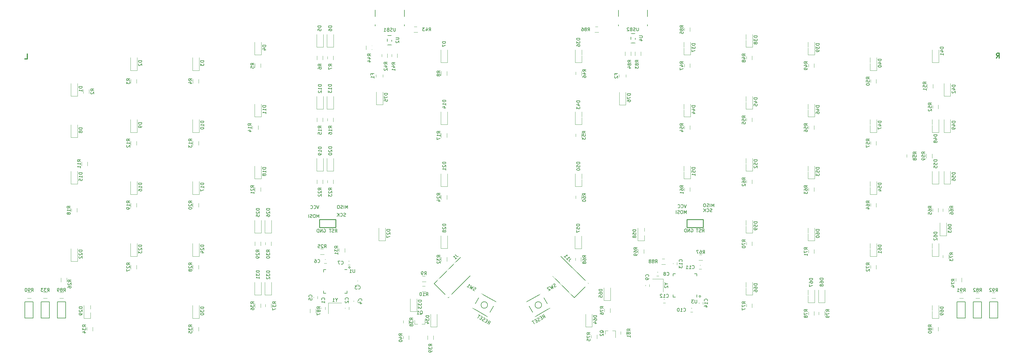
<source format=gbo>
G04 #@! TF.GenerationSoftware,KiCad,Pcbnew,(5.0.0)*
G04 #@! TF.CreationDate,2018-12-12T20:22:31-08:00*
G04 #@! TF.ProjectId,Orbit,4F726269742E6B696361645F70636200,rev?*
G04 #@! TF.SameCoordinates,Original*
G04 #@! TF.FileFunction,Legend,Bot*
G04 #@! TF.FilePolarity,Positive*
%FSLAX46Y46*%
G04 Gerber Fmt 4.6, Leading zero omitted, Abs format (unit mm)*
G04 Created by KiCad (PCBNEW (5.0.0)) date 12/12/18 20:22:31*
%MOMM*%
%LPD*%
G01*
G04 APERTURE LIST*
%ADD10C,0.150000*%
%ADD11C,0.200000*%
%ADD12C,0.300000*%
%ADD13C,0.120000*%
%ADD14C,0.250000*%
%ADD15C,0.010000*%
%ADD16R,0.650000X1.100000*%
%ADD17R,1.100000X0.650000*%
%ADD18R,1.687500X1.687500*%
%ADD19C,1.187400*%
%ADD20C,1.900000*%
%ADD21C,1.600000*%
%ADD22C,1.600000*%
%ADD23R,1.100000X1.700000*%
%ADD24C,2.650000*%
%ADD25C,2.650000*%
%ADD26C,4.387800*%
%ADD27C,2.305000*%
%ADD28R,2.305000X2.305000*%
%ADD29C,2.150000*%
%ADD30R,1.150000X1.200000*%
%ADD31R,1.000000X1.850000*%
%ADD32R,0.700000X1.850000*%
%ADD33C,1.050000*%
%ADD34O,1.400000X2.500000*%
%ADD35O,1.400000X2.000000*%
%ADD36C,2.200000*%
%ADD37R,2.200000X2.200000*%
%ADD38R,1.600000X1.300000*%
%ADD39R,1.100000X1.000000*%
%ADD40R,1.100000X1.400000*%
%ADD41R,2.430000X1.540000*%
%ADD42C,0.100000*%
%ADD43R,1.700000X1.100000*%
%ADD44C,2.100000*%
%ADD45R,2.100000X2.100000*%
%ADD46R,1.200000X1.300000*%
%ADD47R,1.200000X1.150000*%
%ADD48C,5.400000*%
%ADD49C,3.448000*%
%ADD50C,1.500000*%
%ADD51C,2.540000*%
%ADD52R,1.800000X1.600000*%
%ADD53R,1.600000X1.800000*%
G04 APERTURE END LIST*
D10*
X191729989Y-123744582D02*
X191780569Y-123165523D01*
X192224860Y-123458868D02*
X191724860Y-122592843D01*
X191394946Y-122783319D01*
X191336277Y-122872177D01*
X191318847Y-122937226D01*
X191325227Y-123043514D01*
X191396655Y-123167232D01*
X191485514Y-123225901D01*
X191550563Y-123243331D01*
X191656851Y-123236951D01*
X191986765Y-123046475D01*
X191096930Y-123505236D02*
X190808255Y-123671902D01*
X190946442Y-124196963D02*
X191358835Y-123958868D01*
X190858835Y-123092843D01*
X190446442Y-123330938D01*
X190592718Y-124346200D02*
X190492810Y-124458868D01*
X190286613Y-124577916D01*
X190180325Y-124584295D01*
X190115276Y-124566866D01*
X190026418Y-124508197D01*
X189978799Y-124425718D01*
X189972419Y-124319430D01*
X189989849Y-124254381D01*
X190048518Y-124165523D01*
X190189666Y-124029045D01*
X190248335Y-123940187D01*
X190265764Y-123875138D01*
X190259385Y-123768850D01*
X190211766Y-123686371D01*
X190122907Y-123627702D01*
X190057858Y-123610273D01*
X189951570Y-123616652D01*
X189745374Y-123735700D01*
X189645465Y-123848368D01*
X189488597Y-124433807D02*
X189199922Y-124600474D01*
X189338109Y-125125535D02*
X189750502Y-124887440D01*
X189250502Y-124021414D01*
X188838109Y-124259509D01*
X188590673Y-124402367D02*
X188095802Y-124688081D01*
X188843237Y-125411249D02*
X188343237Y-124545224D01*
X174386608Y-125323963D02*
X174913378Y-125078237D01*
X174881479Y-125609678D02*
X175381479Y-124743652D01*
X175051565Y-124553176D01*
X174945277Y-124546796D01*
X174880228Y-124564226D01*
X174791370Y-124622895D01*
X174719941Y-124746613D01*
X174713561Y-124852901D01*
X174730991Y-124917950D01*
X174789660Y-125006808D01*
X175119575Y-125197285D01*
X174277359Y-124656045D02*
X173988684Y-124489379D01*
X173603061Y-124871582D02*
X174015454Y-125109678D01*
X174515454Y-124243652D01*
X174103061Y-124005557D01*
X173296956Y-124639867D02*
X173149429Y-124609678D01*
X172943232Y-124490630D01*
X172884563Y-124401772D01*
X172867133Y-124336723D01*
X172873513Y-124230435D01*
X172921132Y-124147956D01*
X173009990Y-124089287D01*
X173075039Y-124071857D01*
X173181327Y-124078237D01*
X173370094Y-124132236D01*
X173476382Y-124138616D01*
X173541431Y-124121186D01*
X173630289Y-124062517D01*
X173677908Y-123980038D01*
X173684288Y-123873750D01*
X173666858Y-123808701D01*
X173608189Y-123719843D01*
X173401993Y-123600795D01*
X173254465Y-123570606D01*
X172669026Y-123727474D02*
X172380351Y-123560807D01*
X171994728Y-123943011D02*
X172407121Y-124181106D01*
X172907121Y-123315081D01*
X172494728Y-123076986D01*
X172247292Y-122934128D02*
X171752421Y-122648414D01*
X171499856Y-123657297D02*
X171999856Y-122791271D01*
D11*
X239903000Y-116967000D02*
G75*
G03X239903000Y-116967000I-254000J0D01*
G01*
X132334000Y-108077000D02*
G75*
G03X132334000Y-108077000I-254000J0D01*
G01*
X139954000Y-33782000D02*
X139954000Y-28702000D01*
X148971000Y-28702000D02*
X148971000Y-33782000D01*
X214630000Y-28575000D02*
X214630000Y-33782000D01*
X223520000Y-28702000D02*
X223520000Y-33782000D01*
D12*
X330656464Y-43699821D02*
X331156464Y-42985535D01*
X331513607Y-43699821D02*
X331513607Y-42199821D01*
X330942178Y-42199821D01*
X330799321Y-42271250D01*
X330727892Y-42342678D01*
X330656464Y-42485535D01*
X330656464Y-42699821D01*
X330727892Y-42842678D01*
X330799321Y-42914107D01*
X330942178Y-42985535D01*
X331513607Y-42985535D01*
X32476339Y-43937946D02*
X33190625Y-43937946D01*
X33190625Y-42437946D01*
D11*
X201104500Y-117411500D02*
X194500500Y-110807500D01*
X205422500Y-113093500D02*
X201104500Y-117411500D01*
X196977000Y-104648000D02*
X205422500Y-113093500D01*
X162433000Y-117348000D02*
X169164000Y-110617000D01*
X158115000Y-113030000D02*
X162433000Y-117348000D01*
X166243000Y-104902000D02*
X158115000Y-113030000D01*
D10*
G04 #@! TO.C,U3*
X238693250Y-110003211D02*
X237918250Y-110003211D01*
X231443250Y-117253211D02*
X232218250Y-117253211D01*
X231443250Y-110003211D02*
X232218250Y-110003211D01*
X238693250Y-117253211D02*
X238693250Y-116478211D01*
X231443250Y-117253211D02*
X231443250Y-116478211D01*
X231443250Y-110003211D02*
X231443250Y-110778211D01*
X238693250Y-110003211D02*
X238693250Y-110778211D01*
D13*
G04 #@! TO.C,R25*
X123098000Y-104131000D02*
X124298000Y-104131000D01*
X124298000Y-102371000D02*
X123098000Y-102371000D01*
G04 #@! TO.C,C13*
X231429000Y-106584000D02*
X231429000Y-107284000D01*
X232629000Y-107284000D02*
X232629000Y-106584000D01*
D10*
G04 #@! TO.C,D35*
X39962500Y-123656250D02*
X37462500Y-123656250D01*
X39962500Y-118656250D02*
X39962500Y-123656250D01*
X37462500Y-118656250D02*
X39962500Y-118656250D01*
X37462500Y-123656250D02*
X37462500Y-118656250D01*
G04 #@! TO.C,D70*
X326075000Y-123656250D02*
X323575000Y-123656250D01*
X326075000Y-118656250D02*
X326075000Y-123656250D01*
X323575000Y-118656250D02*
X326075000Y-118656250D01*
X323575000Y-123656250D02*
X323575000Y-118656250D01*
G04 #@! TO.C,D71*
X44962500Y-123656250D02*
X42462500Y-123656250D01*
X44962500Y-118656250D02*
X44962500Y-123656250D01*
X42462500Y-118656250D02*
X44962500Y-118656250D01*
X42462500Y-123656250D02*
X42462500Y-118656250D01*
G04 #@! TO.C,D72*
X34962500Y-123656250D02*
X32462500Y-123656250D01*
X34962500Y-118656250D02*
X34962500Y-123656250D01*
X32462500Y-118656250D02*
X34962500Y-118656250D01*
X32462500Y-123656250D02*
X32462500Y-118656250D01*
G04 #@! TO.C,D73*
X321075000Y-123656250D02*
X318575000Y-123656250D01*
X321075000Y-118656250D02*
X321075000Y-123656250D01*
X318575000Y-118656250D02*
X321075000Y-118656250D01*
X318575000Y-123656250D02*
X318575000Y-118656250D01*
G04 #@! TO.C,D74*
X331075000Y-123656250D02*
X328575000Y-123656250D01*
X331075000Y-118656250D02*
X331075000Y-123656250D01*
X328575000Y-118656250D02*
X331075000Y-118656250D01*
X328575000Y-123656250D02*
X328575000Y-118656250D01*
D13*
G04 #@! TO.C,D49*
X316531500Y-66543750D02*
X314531500Y-66543750D01*
X314531500Y-66543750D02*
X314531500Y-62643750D01*
X316531500Y-66543750D02*
X316531500Y-62643750D01*
D10*
G04 #@! TO.C,U4*
X219788500Y-39073750D02*
X218488500Y-39073750D01*
X219788500Y-36173750D02*
X219788500Y-39073750D01*
X218488500Y-36173750D02*
X219788500Y-36173750D01*
X218488500Y-36173750D02*
X218488500Y-39073750D01*
D13*
G04 #@! TO.C,D1*
X48625000Y-55431250D02*
X46625000Y-55431250D01*
X46625000Y-55431250D02*
X46625000Y-51531250D01*
X48625000Y-55431250D02*
X48625000Y-51531250D01*
G04 #@! TO.C,D2*
X66881250Y-47493750D02*
X64881250Y-47493750D01*
X64881250Y-47493750D02*
X64881250Y-43593750D01*
X66881250Y-47493750D02*
X66881250Y-43593750D01*
G04 #@! TO.C,D3*
X85931250Y-47493750D02*
X83931250Y-47493750D01*
X83931250Y-47493750D02*
X83931250Y-43593750D01*
X85931250Y-47493750D02*
X85931250Y-43593750D01*
G04 #@! TO.C,D4*
X104981250Y-42731250D02*
X102981250Y-42731250D01*
X102981250Y-42731250D02*
X102981250Y-38831250D01*
X104981250Y-42731250D02*
X104981250Y-38831250D01*
G04 #@! TO.C,D5*
X124031250Y-40350000D02*
X122031250Y-40350000D01*
X122031250Y-40350000D02*
X122031250Y-36450000D01*
X124031250Y-40350000D02*
X124031250Y-36450000D01*
G04 #@! TO.C,D6*
X127206250Y-40350000D02*
X127206250Y-36450000D01*
X125206250Y-40350000D02*
X125206250Y-36450000D01*
X127206250Y-40350000D02*
X125206250Y-40350000D01*
G04 #@! TO.C,D7*
X162131250Y-45112500D02*
X162131250Y-41212500D01*
X160131250Y-45112500D02*
X160131250Y-41212500D01*
X162131250Y-45112500D02*
X160131250Y-45112500D01*
G04 #@! TO.C,D8*
X48625000Y-68131250D02*
X48625000Y-64231250D01*
X46625000Y-68131250D02*
X46625000Y-64231250D01*
X48625000Y-68131250D02*
X46625000Y-68131250D01*
G04 #@! TO.C,D9*
X66881250Y-66543750D02*
X64881250Y-66543750D01*
X64881250Y-66543750D02*
X64881250Y-62643750D01*
X66881250Y-66543750D02*
X66881250Y-62643750D01*
G04 #@! TO.C,D10*
X85931250Y-66543750D02*
X83931250Y-66543750D01*
X83931250Y-66543750D02*
X83931250Y-62643750D01*
X85931250Y-66543750D02*
X85931250Y-62643750D01*
G04 #@! TO.C,D11*
X104981250Y-61781250D02*
X102981250Y-61781250D01*
X102981250Y-61781250D02*
X102981250Y-57881250D01*
X104981250Y-61781250D02*
X104981250Y-57881250D01*
G04 #@! TO.C,D12*
X124031250Y-59400000D02*
X122031250Y-59400000D01*
X122031250Y-59400000D02*
X122031250Y-55500000D01*
X124031250Y-59400000D02*
X124031250Y-55500000D01*
G04 #@! TO.C,D13*
X127206250Y-59400000D02*
X127206250Y-55500000D01*
X125206250Y-59400000D02*
X125206250Y-55500000D01*
X127206250Y-59400000D02*
X125206250Y-59400000D01*
G04 #@! TO.C,D14*
X162131250Y-64162500D02*
X162131250Y-60262500D01*
X160131250Y-64162500D02*
X160131250Y-60262500D01*
X162131250Y-64162500D02*
X160131250Y-64162500D01*
G04 #@! TO.C,D15*
X48625000Y-82418750D02*
X48625000Y-78518750D01*
X46625000Y-82418750D02*
X46625000Y-78518750D01*
X48625000Y-82418750D02*
X46625000Y-82418750D01*
G04 #@! TO.C,D16*
X66881250Y-85593750D02*
X64881250Y-85593750D01*
X64881250Y-85593750D02*
X64881250Y-81693750D01*
X66881250Y-85593750D02*
X66881250Y-81693750D01*
G04 #@! TO.C,D17*
X85931250Y-85593750D02*
X83931250Y-85593750D01*
X83931250Y-85593750D02*
X83931250Y-81693750D01*
X85931250Y-85593750D02*
X85931250Y-81693750D01*
G04 #@! TO.C,D18*
X104981250Y-80831250D02*
X104981250Y-76931250D01*
X102981250Y-80831250D02*
X102981250Y-76931250D01*
X104981250Y-80831250D02*
X102981250Y-80831250D01*
G04 #@! TO.C,D19*
X124031250Y-78450000D02*
X124031250Y-74550000D01*
X122031250Y-78450000D02*
X122031250Y-74550000D01*
X124031250Y-78450000D02*
X122031250Y-78450000D01*
G04 #@! TO.C,D20*
X127206250Y-78450000D02*
X127206250Y-74550000D01*
X125206250Y-78450000D02*
X125206250Y-74550000D01*
X127206250Y-78450000D02*
X125206250Y-78450000D01*
G04 #@! TO.C,D21*
X162131250Y-83212500D02*
X160131250Y-83212500D01*
X160131250Y-83212500D02*
X160131250Y-79312500D01*
X162131250Y-83212500D02*
X162131250Y-79312500D01*
G04 #@! TO.C,D22*
X48625000Y-106231250D02*
X46625000Y-106231250D01*
X46625000Y-106231250D02*
X46625000Y-102331250D01*
X48625000Y-106231250D02*
X48625000Y-102331250D01*
G04 #@! TO.C,D23*
X66881250Y-104643750D02*
X66881250Y-100743750D01*
X64881250Y-104643750D02*
X64881250Y-100743750D01*
X66881250Y-104643750D02*
X64881250Y-104643750D01*
G04 #@! TO.C,D24*
X85931250Y-104643750D02*
X83931250Y-104643750D01*
X83931250Y-104643750D02*
X83931250Y-100743750D01*
X85931250Y-104643750D02*
X85931250Y-100743750D01*
G04 #@! TO.C,D25*
X104981250Y-97500000D02*
X104981250Y-93600000D01*
X102981250Y-97500000D02*
X102981250Y-93600000D01*
X104981250Y-97500000D02*
X102981250Y-97500000D01*
G04 #@! TO.C,D26*
X108156250Y-97500000D02*
X108156250Y-93600000D01*
X106156250Y-97500000D02*
X106156250Y-93600000D01*
X108156250Y-97500000D02*
X106156250Y-97500000D01*
G04 #@! TO.C,D27*
X143081250Y-99881250D02*
X143081250Y-95981250D01*
X141081250Y-99881250D02*
X141081250Y-95981250D01*
X143081250Y-99881250D02*
X141081250Y-99881250D01*
G04 #@! TO.C,D28*
X162131250Y-102262500D02*
X160131250Y-102262500D01*
X160131250Y-102262500D02*
X160131250Y-98362500D01*
X162131250Y-102262500D02*
X162131250Y-98362500D01*
G04 #@! TO.C,D29*
X52593750Y-123693750D02*
X52593750Y-119793750D01*
X50593750Y-123693750D02*
X50593750Y-119793750D01*
X52593750Y-123693750D02*
X50593750Y-123693750D01*
G04 #@! TO.C,D30*
X85931250Y-123693750D02*
X85931250Y-119793750D01*
X83931250Y-123693750D02*
X83931250Y-119793750D01*
X85931250Y-123693750D02*
X83931250Y-123693750D01*
G04 #@! TO.C,D31*
X104981250Y-116550000D02*
X104981250Y-112650000D01*
X102981250Y-116550000D02*
X102981250Y-112650000D01*
X104981250Y-116550000D02*
X102981250Y-116550000D01*
G04 #@! TO.C,D32*
X108156250Y-116550000D02*
X108156250Y-112650000D01*
X106156250Y-116550000D02*
X106156250Y-112650000D01*
X108156250Y-116550000D02*
X106156250Y-116550000D01*
G04 #@! TO.C,D33*
X152765000Y-121630000D02*
X150765000Y-121630000D01*
X150765000Y-121630000D02*
X150765000Y-117730000D01*
X152765000Y-121630000D02*
X152765000Y-117730000D01*
G04 #@! TO.C,D34*
X158988000Y-126329000D02*
X158988000Y-122429000D01*
X156988000Y-126329000D02*
X156988000Y-122429000D01*
X158988000Y-126329000D02*
X156988000Y-126329000D01*
G04 #@! TO.C,F1*
X142357500Y-50212500D02*
X142357500Y-48212500D01*
X140217500Y-48212500D02*
X140217500Y-50212500D01*
G04 #@! TO.C,R2*
X52188000Y-54575000D02*
X52188000Y-53375000D01*
X50428000Y-53375000D02*
X50428000Y-54575000D01*
G04 #@! TO.C,R3*
X66761250Y-51400000D02*
X66761250Y-50200000D01*
X65001250Y-50200000D02*
X65001250Y-51400000D01*
G04 #@! TO.C,R4*
X84051250Y-50200000D02*
X84051250Y-51400000D01*
X85811250Y-51400000D02*
X85811250Y-50200000D01*
G04 #@! TO.C,R5*
X104861250Y-46637500D02*
X104861250Y-45437500D01*
X103101250Y-45437500D02*
X103101250Y-46637500D01*
G04 #@! TO.C,R6*
X122151250Y-43056250D02*
X122151250Y-44256250D01*
X123911250Y-44256250D02*
X123911250Y-43056250D01*
G04 #@! TO.C,R7*
X127086250Y-44256250D02*
X127086250Y-43056250D01*
X125326250Y-43056250D02*
X125326250Y-44256250D01*
G04 #@! TO.C,R8*
X160251250Y-47818750D02*
X160251250Y-49018750D01*
X162011250Y-49018750D02*
X162011250Y-47818750D01*
G04 #@! TO.C,R9*
X154340000Y-112513000D02*
X155540000Y-112513000D01*
X155540000Y-110753000D02*
X154340000Y-110753000D01*
G04 #@! TO.C,R10*
X154340000Y-115561000D02*
X155540000Y-115561000D01*
X155540000Y-113801000D02*
X154340000Y-113801000D01*
G04 #@! TO.C,R11*
X51680000Y-76800000D02*
X51680000Y-75600000D01*
X49920000Y-75600000D02*
X49920000Y-76800000D01*
G04 #@! TO.C,R12*
X65001250Y-69250000D02*
X65001250Y-70450000D01*
X66761250Y-70450000D02*
X66761250Y-69250000D01*
G04 #@! TO.C,R13*
X85811250Y-70450000D02*
X85811250Y-69250000D01*
X84051250Y-69250000D02*
X84051250Y-70450000D01*
G04 #@! TO.C,R14*
X102307500Y-64487500D02*
X102307500Y-65687500D01*
X104067500Y-65687500D02*
X104067500Y-64487500D01*
G04 #@! TO.C,R15*
X122151250Y-62106250D02*
X122151250Y-63306250D01*
X123911250Y-63306250D02*
X123911250Y-62106250D01*
G04 #@! TO.C,R16*
X127086250Y-63306250D02*
X127086250Y-62106250D01*
X125326250Y-62106250D02*
X125326250Y-63306250D01*
G04 #@! TO.C,R17*
X162011250Y-68068750D02*
X162011250Y-66868750D01*
X160251250Y-66868750D02*
X160251250Y-68068750D01*
G04 #@! TO.C,R18*
X46745000Y-89887500D02*
X46745000Y-91087500D01*
X48505000Y-91087500D02*
X48505000Y-89887500D01*
G04 #@! TO.C,R19*
X66761250Y-89500000D02*
X66761250Y-88300000D01*
X65001250Y-88300000D02*
X65001250Y-89500000D01*
G04 #@! TO.C,R20*
X84051250Y-88300000D02*
X84051250Y-89500000D01*
X85811250Y-89500000D02*
X85811250Y-88300000D01*
G04 #@! TO.C,R21*
X104861250Y-84737500D02*
X104861250Y-83537500D01*
X103101250Y-83537500D02*
X103101250Y-84737500D01*
G04 #@! TO.C,R22*
X123911250Y-82356250D02*
X123911250Y-81156250D01*
X122151250Y-81156250D02*
X122151250Y-82356250D01*
G04 #@! TO.C,R23*
X125326250Y-81156250D02*
X125326250Y-82356250D01*
X127086250Y-82356250D02*
X127086250Y-81156250D01*
G04 #@! TO.C,R24*
X162011250Y-87118750D02*
X162011250Y-85918750D01*
X160251250Y-85918750D02*
X160251250Y-87118750D01*
G04 #@! TO.C,R26*
X43570000Y-111318750D02*
X43570000Y-112518750D01*
X45330000Y-112518750D02*
X45330000Y-111318750D01*
G04 #@! TO.C,R27*
X66761250Y-108550000D02*
X66761250Y-107350000D01*
X65001250Y-107350000D02*
X65001250Y-108550000D01*
G04 #@! TO.C,R28*
X84051250Y-107350000D02*
X84051250Y-108550000D01*
X85811250Y-108550000D02*
X85811250Y-107350000D01*
G04 #@! TO.C,R29*
X104861250Y-101406250D02*
X104861250Y-100206250D01*
X103101250Y-100206250D02*
X103101250Y-101406250D01*
G04 #@! TO.C,R30*
X106276250Y-100206250D02*
X106276250Y-101406250D01*
X108036250Y-101406250D02*
X108036250Y-100206250D01*
G04 #@! TO.C,R31*
X128898125Y-102190625D02*
X128898125Y-103390625D01*
X130658125Y-103390625D02*
X130658125Y-102190625D01*
G04 #@! TO.C,R32*
X160251250Y-104968750D02*
X160251250Y-106168750D01*
X162011250Y-106168750D02*
X162011250Y-104968750D01*
G04 #@! TO.C,R34*
X51507500Y-126400000D02*
X51507500Y-127600000D01*
X53267500Y-127600000D02*
X53267500Y-126400000D01*
G04 #@! TO.C,R35*
X85811250Y-127600000D02*
X85811250Y-126400000D01*
X84051250Y-126400000D02*
X84051250Y-127600000D01*
G04 #@! TO.C,R36*
X103101250Y-119256250D02*
X103101250Y-120456250D01*
X104861250Y-120456250D02*
X104861250Y-119256250D01*
G04 #@! TO.C,R37*
X108036250Y-120456250D02*
X108036250Y-119256250D01*
X106276250Y-119256250D02*
X106276250Y-120456250D01*
G04 #@! TO.C,R38*
X150359000Y-125441000D02*
X150359000Y-124241000D01*
X148599000Y-124241000D02*
X148599000Y-125441000D01*
G04 #@! TO.C,R39*
X157852000Y-130267000D02*
X157852000Y-129067000D01*
X156092000Y-129067000D02*
X156092000Y-130267000D01*
G04 #@! TO.C,R40*
X148599000Y-129067000D02*
X148599000Y-130267000D01*
X150359000Y-130267000D02*
X150359000Y-129067000D01*
G04 #@! TO.C,R41*
X145043000Y-42357750D02*
X145043000Y-43557750D01*
X146803000Y-43557750D02*
X146803000Y-42357750D01*
G04 #@! TO.C,R42*
X143755000Y-43557750D02*
X143755000Y-42357750D01*
X141995000Y-42357750D02*
X141995000Y-43557750D01*
G04 #@! TO.C,R43*
X153000000Y-34045000D02*
X151800000Y-34045000D01*
X151800000Y-35805000D02*
X153000000Y-35805000D01*
G04 #@! TO.C,R44*
X138992500Y-41081250D02*
X138992500Y-39881250D01*
X137232500Y-39881250D02*
X137232500Y-41081250D01*
D10*
G04 #@! TO.C,U2*
X145049000Y-39645250D02*
X143749000Y-39645250D01*
X145049000Y-36745250D02*
X145049000Y-39645250D01*
X143749000Y-36745250D02*
X145049000Y-36745250D01*
X143749000Y-36745250D02*
X143749000Y-39645250D01*
D14*
G04 #@! TO.C,J2*
X127912500Y-95825000D02*
X127912501Y-93325000D01*
X122912499Y-95825000D02*
X127912500Y-95825000D01*
X122912500Y-93325000D02*
X122912499Y-95825000D01*
X127912501Y-93325000D02*
X122912500Y-93325000D01*
D13*
G04 #@! TO.C,Q1*
X155250000Y-125474000D02*
X154320000Y-125474000D01*
X152090000Y-125474000D02*
X153020000Y-125474000D01*
X152090000Y-125474000D02*
X152090000Y-123314000D01*
X155250000Y-125474000D02*
X155250000Y-124014000D01*
D10*
G04 #@! TO.C,U1*
X124137000Y-108770000D02*
X124912000Y-108770000D01*
X124137000Y-116020000D02*
X124912000Y-116020000D01*
X131387000Y-116020000D02*
X130612000Y-116020000D01*
X131387000Y-108770000D02*
X130612000Y-108770000D01*
X124137000Y-116020000D02*
X124137000Y-115245000D01*
X131387000Y-116020000D02*
X131387000Y-115245000D01*
X124137000Y-108770000D02*
X124137000Y-109545000D01*
D13*
G04 #@! TO.C,C2*
X131918000Y-121000000D02*
X131918000Y-120300000D01*
X130718000Y-120300000D02*
X130718000Y-121000000D01*
G04 #@! TO.C,C3*
X134970000Y-112176000D02*
X134270000Y-112176000D01*
X134270000Y-113376000D02*
X134970000Y-113376000D01*
G04 #@! TO.C,C4*
X133385000Y-118141000D02*
X133385000Y-118841000D01*
X134585000Y-118841000D02*
X134585000Y-118141000D01*
G04 #@! TO.C,C5*
X122266000Y-117698000D02*
X122266000Y-116998000D01*
X121066000Y-116998000D02*
X121066000Y-117698000D01*
G04 #@! TO.C,C6*
X124364000Y-106772000D02*
X125064000Y-106772000D01*
X125064000Y-105572000D02*
X124364000Y-105572000D01*
G04 #@! TO.C,C7*
X131603000Y-107280000D02*
X132303000Y-107280000D01*
X132303000Y-106080000D02*
X131603000Y-106080000D01*
G04 #@! TO.C,R33*
X38135000Y-117561250D02*
X39335000Y-117561250D01*
X39335000Y-115801250D02*
X38135000Y-115801250D01*
G04 #@! TO.C,C8*
X226345000Y-110709000D02*
X227045000Y-110709000D01*
X227045000Y-109509000D02*
X226345000Y-109509000D01*
G04 #@! TO.C,C9*
X224120000Y-114015000D02*
X224120000Y-113315000D01*
X222920000Y-113315000D02*
X222920000Y-114015000D01*
G04 #@! TO.C,C10*
X237459000Y-120558000D02*
X236759000Y-120558000D01*
X236759000Y-121758000D02*
X237459000Y-121758000D01*
G04 #@! TO.C,C11*
X239426000Y-108550000D02*
X240126000Y-108550000D01*
X240126000Y-107350000D02*
X239426000Y-107350000D01*
G04 #@! TO.C,C12*
X228377000Y-118964000D02*
X229077000Y-118964000D01*
X229077000Y-117764000D02*
X228377000Y-117764000D01*
G04 #@! TO.C,C14*
X239412039Y-118698711D02*
X239412039Y-119398711D01*
X240612039Y-119398711D02*
X240612039Y-118698711D01*
G04 #@! TO.C,D36*
X203406250Y-45112500D02*
X203406250Y-41212500D01*
X201406250Y-45112500D02*
X201406250Y-41212500D01*
X203406250Y-45112500D02*
X201406250Y-45112500D01*
G04 #@! TO.C,D37*
X236743750Y-42731250D02*
X234743750Y-42731250D01*
X234743750Y-42731250D02*
X234743750Y-38831250D01*
X236743750Y-42731250D02*
X236743750Y-38831250D01*
G04 #@! TO.C,D38*
X255793750Y-40350000D02*
X255793750Y-36450000D01*
X253793750Y-40350000D02*
X253793750Y-36450000D01*
X255793750Y-40350000D02*
X253793750Y-40350000D01*
G04 #@! TO.C,D39*
X274843750Y-42731250D02*
X272843750Y-42731250D01*
X272843750Y-42731250D02*
X272843750Y-38831250D01*
X274843750Y-42731250D02*
X274843750Y-38831250D01*
G04 #@! TO.C,D40*
X293893750Y-47493750D02*
X291893750Y-47493750D01*
X291893750Y-47493750D02*
X291893750Y-43593750D01*
X293893750Y-47493750D02*
X293893750Y-43593750D01*
G04 #@! TO.C,D41*
X312943750Y-45112500D02*
X312943750Y-41212500D01*
X310943750Y-45112500D02*
X310943750Y-41212500D01*
X312943750Y-45112500D02*
X310943750Y-45112500D01*
G04 #@! TO.C,D42*
X316531500Y-55431250D02*
X314531500Y-55431250D01*
X314531500Y-55431250D02*
X314531500Y-51531250D01*
X316531500Y-55431250D02*
X316531500Y-51531250D01*
G04 #@! TO.C,D43*
X203406250Y-64162500D02*
X203406250Y-60262500D01*
X201406250Y-64162500D02*
X201406250Y-60262500D01*
X203406250Y-64162500D02*
X201406250Y-64162500D01*
G04 #@! TO.C,D44*
X236743750Y-61781250D02*
X234743750Y-61781250D01*
X234743750Y-61781250D02*
X234743750Y-57881250D01*
X236743750Y-61781250D02*
X236743750Y-57881250D01*
G04 #@! TO.C,D45*
X255793750Y-59400000D02*
X255793750Y-55500000D01*
X253793750Y-59400000D02*
X253793750Y-55500000D01*
X255793750Y-59400000D02*
X253793750Y-59400000D01*
G04 #@! TO.C,D46*
X274843750Y-61781250D02*
X272843750Y-61781250D01*
X272843750Y-61781250D02*
X272843750Y-57881250D01*
X274843750Y-61781250D02*
X274843750Y-57881250D01*
G04 #@! TO.C,D47*
X293893750Y-66543750D02*
X291893750Y-66543750D01*
X291893750Y-66543750D02*
X291893750Y-62643750D01*
X293893750Y-66543750D02*
X293893750Y-62643750D01*
G04 #@! TO.C,D48*
X312943750Y-66543750D02*
X312943750Y-62643750D01*
X310943750Y-66543750D02*
X310943750Y-62643750D01*
X312943750Y-66543750D02*
X310943750Y-66543750D01*
G04 #@! TO.C,D50*
X203406250Y-83212500D02*
X203406250Y-79312500D01*
X201406250Y-83212500D02*
X201406250Y-79312500D01*
X203406250Y-83212500D02*
X201406250Y-83212500D01*
G04 #@! TO.C,D51*
X236743750Y-80831250D02*
X234743750Y-80831250D01*
X234743750Y-80831250D02*
X234743750Y-76931250D01*
X236743750Y-80831250D02*
X236743750Y-76931250D01*
G04 #@! TO.C,D52*
X255793750Y-78450000D02*
X255793750Y-74550000D01*
X253793750Y-78450000D02*
X253793750Y-74550000D01*
X255793750Y-78450000D02*
X253793750Y-78450000D01*
G04 #@! TO.C,D53*
X274843750Y-80831250D02*
X272843750Y-80831250D01*
X272843750Y-80831250D02*
X272843750Y-76931250D01*
X274843750Y-80831250D02*
X274843750Y-76931250D01*
G04 #@! TO.C,D54*
X293893750Y-85593750D02*
X293893750Y-81693750D01*
X291893750Y-85593750D02*
X291893750Y-81693750D01*
X293893750Y-85593750D02*
X291893750Y-85593750D01*
G04 #@! TO.C,D55*
X312943750Y-82418750D02*
X312943750Y-78518750D01*
X310943750Y-82418750D02*
X310943750Y-78518750D01*
X312943750Y-82418750D02*
X310943750Y-82418750D01*
G04 #@! TO.C,D56*
X316531500Y-82387000D02*
X316531500Y-78487000D01*
X314531500Y-82387000D02*
X314531500Y-78487000D01*
X316531500Y-82387000D02*
X314531500Y-82387000D01*
G04 #@! TO.C,D57*
X203311000Y-102326000D02*
X201311000Y-102326000D01*
X201311000Y-102326000D02*
X201311000Y-98426000D01*
X203311000Y-102326000D02*
X203311000Y-98426000D01*
G04 #@! TO.C,D58*
X222583250Y-99881250D02*
X220583250Y-99881250D01*
X220583250Y-99881250D02*
X220583250Y-95981250D01*
X222583250Y-99881250D02*
X222583250Y-95981250D01*
G04 #@! TO.C,D59*
X255793750Y-97500000D02*
X253793750Y-97500000D01*
X253793750Y-97500000D02*
X253793750Y-93600000D01*
X255793750Y-97500000D02*
X255793750Y-93600000D01*
G04 #@! TO.C,D60*
X274843750Y-99881250D02*
X274843750Y-95981250D01*
X272843750Y-99881250D02*
X272843750Y-95981250D01*
X274843750Y-99881250D02*
X272843750Y-99881250D01*
G04 #@! TO.C,D61*
X293893750Y-104643750D02*
X293893750Y-100743750D01*
X291893750Y-104643750D02*
X291893750Y-100743750D01*
X293893750Y-104643750D02*
X291893750Y-104643750D01*
G04 #@! TO.C,D62*
X312943750Y-104643750D02*
X310943750Y-104643750D01*
X310943750Y-104643750D02*
X310943750Y-100743750D01*
X312943750Y-104643750D02*
X312943750Y-100743750D01*
G04 #@! TO.C,D63*
X315325000Y-98293750D02*
X315325000Y-94393750D01*
X313325000Y-98293750D02*
X313325000Y-94393750D01*
X315325000Y-98293750D02*
X313325000Y-98293750D01*
G04 #@! TO.C,D64*
X206549500Y-126329000D02*
X204549500Y-126329000D01*
X204549500Y-126329000D02*
X204549500Y-122429000D01*
X206549500Y-126329000D02*
X206549500Y-122429000D01*
G04 #@! TO.C,D65*
X212201000Y-118264500D02*
X212201000Y-114364500D01*
X210201000Y-118264500D02*
X210201000Y-114364500D01*
X212201000Y-118264500D02*
X210201000Y-118264500D01*
G04 #@! TO.C,D66*
X255793750Y-116550000D02*
X255793750Y-112650000D01*
X253793750Y-116550000D02*
X253793750Y-112650000D01*
X255793750Y-116550000D02*
X253793750Y-116550000D01*
G04 #@! TO.C,D67*
X274843750Y-118931250D02*
X272843750Y-118931250D01*
X272843750Y-118931250D02*
X272843750Y-115031250D01*
X274843750Y-118931250D02*
X274843750Y-115031250D01*
G04 #@! TO.C,D68*
X278018750Y-118931250D02*
X278018750Y-115031250D01*
X276018750Y-118931250D02*
X276018750Y-115031250D01*
X278018750Y-118931250D02*
X276018750Y-118931250D01*
G04 #@! TO.C,D69*
X312943750Y-123693750D02*
X310943750Y-123693750D01*
X310943750Y-123693750D02*
X310943750Y-119793750D01*
X312943750Y-123693750D02*
X312943750Y-119793750D01*
G04 #@! TO.C,F2*
X216970000Y-50212500D02*
X216970000Y-48212500D01*
X214830000Y-48212500D02*
X214830000Y-50212500D01*
D14*
G04 #@! TO.C,J12*
X240625000Y-95825000D02*
X240625000Y-93325000D01*
X235625000Y-95825000D02*
X240625000Y-95825000D01*
X235625000Y-93325000D02*
X235625000Y-95825000D01*
X240625000Y-93325000D02*
X235625000Y-93325000D01*
D13*
G04 #@! TO.C,Q2*
X210573500Y-127510000D02*
X210573500Y-128970000D01*
X213733500Y-127510000D02*
X213733500Y-129670000D01*
X213733500Y-127510000D02*
X212803500Y-127510000D01*
X210573500Y-127510000D02*
X211503500Y-127510000D01*
G04 #@! TO.C,R46*
X201526250Y-47818750D02*
X201526250Y-49018750D01*
X203286250Y-49018750D02*
X203286250Y-47818750D01*
G04 #@! TO.C,R47*
X234863750Y-45437500D02*
X234863750Y-46637500D01*
X236623750Y-46637500D02*
X236623750Y-45437500D01*
G04 #@! TO.C,R48*
X255673750Y-44256250D02*
X255673750Y-43056250D01*
X253913750Y-43056250D02*
X253913750Y-44256250D01*
G04 #@! TO.C,R49*
X272963750Y-45437500D02*
X272963750Y-46637500D01*
X274723750Y-46637500D02*
X274723750Y-45437500D01*
G04 #@! TO.C,R50*
X293773750Y-51400000D02*
X293773750Y-50200000D01*
X292013750Y-50200000D02*
X292013750Y-51400000D01*
G04 #@! TO.C,R51*
X311204500Y-52924000D02*
X311204500Y-51724000D01*
X309444500Y-51724000D02*
X309444500Y-52924000D01*
G04 #@! TO.C,R52*
X312823750Y-59337500D02*
X312823750Y-58137500D01*
X311063750Y-58137500D02*
X311063750Y-59337500D01*
G04 #@! TO.C,R53*
X201526250Y-66868750D02*
X201526250Y-68068750D01*
X203286250Y-68068750D02*
X203286250Y-66868750D01*
G04 #@! TO.C,R54*
X236623750Y-65687500D02*
X236623750Y-64487500D01*
X234863750Y-64487500D02*
X234863750Y-65687500D01*
G04 #@! TO.C,R55*
X253913750Y-62106250D02*
X253913750Y-63306250D01*
X255673750Y-63306250D02*
X255673750Y-62106250D01*
G04 #@! TO.C,R56*
X274723750Y-65687500D02*
X274723750Y-64487500D01*
X272963750Y-64487500D02*
X272963750Y-65687500D01*
G04 #@! TO.C,R57*
X292013750Y-69250000D02*
X292013750Y-70450000D01*
X293773750Y-70450000D02*
X293773750Y-69250000D01*
G04 #@! TO.C,R58*
X303126250Y-73218750D02*
X303126250Y-74418750D01*
X304886250Y-74418750D02*
X304886250Y-73218750D01*
G04 #@! TO.C,R59*
X310953000Y-74418750D02*
X310953000Y-73218750D01*
X309193000Y-73218750D02*
X309193000Y-74418750D01*
G04 #@! TO.C,R60*
X203286250Y-87118750D02*
X203286250Y-85918750D01*
X201526250Y-85918750D02*
X201526250Y-87118750D01*
G04 #@! TO.C,R61*
X234863750Y-83537500D02*
X234863750Y-84737500D01*
X236623750Y-84737500D02*
X236623750Y-83537500D01*
G04 #@! TO.C,R62*
X255673750Y-82356250D02*
X255673750Y-81156250D01*
X253913750Y-81156250D02*
X253913750Y-82356250D01*
G04 #@! TO.C,R63*
X272963750Y-83537500D02*
X272963750Y-84737500D01*
X274723750Y-84737500D02*
X274723750Y-83537500D01*
G04 #@! TO.C,R64*
X293773750Y-89500000D02*
X293773750Y-88300000D01*
X292013750Y-88300000D02*
X292013750Y-89500000D01*
G04 #@! TO.C,R65*
X311063750Y-89887500D02*
X311063750Y-91087500D01*
X312823750Y-91087500D02*
X312823750Y-89887500D01*
G04 #@! TO.C,R66*
X315998750Y-91087500D02*
X315998750Y-89887500D01*
X314238750Y-89887500D02*
X314238750Y-91087500D01*
G04 #@! TO.C,R67*
X239303000Y-105909000D02*
X240503000Y-105909000D01*
X240503000Y-104149000D02*
X239303000Y-104149000D01*
G04 #@! TO.C,R68*
X203191000Y-106232250D02*
X203191000Y-105032250D01*
X201431000Y-105032250D02*
X201431000Y-106232250D01*
G04 #@! TO.C,R69*
X220703250Y-102587500D02*
X220703250Y-103787500D01*
X222463250Y-103787500D02*
X222463250Y-102587500D01*
G04 #@! TO.C,R70*
X255673750Y-101406250D02*
X255673750Y-100206250D01*
X253913750Y-100206250D02*
X253913750Y-101406250D01*
G04 #@! TO.C,R71*
X272963750Y-102587500D02*
X272963750Y-103787500D01*
X274723750Y-103787500D02*
X274723750Y-102587500D01*
G04 #@! TO.C,R72*
X293773750Y-108550000D02*
X293773750Y-107350000D01*
X292013750Y-107350000D02*
X292013750Y-108550000D01*
G04 #@! TO.C,R73*
X314238750Y-104175000D02*
X314238750Y-105375000D01*
X315998750Y-105375000D02*
X315998750Y-104175000D01*
G04 #@! TO.C,R74*
X319967500Y-112518750D02*
X319967500Y-111318750D01*
X318207500Y-111318750D02*
X318207500Y-112518750D01*
G04 #@! TO.C,R75*
X206288750Y-128781250D02*
X206288750Y-129981250D01*
X208048750Y-129981250D02*
X208048750Y-128781250D01*
G04 #@! TO.C,R76*
X210352750Y-120716750D02*
X210352750Y-121916750D01*
X212112750Y-121916750D02*
X212112750Y-120716750D01*
G04 #@! TO.C,R77*
X253913750Y-119256250D02*
X253913750Y-120456250D01*
X255673750Y-120456250D02*
X255673750Y-119256250D01*
G04 #@! TO.C,R78*
X274723750Y-122837500D02*
X274723750Y-121637500D01*
X272963750Y-121637500D02*
X272963750Y-122837500D01*
G04 #@! TO.C,R79*
X276138750Y-121637500D02*
X276138750Y-122837500D01*
X277898750Y-122837500D02*
X277898750Y-121637500D01*
G04 #@! TO.C,R80*
X312823750Y-127600000D02*
X312823750Y-126400000D01*
X311063750Y-126400000D02*
X311063750Y-127600000D01*
G04 #@! TO.C,R81*
X215337500Y-127670000D02*
X215337500Y-128870000D01*
X217097500Y-128870000D02*
X217097500Y-127670000D01*
G04 #@! TO.C,R82*
X325466000Y-115833000D02*
X324266000Y-115833000D01*
X324266000Y-117593000D02*
X325466000Y-117593000D01*
G04 #@! TO.C,R83*
X219782500Y-41786250D02*
X219782500Y-42986250D01*
X221542500Y-42986250D02*
X221542500Y-41786250D01*
G04 #@! TO.C,R84*
X218494500Y-42986250D02*
X218494500Y-41786250D01*
X216734500Y-41786250D02*
X216734500Y-42986250D01*
G04 #@! TO.C,R85*
X236623750Y-35525000D02*
X236623750Y-34325000D01*
X234863750Y-34325000D02*
X234863750Y-35525000D01*
G04 #@! TO.C,R86*
X207362500Y-35805000D02*
X208562500Y-35805000D01*
X208562500Y-34045000D02*
X207362500Y-34045000D01*
G04 #@! TO.C,C1*
X123479000Y-120300000D02*
X123479000Y-121000000D01*
X124679000Y-121000000D02*
X124679000Y-120300000D01*
G04 #@! TO.C,R87*
X121784000Y-122012000D02*
X121784000Y-120812000D01*
X120024000Y-120812000D02*
X120024000Y-122012000D01*
G04 #@! TO.C,R88*
X229073000Y-105419000D02*
X227873000Y-105419000D01*
X227873000Y-107179000D02*
X229073000Y-107179000D01*
G04 #@! TO.C,R89*
X44288000Y-115801250D02*
X43088000Y-115801250D01*
X43088000Y-117561250D02*
X44288000Y-117561250D01*
G04 #@! TO.C,R90*
X33182000Y-117561250D02*
X34382000Y-117561250D01*
X34382000Y-115801250D02*
X33182000Y-115801250D01*
G04 #@! TO.C,R91*
X320481250Y-115833000D02*
X319281250Y-115833000D01*
X319281250Y-117593000D02*
X320481250Y-117593000D01*
G04 #@! TO.C,R92*
X329219000Y-117593000D02*
X330419000Y-117593000D01*
X330419000Y-115833000D02*
X329219000Y-115833000D01*
D10*
G04 #@! TO.C,SW1*
X169930334Y-120585666D02*
X174433666Y-123185666D01*
X174433666Y-123185666D02*
X177033666Y-118682334D01*
X177033666Y-118682334D02*
X172530334Y-116082334D01*
X172530334Y-116082334D02*
X169930334Y-120585666D01*
X174482000Y-119634000D02*
G75*
G03X174482000Y-119634000I-1000000J0D01*
G01*
G04 #@! TO.C,SW2*
X191055500Y-119634000D02*
G75*
G03X191055500Y-119634000I-1000000J0D01*
G01*
X186503834Y-118682334D02*
X189103834Y-123185666D01*
X191007166Y-116082334D02*
X186503834Y-118682334D01*
X193607166Y-120585666D02*
X191007166Y-116082334D01*
X189103834Y-123185666D02*
X193607166Y-120585666D01*
D13*
G04 #@! TO.C,D75*
X142351000Y-58003000D02*
X142351000Y-54103000D01*
X140351000Y-58003000D02*
X140351000Y-54103000D01*
X142351000Y-58003000D02*
X140351000Y-58003000D01*
G04 #@! TO.C,D76*
X216900000Y-58130000D02*
X214900000Y-58130000D01*
X214900000Y-58130000D02*
X214900000Y-54230000D01*
X216900000Y-58130000D02*
X216900000Y-54230000D01*
G04 #@! TO.C,Y1*
X125635000Y-122300000D02*
X125635000Y-119000000D01*
X125635000Y-119000000D02*
X129635000Y-119000000D01*
G04 #@! TO.C,Y2*
X228345000Y-111619461D02*
X228345000Y-115619461D01*
X225045000Y-111619461D02*
X228345000Y-111619461D01*
G04 #@! TO.C,U3*
D10*
X238696404Y-118070380D02*
X238696404Y-118879904D01*
X238648785Y-118975142D01*
X238601166Y-119022761D01*
X238505928Y-119070380D01*
X238315452Y-119070380D01*
X238220214Y-119022761D01*
X238172595Y-118975142D01*
X238124976Y-118879904D01*
X238124976Y-118070380D01*
X237744023Y-118070380D02*
X237124976Y-118070380D01*
X237458309Y-118451333D01*
X237315452Y-118451333D01*
X237220214Y-118498952D01*
X237172595Y-118546571D01*
X237124976Y-118641809D01*
X237124976Y-118879904D01*
X237172595Y-118975142D01*
X237220214Y-119022761D01*
X237315452Y-119070380D01*
X237601166Y-119070380D01*
X237696404Y-119022761D01*
X237744023Y-118975142D01*
G04 #@! TO.C,J1*
X164567477Y-104152072D02*
X165072553Y-104657148D01*
X165207240Y-104724492D01*
X165341927Y-104724492D01*
X165476614Y-104657148D01*
X165543957Y-104589805D01*
X164567477Y-105566286D02*
X164971538Y-105162225D01*
X164769507Y-105364255D02*
X164062400Y-104657148D01*
X164230759Y-104690820D01*
X164365446Y-104690820D01*
X164466461Y-104657148D01*
G04 #@! TO.C,J11*
X200095644Y-105341194D02*
X199590568Y-105846270D01*
X199523225Y-105980957D01*
X199523225Y-106115644D01*
X199590568Y-106250331D01*
X199657912Y-106317675D01*
X198681431Y-105341194D02*
X199085492Y-105745255D01*
X198883461Y-105543225D02*
X199590568Y-104836118D01*
X199556896Y-105004477D01*
X199556896Y-105139164D01*
X199590568Y-105240179D01*
X198007996Y-104667759D02*
X198412057Y-105071820D01*
X198210026Y-104869790D02*
X198917133Y-104162683D01*
X198883461Y-104331042D01*
X198883461Y-104465729D01*
X198917133Y-104566744D01*
G04 #@! TO.C,R25*
X124340857Y-102053380D02*
X124674190Y-101577190D01*
X124912285Y-102053380D02*
X124912285Y-101053380D01*
X124531333Y-101053380D01*
X124436095Y-101101000D01*
X124388476Y-101148619D01*
X124340857Y-101243857D01*
X124340857Y-101386714D01*
X124388476Y-101481952D01*
X124436095Y-101529571D01*
X124531333Y-101577190D01*
X124912285Y-101577190D01*
X123959904Y-101148619D02*
X123912285Y-101101000D01*
X123817047Y-101053380D01*
X123578952Y-101053380D01*
X123483714Y-101101000D01*
X123436095Y-101148619D01*
X123388476Y-101243857D01*
X123388476Y-101339095D01*
X123436095Y-101481952D01*
X124007523Y-102053380D01*
X123388476Y-102053380D01*
X122483714Y-101053380D02*
X122959904Y-101053380D01*
X123007523Y-101529571D01*
X122959904Y-101481952D01*
X122864666Y-101434333D01*
X122626571Y-101434333D01*
X122531333Y-101481952D01*
X122483714Y-101529571D01*
X122436095Y-101624809D01*
X122436095Y-101862904D01*
X122483714Y-101958142D01*
X122531333Y-102005761D01*
X122626571Y-102053380D01*
X122864666Y-102053380D01*
X122959904Y-102005761D01*
X123007523Y-101958142D01*
G04 #@! TO.C,C13*
X234164142Y-106291142D02*
X234211761Y-106243523D01*
X234259380Y-106100666D01*
X234259380Y-106005428D01*
X234211761Y-105862571D01*
X234116523Y-105767333D01*
X234021285Y-105719714D01*
X233830809Y-105672095D01*
X233687952Y-105672095D01*
X233497476Y-105719714D01*
X233402238Y-105767333D01*
X233307000Y-105862571D01*
X233259380Y-106005428D01*
X233259380Y-106100666D01*
X233307000Y-106243523D01*
X233354619Y-106291142D01*
X234259380Y-107243523D02*
X234259380Y-106672095D01*
X234259380Y-106957809D02*
X233259380Y-106957809D01*
X233402238Y-106862571D01*
X233497476Y-106767333D01*
X233545095Y-106672095D01*
X233259380Y-107576857D02*
X233259380Y-108195904D01*
X233640333Y-107862571D01*
X233640333Y-108005428D01*
X233687952Y-108100666D01*
X233735571Y-108148285D01*
X233830809Y-108195904D01*
X234068904Y-108195904D01*
X234164142Y-108148285D01*
X234211761Y-108100666D01*
X234259380Y-108005428D01*
X234259380Y-107719714D01*
X234211761Y-107624476D01*
X234164142Y-107576857D01*
G04 #@! TO.C,USB1*
X146200595Y-34472630D02*
X146200595Y-35282154D01*
X146152976Y-35377392D01*
X146105357Y-35425011D01*
X146010119Y-35472630D01*
X145819642Y-35472630D01*
X145724404Y-35425011D01*
X145676785Y-35377392D01*
X145629166Y-35282154D01*
X145629166Y-34472630D01*
X145200595Y-35425011D02*
X145057738Y-35472630D01*
X144819642Y-35472630D01*
X144724404Y-35425011D01*
X144676785Y-35377392D01*
X144629166Y-35282154D01*
X144629166Y-35186916D01*
X144676785Y-35091678D01*
X144724404Y-35044059D01*
X144819642Y-34996440D01*
X145010119Y-34948821D01*
X145105357Y-34901202D01*
X145152976Y-34853583D01*
X145200595Y-34758345D01*
X145200595Y-34663107D01*
X145152976Y-34567869D01*
X145105357Y-34520250D01*
X145010119Y-34472630D01*
X144772023Y-34472630D01*
X144629166Y-34520250D01*
X143867261Y-34948821D02*
X143724404Y-34996440D01*
X143676785Y-35044059D01*
X143629166Y-35139297D01*
X143629166Y-35282154D01*
X143676785Y-35377392D01*
X143724404Y-35425011D01*
X143819642Y-35472630D01*
X144200595Y-35472630D01*
X144200595Y-34472630D01*
X143867261Y-34472630D01*
X143772023Y-34520250D01*
X143724404Y-34567869D01*
X143676785Y-34663107D01*
X143676785Y-34758345D01*
X143724404Y-34853583D01*
X143772023Y-34901202D01*
X143867261Y-34948821D01*
X144200595Y-34948821D01*
X142676785Y-35472630D02*
X143248214Y-35472630D01*
X142962500Y-35472630D02*
X142962500Y-34472630D01*
X143057738Y-34615488D01*
X143152976Y-34710726D01*
X143248214Y-34758345D01*
G04 #@! TO.C,USB2*
X220813095Y-34377380D02*
X220813095Y-35186904D01*
X220765476Y-35282142D01*
X220717857Y-35329761D01*
X220622619Y-35377380D01*
X220432142Y-35377380D01*
X220336904Y-35329761D01*
X220289285Y-35282142D01*
X220241666Y-35186904D01*
X220241666Y-34377380D01*
X219813095Y-35329761D02*
X219670238Y-35377380D01*
X219432142Y-35377380D01*
X219336904Y-35329761D01*
X219289285Y-35282142D01*
X219241666Y-35186904D01*
X219241666Y-35091666D01*
X219289285Y-34996428D01*
X219336904Y-34948809D01*
X219432142Y-34901190D01*
X219622619Y-34853571D01*
X219717857Y-34805952D01*
X219765476Y-34758333D01*
X219813095Y-34663095D01*
X219813095Y-34567857D01*
X219765476Y-34472619D01*
X219717857Y-34425000D01*
X219622619Y-34377380D01*
X219384523Y-34377380D01*
X219241666Y-34425000D01*
X218479761Y-34853571D02*
X218336904Y-34901190D01*
X218289285Y-34948809D01*
X218241666Y-35044047D01*
X218241666Y-35186904D01*
X218289285Y-35282142D01*
X218336904Y-35329761D01*
X218432142Y-35377380D01*
X218813095Y-35377380D01*
X218813095Y-34377380D01*
X218479761Y-34377380D01*
X218384523Y-34425000D01*
X218336904Y-34472619D01*
X218289285Y-34567857D01*
X218289285Y-34663095D01*
X218336904Y-34758333D01*
X218384523Y-34805952D01*
X218479761Y-34853571D01*
X218813095Y-34853571D01*
X217860714Y-34472619D02*
X217813095Y-34425000D01*
X217717857Y-34377380D01*
X217479761Y-34377380D01*
X217384523Y-34425000D01*
X217336904Y-34472619D01*
X217289285Y-34567857D01*
X217289285Y-34663095D01*
X217336904Y-34805952D01*
X217908333Y-35377380D01*
X217289285Y-35377380D01*
G04 #@! TO.C,D49*
X318015880Y-63111214D02*
X317015880Y-63111214D01*
X317015880Y-63349309D01*
X317063500Y-63492166D01*
X317158738Y-63587404D01*
X317253976Y-63635023D01*
X317444452Y-63682642D01*
X317587309Y-63682642D01*
X317777785Y-63635023D01*
X317873023Y-63587404D01*
X317968261Y-63492166D01*
X318015880Y-63349309D01*
X318015880Y-63111214D01*
X317349214Y-64539785D02*
X318015880Y-64539785D01*
X316968261Y-64301690D02*
X317682547Y-64063595D01*
X317682547Y-64682642D01*
X318015880Y-65111214D02*
X318015880Y-65301690D01*
X317968261Y-65396928D01*
X317920642Y-65444547D01*
X317777785Y-65539785D01*
X317587309Y-65587404D01*
X317206357Y-65587404D01*
X317111119Y-65539785D01*
X317063500Y-65492166D01*
X317015880Y-65396928D01*
X317015880Y-65206452D01*
X317063500Y-65111214D01*
X317111119Y-65063595D01*
X317206357Y-65015976D01*
X317444452Y-65015976D01*
X317539690Y-65063595D01*
X317587309Y-65111214D01*
X317634928Y-65206452D01*
X317634928Y-65396928D01*
X317587309Y-65492166D01*
X317539690Y-65539785D01*
X317444452Y-65587404D01*
G04 #@! TO.C,U4*
X221040880Y-36861845D02*
X221850404Y-36861845D01*
X221945642Y-36909464D01*
X221993261Y-36957083D01*
X222040880Y-37052321D01*
X222040880Y-37242797D01*
X221993261Y-37338035D01*
X221945642Y-37385654D01*
X221850404Y-37433273D01*
X221040880Y-37433273D01*
X221374214Y-38338035D02*
X222040880Y-38338035D01*
X220993261Y-38099940D02*
X221707547Y-37861845D01*
X221707547Y-38480892D01*
G04 #@! TO.C,D1*
X50077380Y-52443154D02*
X49077380Y-52443154D01*
X49077380Y-52681250D01*
X49125000Y-52824107D01*
X49220238Y-52919345D01*
X49315476Y-52966964D01*
X49505952Y-53014583D01*
X49648809Y-53014583D01*
X49839285Y-52966964D01*
X49934523Y-52919345D01*
X50029761Y-52824107D01*
X50077380Y-52681250D01*
X50077380Y-52443154D01*
X50077380Y-53966964D02*
X50077380Y-53395535D01*
X50077380Y-53681250D02*
X49077380Y-53681250D01*
X49220238Y-53586011D01*
X49315476Y-53490773D01*
X49363095Y-53395535D01*
G04 #@! TO.C,D2*
X68333630Y-44505654D02*
X67333630Y-44505654D01*
X67333630Y-44743750D01*
X67381250Y-44886607D01*
X67476488Y-44981845D01*
X67571726Y-45029464D01*
X67762202Y-45077083D01*
X67905059Y-45077083D01*
X68095535Y-45029464D01*
X68190773Y-44981845D01*
X68286011Y-44886607D01*
X68333630Y-44743750D01*
X68333630Y-44505654D01*
X67428869Y-45458035D02*
X67381250Y-45505654D01*
X67333630Y-45600892D01*
X67333630Y-45838988D01*
X67381250Y-45934226D01*
X67428869Y-45981845D01*
X67524107Y-46029464D01*
X67619345Y-46029464D01*
X67762202Y-45981845D01*
X68333630Y-45410416D01*
X68333630Y-46029464D01*
G04 #@! TO.C,D3*
X87383630Y-44505654D02*
X86383630Y-44505654D01*
X86383630Y-44743750D01*
X86431250Y-44886607D01*
X86526488Y-44981845D01*
X86621726Y-45029464D01*
X86812202Y-45077083D01*
X86955059Y-45077083D01*
X87145535Y-45029464D01*
X87240773Y-44981845D01*
X87336011Y-44886607D01*
X87383630Y-44743750D01*
X87383630Y-44505654D01*
X86383630Y-45410416D02*
X86383630Y-46029464D01*
X86764583Y-45696130D01*
X86764583Y-45838988D01*
X86812202Y-45934226D01*
X86859821Y-45981845D01*
X86955059Y-46029464D01*
X87193154Y-46029464D01*
X87288392Y-45981845D01*
X87336011Y-45934226D01*
X87383630Y-45838988D01*
X87383630Y-45553273D01*
X87336011Y-45458035D01*
X87288392Y-45410416D01*
G04 #@! TO.C,D4*
X106433630Y-39743154D02*
X105433630Y-39743154D01*
X105433630Y-39981250D01*
X105481250Y-40124107D01*
X105576488Y-40219345D01*
X105671726Y-40266964D01*
X105862202Y-40314583D01*
X106005059Y-40314583D01*
X106195535Y-40266964D01*
X106290773Y-40219345D01*
X106386011Y-40124107D01*
X106433630Y-39981250D01*
X106433630Y-39743154D01*
X105766964Y-41171726D02*
X106433630Y-41171726D01*
X105386011Y-40933630D02*
X106100297Y-40695535D01*
X106100297Y-41314583D01*
G04 #@! TO.C,D5*
X123388380Y-33805904D02*
X122388380Y-33805904D01*
X122388380Y-34044000D01*
X122436000Y-34186857D01*
X122531238Y-34282095D01*
X122626476Y-34329714D01*
X122816952Y-34377333D01*
X122959809Y-34377333D01*
X123150285Y-34329714D01*
X123245523Y-34282095D01*
X123340761Y-34186857D01*
X123388380Y-34044000D01*
X123388380Y-33805904D01*
X122388380Y-35282095D02*
X122388380Y-34805904D01*
X122864571Y-34758285D01*
X122816952Y-34805904D01*
X122769333Y-34901142D01*
X122769333Y-35139238D01*
X122816952Y-35234476D01*
X122864571Y-35282095D01*
X122959809Y-35329714D01*
X123197904Y-35329714D01*
X123293142Y-35282095D01*
X123340761Y-35234476D01*
X123388380Y-35139238D01*
X123388380Y-34901142D01*
X123340761Y-34805904D01*
X123293142Y-34758285D01*
G04 #@! TO.C,D6*
X126658630Y-33837654D02*
X125658630Y-33837654D01*
X125658630Y-34075750D01*
X125706250Y-34218607D01*
X125801488Y-34313845D01*
X125896726Y-34361464D01*
X126087202Y-34409083D01*
X126230059Y-34409083D01*
X126420535Y-34361464D01*
X126515773Y-34313845D01*
X126611011Y-34218607D01*
X126658630Y-34075750D01*
X126658630Y-33837654D01*
X125658630Y-35266226D02*
X125658630Y-35075750D01*
X125706250Y-34980511D01*
X125753869Y-34932892D01*
X125896726Y-34837654D01*
X126087202Y-34790035D01*
X126468154Y-34790035D01*
X126563392Y-34837654D01*
X126611011Y-34885273D01*
X126658630Y-34980511D01*
X126658630Y-35170988D01*
X126611011Y-35266226D01*
X126563392Y-35313845D01*
X126468154Y-35361464D01*
X126230059Y-35361464D01*
X126134821Y-35313845D01*
X126087202Y-35266226D01*
X126039583Y-35170988D01*
X126039583Y-34980511D01*
X126087202Y-34885273D01*
X126134821Y-34837654D01*
X126230059Y-34790035D01*
G04 #@! TO.C,D7*
X161615380Y-38631904D02*
X160615380Y-38631904D01*
X160615380Y-38870000D01*
X160663000Y-39012857D01*
X160758238Y-39108095D01*
X160853476Y-39155714D01*
X161043952Y-39203333D01*
X161186809Y-39203333D01*
X161377285Y-39155714D01*
X161472523Y-39108095D01*
X161567761Y-39012857D01*
X161615380Y-38870000D01*
X161615380Y-38631904D01*
X160615380Y-39536666D02*
X160615380Y-40203333D01*
X161615380Y-39774761D01*
G04 #@! TO.C,D8*
X50077380Y-65143154D02*
X49077380Y-65143154D01*
X49077380Y-65381250D01*
X49125000Y-65524107D01*
X49220238Y-65619345D01*
X49315476Y-65666964D01*
X49505952Y-65714583D01*
X49648809Y-65714583D01*
X49839285Y-65666964D01*
X49934523Y-65619345D01*
X50029761Y-65524107D01*
X50077380Y-65381250D01*
X50077380Y-65143154D01*
X49505952Y-66286011D02*
X49458333Y-66190773D01*
X49410714Y-66143154D01*
X49315476Y-66095535D01*
X49267857Y-66095535D01*
X49172619Y-66143154D01*
X49125000Y-66190773D01*
X49077380Y-66286011D01*
X49077380Y-66476488D01*
X49125000Y-66571726D01*
X49172619Y-66619345D01*
X49267857Y-66666964D01*
X49315476Y-66666964D01*
X49410714Y-66619345D01*
X49458333Y-66571726D01*
X49505952Y-66476488D01*
X49505952Y-66286011D01*
X49553571Y-66190773D01*
X49601190Y-66143154D01*
X49696428Y-66095535D01*
X49886904Y-66095535D01*
X49982142Y-66143154D01*
X50029761Y-66190773D01*
X50077380Y-66286011D01*
X50077380Y-66476488D01*
X50029761Y-66571726D01*
X49982142Y-66619345D01*
X49886904Y-66666964D01*
X49696428Y-66666964D01*
X49601190Y-66619345D01*
X49553571Y-66571726D01*
X49505952Y-66476488D01*
G04 #@! TO.C,D9*
X68333630Y-63555654D02*
X67333630Y-63555654D01*
X67333630Y-63793750D01*
X67381250Y-63936607D01*
X67476488Y-64031845D01*
X67571726Y-64079464D01*
X67762202Y-64127083D01*
X67905059Y-64127083D01*
X68095535Y-64079464D01*
X68190773Y-64031845D01*
X68286011Y-63936607D01*
X68333630Y-63793750D01*
X68333630Y-63555654D01*
X68333630Y-64603273D02*
X68333630Y-64793750D01*
X68286011Y-64888988D01*
X68238392Y-64936607D01*
X68095535Y-65031845D01*
X67905059Y-65079464D01*
X67524107Y-65079464D01*
X67428869Y-65031845D01*
X67381250Y-64984226D01*
X67333630Y-64888988D01*
X67333630Y-64698511D01*
X67381250Y-64603273D01*
X67428869Y-64555654D01*
X67524107Y-64508035D01*
X67762202Y-64508035D01*
X67857440Y-64555654D01*
X67905059Y-64603273D01*
X67952678Y-64698511D01*
X67952678Y-64888988D01*
X67905059Y-64984226D01*
X67857440Y-65031845D01*
X67762202Y-65079464D01*
G04 #@! TO.C,D10*
X87383630Y-63079464D02*
X86383630Y-63079464D01*
X86383630Y-63317559D01*
X86431250Y-63460416D01*
X86526488Y-63555654D01*
X86621726Y-63603273D01*
X86812202Y-63650892D01*
X86955059Y-63650892D01*
X87145535Y-63603273D01*
X87240773Y-63555654D01*
X87336011Y-63460416D01*
X87383630Y-63317559D01*
X87383630Y-63079464D01*
X87383630Y-64603273D02*
X87383630Y-64031845D01*
X87383630Y-64317559D02*
X86383630Y-64317559D01*
X86526488Y-64222321D01*
X86621726Y-64127083D01*
X86669345Y-64031845D01*
X86383630Y-65222321D02*
X86383630Y-65317559D01*
X86431250Y-65412797D01*
X86478869Y-65460416D01*
X86574107Y-65508035D01*
X86764583Y-65555654D01*
X87002678Y-65555654D01*
X87193154Y-65508035D01*
X87288392Y-65460416D01*
X87336011Y-65412797D01*
X87383630Y-65317559D01*
X87383630Y-65222321D01*
X87336011Y-65127083D01*
X87288392Y-65079464D01*
X87193154Y-65031845D01*
X87002678Y-64984226D01*
X86764583Y-64984226D01*
X86574107Y-65031845D01*
X86478869Y-65079464D01*
X86431250Y-65127083D01*
X86383630Y-65222321D01*
G04 #@! TO.C,D11*
X106433630Y-58316964D02*
X105433630Y-58316964D01*
X105433630Y-58555059D01*
X105481250Y-58697916D01*
X105576488Y-58793154D01*
X105671726Y-58840773D01*
X105862202Y-58888392D01*
X106005059Y-58888392D01*
X106195535Y-58840773D01*
X106290773Y-58793154D01*
X106386011Y-58697916D01*
X106433630Y-58555059D01*
X106433630Y-58316964D01*
X106433630Y-59840773D02*
X106433630Y-59269345D01*
X106433630Y-59555059D02*
X105433630Y-59555059D01*
X105576488Y-59459821D01*
X105671726Y-59364583D01*
X105719345Y-59269345D01*
X106433630Y-60793154D02*
X106433630Y-60221726D01*
X106433630Y-60507440D02*
X105433630Y-60507440D01*
X105576488Y-60412202D01*
X105671726Y-60316964D01*
X105719345Y-60221726D01*
G04 #@! TO.C,D12*
X123515380Y-51871714D02*
X122515380Y-51871714D01*
X122515380Y-52109809D01*
X122563000Y-52252666D01*
X122658238Y-52347904D01*
X122753476Y-52395523D01*
X122943952Y-52443142D01*
X123086809Y-52443142D01*
X123277285Y-52395523D01*
X123372523Y-52347904D01*
X123467761Y-52252666D01*
X123515380Y-52109809D01*
X123515380Y-51871714D01*
X123515380Y-53395523D02*
X123515380Y-52824095D01*
X123515380Y-53109809D02*
X122515380Y-53109809D01*
X122658238Y-53014571D01*
X122753476Y-52919333D01*
X122801095Y-52824095D01*
X122610619Y-53776476D02*
X122563000Y-53824095D01*
X122515380Y-53919333D01*
X122515380Y-54157428D01*
X122563000Y-54252666D01*
X122610619Y-54300285D01*
X122705857Y-54347904D01*
X122801095Y-54347904D01*
X122943952Y-54300285D01*
X123515380Y-53728857D01*
X123515380Y-54347904D01*
G04 #@! TO.C,D13*
X126626880Y-51839964D02*
X125626880Y-51839964D01*
X125626880Y-52078059D01*
X125674500Y-52220916D01*
X125769738Y-52316154D01*
X125864976Y-52363773D01*
X126055452Y-52411392D01*
X126198309Y-52411392D01*
X126388785Y-52363773D01*
X126484023Y-52316154D01*
X126579261Y-52220916D01*
X126626880Y-52078059D01*
X126626880Y-51839964D01*
X126626880Y-53363773D02*
X126626880Y-52792345D01*
X126626880Y-53078059D02*
X125626880Y-53078059D01*
X125769738Y-52982821D01*
X125864976Y-52887583D01*
X125912595Y-52792345D01*
X125626880Y-53697107D02*
X125626880Y-54316154D01*
X126007833Y-53982821D01*
X126007833Y-54125678D01*
X126055452Y-54220916D01*
X126103071Y-54268535D01*
X126198309Y-54316154D01*
X126436404Y-54316154D01*
X126531642Y-54268535D01*
X126579261Y-54220916D01*
X126626880Y-54125678D01*
X126626880Y-53839964D01*
X126579261Y-53744726D01*
X126531642Y-53697107D01*
G04 #@! TO.C,D14*
X161678630Y-56634214D02*
X160678630Y-56634214D01*
X160678630Y-56872309D01*
X160726250Y-57015166D01*
X160821488Y-57110404D01*
X160916726Y-57158023D01*
X161107202Y-57205642D01*
X161250059Y-57205642D01*
X161440535Y-57158023D01*
X161535773Y-57110404D01*
X161631011Y-57015166D01*
X161678630Y-56872309D01*
X161678630Y-56634214D01*
X161678630Y-58158023D02*
X161678630Y-57586595D01*
X161678630Y-57872309D02*
X160678630Y-57872309D01*
X160821488Y-57777071D01*
X160916726Y-57681833D01*
X160964345Y-57586595D01*
X161011964Y-59015166D02*
X161678630Y-59015166D01*
X160631011Y-58777071D02*
X161345297Y-58538976D01*
X161345297Y-59158023D01*
G04 #@! TO.C,D15*
X50077380Y-78954464D02*
X49077380Y-78954464D01*
X49077380Y-79192559D01*
X49125000Y-79335416D01*
X49220238Y-79430654D01*
X49315476Y-79478273D01*
X49505952Y-79525892D01*
X49648809Y-79525892D01*
X49839285Y-79478273D01*
X49934523Y-79430654D01*
X50029761Y-79335416D01*
X50077380Y-79192559D01*
X50077380Y-78954464D01*
X50077380Y-80478273D02*
X50077380Y-79906845D01*
X50077380Y-80192559D02*
X49077380Y-80192559D01*
X49220238Y-80097321D01*
X49315476Y-80002083D01*
X49363095Y-79906845D01*
X49077380Y-81383035D02*
X49077380Y-80906845D01*
X49553571Y-80859226D01*
X49505952Y-80906845D01*
X49458333Y-81002083D01*
X49458333Y-81240178D01*
X49505952Y-81335416D01*
X49553571Y-81383035D01*
X49648809Y-81430654D01*
X49886904Y-81430654D01*
X49982142Y-81383035D01*
X50029761Y-81335416D01*
X50077380Y-81240178D01*
X50077380Y-81002083D01*
X50029761Y-80906845D01*
X49982142Y-80859226D01*
G04 #@! TO.C,D16*
X68333630Y-82129464D02*
X67333630Y-82129464D01*
X67333630Y-82367559D01*
X67381250Y-82510416D01*
X67476488Y-82605654D01*
X67571726Y-82653273D01*
X67762202Y-82700892D01*
X67905059Y-82700892D01*
X68095535Y-82653273D01*
X68190773Y-82605654D01*
X68286011Y-82510416D01*
X68333630Y-82367559D01*
X68333630Y-82129464D01*
X68333630Y-83653273D02*
X68333630Y-83081845D01*
X68333630Y-83367559D02*
X67333630Y-83367559D01*
X67476488Y-83272321D01*
X67571726Y-83177083D01*
X67619345Y-83081845D01*
X67333630Y-84510416D02*
X67333630Y-84319940D01*
X67381250Y-84224702D01*
X67428869Y-84177083D01*
X67571726Y-84081845D01*
X67762202Y-84034226D01*
X68143154Y-84034226D01*
X68238392Y-84081845D01*
X68286011Y-84129464D01*
X68333630Y-84224702D01*
X68333630Y-84415178D01*
X68286011Y-84510416D01*
X68238392Y-84558035D01*
X68143154Y-84605654D01*
X67905059Y-84605654D01*
X67809821Y-84558035D01*
X67762202Y-84510416D01*
X67714583Y-84415178D01*
X67714583Y-84224702D01*
X67762202Y-84129464D01*
X67809821Y-84081845D01*
X67905059Y-84034226D01*
G04 #@! TO.C,D17*
X87383630Y-82129464D02*
X86383630Y-82129464D01*
X86383630Y-82367559D01*
X86431250Y-82510416D01*
X86526488Y-82605654D01*
X86621726Y-82653273D01*
X86812202Y-82700892D01*
X86955059Y-82700892D01*
X87145535Y-82653273D01*
X87240773Y-82605654D01*
X87336011Y-82510416D01*
X87383630Y-82367559D01*
X87383630Y-82129464D01*
X87383630Y-83653273D02*
X87383630Y-83081845D01*
X87383630Y-83367559D02*
X86383630Y-83367559D01*
X86526488Y-83272321D01*
X86621726Y-83177083D01*
X86669345Y-83081845D01*
X86383630Y-83986607D02*
X86383630Y-84653273D01*
X87383630Y-84224702D01*
G04 #@! TO.C,D18*
X106433630Y-77366964D02*
X105433630Y-77366964D01*
X105433630Y-77605059D01*
X105481250Y-77747916D01*
X105576488Y-77843154D01*
X105671726Y-77890773D01*
X105862202Y-77938392D01*
X106005059Y-77938392D01*
X106195535Y-77890773D01*
X106290773Y-77843154D01*
X106386011Y-77747916D01*
X106433630Y-77605059D01*
X106433630Y-77366964D01*
X106433630Y-78890773D02*
X106433630Y-78319345D01*
X106433630Y-78605059D02*
X105433630Y-78605059D01*
X105576488Y-78509821D01*
X105671726Y-78414583D01*
X105719345Y-78319345D01*
X105862202Y-79462202D02*
X105814583Y-79366964D01*
X105766964Y-79319345D01*
X105671726Y-79271726D01*
X105624107Y-79271726D01*
X105528869Y-79319345D01*
X105481250Y-79366964D01*
X105433630Y-79462202D01*
X105433630Y-79652678D01*
X105481250Y-79747916D01*
X105528869Y-79795535D01*
X105624107Y-79843154D01*
X105671726Y-79843154D01*
X105766964Y-79795535D01*
X105814583Y-79747916D01*
X105862202Y-79652678D01*
X105862202Y-79462202D01*
X105909821Y-79366964D01*
X105957440Y-79319345D01*
X106052678Y-79271726D01*
X106243154Y-79271726D01*
X106338392Y-79319345D01*
X106386011Y-79366964D01*
X106433630Y-79462202D01*
X106433630Y-79652678D01*
X106386011Y-79747916D01*
X106338392Y-79795535D01*
X106243154Y-79843154D01*
X106052678Y-79843154D01*
X105957440Y-79795535D01*
X105909821Y-79747916D01*
X105862202Y-79652678D01*
G04 #@! TO.C,D19*
X123515380Y-71048714D02*
X122515380Y-71048714D01*
X122515380Y-71286809D01*
X122563000Y-71429666D01*
X122658238Y-71524904D01*
X122753476Y-71572523D01*
X122943952Y-71620142D01*
X123086809Y-71620142D01*
X123277285Y-71572523D01*
X123372523Y-71524904D01*
X123467761Y-71429666D01*
X123515380Y-71286809D01*
X123515380Y-71048714D01*
X123515380Y-72572523D02*
X123515380Y-72001095D01*
X123515380Y-72286809D02*
X122515380Y-72286809D01*
X122658238Y-72191571D01*
X122753476Y-72096333D01*
X122801095Y-72001095D01*
X123515380Y-73048714D02*
X123515380Y-73239190D01*
X123467761Y-73334428D01*
X123420142Y-73382047D01*
X123277285Y-73477285D01*
X123086809Y-73524904D01*
X122705857Y-73524904D01*
X122610619Y-73477285D01*
X122563000Y-73429666D01*
X122515380Y-73334428D01*
X122515380Y-73143952D01*
X122563000Y-73048714D01*
X122610619Y-73001095D01*
X122705857Y-72953476D01*
X122943952Y-72953476D01*
X123039190Y-73001095D01*
X123086809Y-73048714D01*
X123134428Y-73143952D01*
X123134428Y-73334428D01*
X123086809Y-73429666D01*
X123039190Y-73477285D01*
X122943952Y-73524904D01*
G04 #@! TO.C,D20*
X126690380Y-71016964D02*
X125690380Y-71016964D01*
X125690380Y-71255059D01*
X125738000Y-71397916D01*
X125833238Y-71493154D01*
X125928476Y-71540773D01*
X126118952Y-71588392D01*
X126261809Y-71588392D01*
X126452285Y-71540773D01*
X126547523Y-71493154D01*
X126642761Y-71397916D01*
X126690380Y-71255059D01*
X126690380Y-71016964D01*
X125785619Y-71969345D02*
X125738000Y-72016964D01*
X125690380Y-72112202D01*
X125690380Y-72350297D01*
X125738000Y-72445535D01*
X125785619Y-72493154D01*
X125880857Y-72540773D01*
X125976095Y-72540773D01*
X126118952Y-72493154D01*
X126690380Y-71921726D01*
X126690380Y-72540773D01*
X125690380Y-73159821D02*
X125690380Y-73255059D01*
X125738000Y-73350297D01*
X125785619Y-73397916D01*
X125880857Y-73445535D01*
X126071333Y-73493154D01*
X126309428Y-73493154D01*
X126499904Y-73445535D01*
X126595142Y-73397916D01*
X126642761Y-73350297D01*
X126690380Y-73255059D01*
X126690380Y-73159821D01*
X126642761Y-73064583D01*
X126595142Y-73016964D01*
X126499904Y-72969345D01*
X126309428Y-72921726D01*
X126071333Y-72921726D01*
X125880857Y-72969345D01*
X125785619Y-73016964D01*
X125738000Y-73064583D01*
X125690380Y-73159821D01*
G04 #@! TO.C,D21*
X161678630Y-75684214D02*
X160678630Y-75684214D01*
X160678630Y-75922309D01*
X160726250Y-76065166D01*
X160821488Y-76160404D01*
X160916726Y-76208023D01*
X161107202Y-76255642D01*
X161250059Y-76255642D01*
X161440535Y-76208023D01*
X161535773Y-76160404D01*
X161631011Y-76065166D01*
X161678630Y-75922309D01*
X161678630Y-75684214D01*
X160773869Y-76636595D02*
X160726250Y-76684214D01*
X160678630Y-76779452D01*
X160678630Y-77017547D01*
X160726250Y-77112785D01*
X160773869Y-77160404D01*
X160869107Y-77208023D01*
X160964345Y-77208023D01*
X161107202Y-77160404D01*
X161678630Y-76588976D01*
X161678630Y-77208023D01*
X161678630Y-78160404D02*
X161678630Y-77588976D01*
X161678630Y-77874690D02*
X160678630Y-77874690D01*
X160821488Y-77779452D01*
X160916726Y-77684214D01*
X160964345Y-77588976D01*
G04 #@! TO.C,D22*
X50077380Y-102766964D02*
X49077380Y-102766964D01*
X49077380Y-103005059D01*
X49125000Y-103147916D01*
X49220238Y-103243154D01*
X49315476Y-103290773D01*
X49505952Y-103338392D01*
X49648809Y-103338392D01*
X49839285Y-103290773D01*
X49934523Y-103243154D01*
X50029761Y-103147916D01*
X50077380Y-103005059D01*
X50077380Y-102766964D01*
X49172619Y-103719345D02*
X49125000Y-103766964D01*
X49077380Y-103862202D01*
X49077380Y-104100297D01*
X49125000Y-104195535D01*
X49172619Y-104243154D01*
X49267857Y-104290773D01*
X49363095Y-104290773D01*
X49505952Y-104243154D01*
X50077380Y-103671726D01*
X50077380Y-104290773D01*
X49172619Y-104671726D02*
X49125000Y-104719345D01*
X49077380Y-104814583D01*
X49077380Y-105052678D01*
X49125000Y-105147916D01*
X49172619Y-105195535D01*
X49267857Y-105243154D01*
X49363095Y-105243154D01*
X49505952Y-105195535D01*
X50077380Y-104624107D01*
X50077380Y-105243154D01*
G04 #@! TO.C,D23*
X68333630Y-101179464D02*
X67333630Y-101179464D01*
X67333630Y-101417559D01*
X67381250Y-101560416D01*
X67476488Y-101655654D01*
X67571726Y-101703273D01*
X67762202Y-101750892D01*
X67905059Y-101750892D01*
X68095535Y-101703273D01*
X68190773Y-101655654D01*
X68286011Y-101560416D01*
X68333630Y-101417559D01*
X68333630Y-101179464D01*
X67428869Y-102131845D02*
X67381250Y-102179464D01*
X67333630Y-102274702D01*
X67333630Y-102512797D01*
X67381250Y-102608035D01*
X67428869Y-102655654D01*
X67524107Y-102703273D01*
X67619345Y-102703273D01*
X67762202Y-102655654D01*
X68333630Y-102084226D01*
X68333630Y-102703273D01*
X67333630Y-103036607D02*
X67333630Y-103655654D01*
X67714583Y-103322321D01*
X67714583Y-103465178D01*
X67762202Y-103560416D01*
X67809821Y-103608035D01*
X67905059Y-103655654D01*
X68143154Y-103655654D01*
X68238392Y-103608035D01*
X68286011Y-103560416D01*
X68333630Y-103465178D01*
X68333630Y-103179464D01*
X68286011Y-103084226D01*
X68238392Y-103036607D01*
G04 #@! TO.C,D24*
X87383630Y-101179464D02*
X86383630Y-101179464D01*
X86383630Y-101417559D01*
X86431250Y-101560416D01*
X86526488Y-101655654D01*
X86621726Y-101703273D01*
X86812202Y-101750892D01*
X86955059Y-101750892D01*
X87145535Y-101703273D01*
X87240773Y-101655654D01*
X87336011Y-101560416D01*
X87383630Y-101417559D01*
X87383630Y-101179464D01*
X86478869Y-102131845D02*
X86431250Y-102179464D01*
X86383630Y-102274702D01*
X86383630Y-102512797D01*
X86431250Y-102608035D01*
X86478869Y-102655654D01*
X86574107Y-102703273D01*
X86669345Y-102703273D01*
X86812202Y-102655654D01*
X87383630Y-102084226D01*
X87383630Y-102703273D01*
X86716964Y-103560416D02*
X87383630Y-103560416D01*
X86336011Y-103322321D02*
X87050297Y-103084226D01*
X87050297Y-103703273D01*
G04 #@! TO.C,D25*
X104465380Y-89971714D02*
X103465380Y-89971714D01*
X103465380Y-90209809D01*
X103513000Y-90352666D01*
X103608238Y-90447904D01*
X103703476Y-90495523D01*
X103893952Y-90543142D01*
X104036809Y-90543142D01*
X104227285Y-90495523D01*
X104322523Y-90447904D01*
X104417761Y-90352666D01*
X104465380Y-90209809D01*
X104465380Y-89971714D01*
X103560619Y-90924095D02*
X103513000Y-90971714D01*
X103465380Y-91066952D01*
X103465380Y-91305047D01*
X103513000Y-91400285D01*
X103560619Y-91447904D01*
X103655857Y-91495523D01*
X103751095Y-91495523D01*
X103893952Y-91447904D01*
X104465380Y-90876476D01*
X104465380Y-91495523D01*
X103465380Y-92400285D02*
X103465380Y-91924095D01*
X103941571Y-91876476D01*
X103893952Y-91924095D01*
X103846333Y-92019333D01*
X103846333Y-92257428D01*
X103893952Y-92352666D01*
X103941571Y-92400285D01*
X104036809Y-92447904D01*
X104274904Y-92447904D01*
X104370142Y-92400285D01*
X104417761Y-92352666D01*
X104465380Y-92257428D01*
X104465380Y-92019333D01*
X104417761Y-91924095D01*
X104370142Y-91876476D01*
G04 #@! TO.C,D26*
X107608630Y-89971714D02*
X106608630Y-89971714D01*
X106608630Y-90209809D01*
X106656250Y-90352666D01*
X106751488Y-90447904D01*
X106846726Y-90495523D01*
X107037202Y-90543142D01*
X107180059Y-90543142D01*
X107370535Y-90495523D01*
X107465773Y-90447904D01*
X107561011Y-90352666D01*
X107608630Y-90209809D01*
X107608630Y-89971714D01*
X106703869Y-90924095D02*
X106656250Y-90971714D01*
X106608630Y-91066952D01*
X106608630Y-91305047D01*
X106656250Y-91400285D01*
X106703869Y-91447904D01*
X106799107Y-91495523D01*
X106894345Y-91495523D01*
X107037202Y-91447904D01*
X107608630Y-90876476D01*
X107608630Y-91495523D01*
X106608630Y-92352666D02*
X106608630Y-92162190D01*
X106656250Y-92066952D01*
X106703869Y-92019333D01*
X106846726Y-91924095D01*
X107037202Y-91876476D01*
X107418154Y-91876476D01*
X107513392Y-91924095D01*
X107561011Y-91971714D01*
X107608630Y-92066952D01*
X107608630Y-92257428D01*
X107561011Y-92352666D01*
X107513392Y-92400285D01*
X107418154Y-92447904D01*
X107180059Y-92447904D01*
X107084821Y-92400285D01*
X107037202Y-92352666D01*
X106989583Y-92257428D01*
X106989583Y-92066952D01*
X107037202Y-91971714D01*
X107084821Y-91924095D01*
X107180059Y-91876476D01*
G04 #@! TO.C,D27*
X144533630Y-96416964D02*
X143533630Y-96416964D01*
X143533630Y-96655059D01*
X143581250Y-96797916D01*
X143676488Y-96893154D01*
X143771726Y-96940773D01*
X143962202Y-96988392D01*
X144105059Y-96988392D01*
X144295535Y-96940773D01*
X144390773Y-96893154D01*
X144486011Y-96797916D01*
X144533630Y-96655059D01*
X144533630Y-96416964D01*
X143628869Y-97369345D02*
X143581250Y-97416964D01*
X143533630Y-97512202D01*
X143533630Y-97750297D01*
X143581250Y-97845535D01*
X143628869Y-97893154D01*
X143724107Y-97940773D01*
X143819345Y-97940773D01*
X143962202Y-97893154D01*
X144533630Y-97321726D01*
X144533630Y-97940773D01*
X143533630Y-98274107D02*
X143533630Y-98940773D01*
X144533630Y-98512202D01*
G04 #@! TO.C,D28*
X161678630Y-94734214D02*
X160678630Y-94734214D01*
X160678630Y-94972309D01*
X160726250Y-95115166D01*
X160821488Y-95210404D01*
X160916726Y-95258023D01*
X161107202Y-95305642D01*
X161250059Y-95305642D01*
X161440535Y-95258023D01*
X161535773Y-95210404D01*
X161631011Y-95115166D01*
X161678630Y-94972309D01*
X161678630Y-94734214D01*
X160773869Y-95686595D02*
X160726250Y-95734214D01*
X160678630Y-95829452D01*
X160678630Y-96067547D01*
X160726250Y-96162785D01*
X160773869Y-96210404D01*
X160869107Y-96258023D01*
X160964345Y-96258023D01*
X161107202Y-96210404D01*
X161678630Y-95638976D01*
X161678630Y-96258023D01*
X161107202Y-96829452D02*
X161059583Y-96734214D01*
X161011964Y-96686595D01*
X160916726Y-96638976D01*
X160869107Y-96638976D01*
X160773869Y-96686595D01*
X160726250Y-96734214D01*
X160678630Y-96829452D01*
X160678630Y-97019928D01*
X160726250Y-97115166D01*
X160773869Y-97162785D01*
X160869107Y-97210404D01*
X160916726Y-97210404D01*
X161011964Y-97162785D01*
X161059583Y-97115166D01*
X161107202Y-97019928D01*
X161107202Y-96829452D01*
X161154821Y-96734214D01*
X161202440Y-96686595D01*
X161297678Y-96638976D01*
X161488154Y-96638976D01*
X161583392Y-96686595D01*
X161631011Y-96734214D01*
X161678630Y-96829452D01*
X161678630Y-97019928D01*
X161631011Y-97115166D01*
X161583392Y-97162785D01*
X161488154Y-97210404D01*
X161297678Y-97210404D01*
X161202440Y-97162785D01*
X161154821Y-97115166D01*
X161107202Y-97019928D01*
G04 #@! TO.C,D29*
X50109380Y-120197714D02*
X49109380Y-120197714D01*
X49109380Y-120435809D01*
X49157000Y-120578666D01*
X49252238Y-120673904D01*
X49347476Y-120721523D01*
X49537952Y-120769142D01*
X49680809Y-120769142D01*
X49871285Y-120721523D01*
X49966523Y-120673904D01*
X50061761Y-120578666D01*
X50109380Y-120435809D01*
X50109380Y-120197714D01*
X49204619Y-121150095D02*
X49157000Y-121197714D01*
X49109380Y-121292952D01*
X49109380Y-121531047D01*
X49157000Y-121626285D01*
X49204619Y-121673904D01*
X49299857Y-121721523D01*
X49395095Y-121721523D01*
X49537952Y-121673904D01*
X50109380Y-121102476D01*
X50109380Y-121721523D01*
X50109380Y-122197714D02*
X50109380Y-122388190D01*
X50061761Y-122483428D01*
X50014142Y-122531047D01*
X49871285Y-122626285D01*
X49680809Y-122673904D01*
X49299857Y-122673904D01*
X49204619Y-122626285D01*
X49157000Y-122578666D01*
X49109380Y-122483428D01*
X49109380Y-122292952D01*
X49157000Y-122197714D01*
X49204619Y-122150095D01*
X49299857Y-122102476D01*
X49537952Y-122102476D01*
X49633190Y-122150095D01*
X49680809Y-122197714D01*
X49728428Y-122292952D01*
X49728428Y-122483428D01*
X49680809Y-122578666D01*
X49633190Y-122626285D01*
X49537952Y-122673904D01*
G04 #@! TO.C,D30*
X87383630Y-120229464D02*
X86383630Y-120229464D01*
X86383630Y-120467559D01*
X86431250Y-120610416D01*
X86526488Y-120705654D01*
X86621726Y-120753273D01*
X86812202Y-120800892D01*
X86955059Y-120800892D01*
X87145535Y-120753273D01*
X87240773Y-120705654D01*
X87336011Y-120610416D01*
X87383630Y-120467559D01*
X87383630Y-120229464D01*
X86383630Y-121134226D02*
X86383630Y-121753273D01*
X86764583Y-121419940D01*
X86764583Y-121562797D01*
X86812202Y-121658035D01*
X86859821Y-121705654D01*
X86955059Y-121753273D01*
X87193154Y-121753273D01*
X87288392Y-121705654D01*
X87336011Y-121658035D01*
X87383630Y-121562797D01*
X87383630Y-121277083D01*
X87336011Y-121181845D01*
X87288392Y-121134226D01*
X86383630Y-122372321D02*
X86383630Y-122467559D01*
X86431250Y-122562797D01*
X86478869Y-122610416D01*
X86574107Y-122658035D01*
X86764583Y-122705654D01*
X87002678Y-122705654D01*
X87193154Y-122658035D01*
X87288392Y-122610416D01*
X87336011Y-122562797D01*
X87383630Y-122467559D01*
X87383630Y-122372321D01*
X87336011Y-122277083D01*
X87288392Y-122229464D01*
X87193154Y-122181845D01*
X87002678Y-122134226D01*
X86764583Y-122134226D01*
X86574107Y-122181845D01*
X86478869Y-122229464D01*
X86431250Y-122277083D01*
X86383630Y-122372321D01*
G04 #@! TO.C,D31*
X104465380Y-109053464D02*
X103465380Y-109053464D01*
X103465380Y-109291559D01*
X103513000Y-109434416D01*
X103608238Y-109529654D01*
X103703476Y-109577273D01*
X103893952Y-109624892D01*
X104036809Y-109624892D01*
X104227285Y-109577273D01*
X104322523Y-109529654D01*
X104417761Y-109434416D01*
X104465380Y-109291559D01*
X104465380Y-109053464D01*
X103465380Y-109958226D02*
X103465380Y-110577273D01*
X103846333Y-110243940D01*
X103846333Y-110386797D01*
X103893952Y-110482035D01*
X103941571Y-110529654D01*
X104036809Y-110577273D01*
X104274904Y-110577273D01*
X104370142Y-110529654D01*
X104417761Y-110482035D01*
X104465380Y-110386797D01*
X104465380Y-110101083D01*
X104417761Y-110005845D01*
X104370142Y-109958226D01*
X104465380Y-111529654D02*
X104465380Y-110958226D01*
X104465380Y-111243940D02*
X103465380Y-111243940D01*
X103608238Y-111148702D01*
X103703476Y-111053464D01*
X103751095Y-110958226D01*
G04 #@! TO.C,D32*
X107608630Y-109148714D02*
X106608630Y-109148714D01*
X106608630Y-109386809D01*
X106656250Y-109529666D01*
X106751488Y-109624904D01*
X106846726Y-109672523D01*
X107037202Y-109720142D01*
X107180059Y-109720142D01*
X107370535Y-109672523D01*
X107465773Y-109624904D01*
X107561011Y-109529666D01*
X107608630Y-109386809D01*
X107608630Y-109148714D01*
X106608630Y-110053476D02*
X106608630Y-110672523D01*
X106989583Y-110339190D01*
X106989583Y-110482047D01*
X107037202Y-110577285D01*
X107084821Y-110624904D01*
X107180059Y-110672523D01*
X107418154Y-110672523D01*
X107513392Y-110624904D01*
X107561011Y-110577285D01*
X107608630Y-110482047D01*
X107608630Y-110196333D01*
X107561011Y-110101095D01*
X107513392Y-110053476D01*
X106703869Y-111053476D02*
X106656250Y-111101095D01*
X106608630Y-111196333D01*
X106608630Y-111434428D01*
X106656250Y-111529666D01*
X106703869Y-111577285D01*
X106799107Y-111624904D01*
X106894345Y-111624904D01*
X107037202Y-111577285D01*
X107608630Y-111005857D01*
X107608630Y-111624904D01*
G04 #@! TO.C,D33*
X154217380Y-118165714D02*
X153217380Y-118165714D01*
X153217380Y-118403809D01*
X153265000Y-118546666D01*
X153360238Y-118641904D01*
X153455476Y-118689523D01*
X153645952Y-118737142D01*
X153788809Y-118737142D01*
X153979285Y-118689523D01*
X154074523Y-118641904D01*
X154169761Y-118546666D01*
X154217380Y-118403809D01*
X154217380Y-118165714D01*
X153217380Y-119070476D02*
X153217380Y-119689523D01*
X153598333Y-119356190D01*
X153598333Y-119499047D01*
X153645952Y-119594285D01*
X153693571Y-119641904D01*
X153788809Y-119689523D01*
X154026904Y-119689523D01*
X154122142Y-119641904D01*
X154169761Y-119594285D01*
X154217380Y-119499047D01*
X154217380Y-119213333D01*
X154169761Y-119118095D01*
X154122142Y-119070476D01*
X153217380Y-120022857D02*
X153217380Y-120641904D01*
X153598333Y-120308571D01*
X153598333Y-120451428D01*
X153645952Y-120546666D01*
X153693571Y-120594285D01*
X153788809Y-120641904D01*
X154026904Y-120641904D01*
X154122142Y-120594285D01*
X154169761Y-120546666D01*
X154217380Y-120451428D01*
X154217380Y-120165714D01*
X154169761Y-120070476D01*
X154122142Y-120022857D01*
G04 #@! TO.C,D34*
X156535380Y-122864714D02*
X155535380Y-122864714D01*
X155535380Y-123102809D01*
X155583000Y-123245666D01*
X155678238Y-123340904D01*
X155773476Y-123388523D01*
X155963952Y-123436142D01*
X156106809Y-123436142D01*
X156297285Y-123388523D01*
X156392523Y-123340904D01*
X156487761Y-123245666D01*
X156535380Y-123102809D01*
X156535380Y-122864714D01*
X155535380Y-123769476D02*
X155535380Y-124388523D01*
X155916333Y-124055190D01*
X155916333Y-124198047D01*
X155963952Y-124293285D01*
X156011571Y-124340904D01*
X156106809Y-124388523D01*
X156344904Y-124388523D01*
X156440142Y-124340904D01*
X156487761Y-124293285D01*
X156535380Y-124198047D01*
X156535380Y-123912333D01*
X156487761Y-123817095D01*
X156440142Y-123769476D01*
X155868714Y-125245666D02*
X156535380Y-125245666D01*
X155487761Y-125007571D02*
X156202047Y-124769476D01*
X156202047Y-125388523D01*
G04 #@! TO.C,F1*
X139120571Y-48815666D02*
X139120571Y-48482333D01*
X139644380Y-48482333D02*
X138644380Y-48482333D01*
X138644380Y-48958523D01*
X139644380Y-49863285D02*
X139644380Y-49291857D01*
X139644380Y-49577571D02*
X138644380Y-49577571D01*
X138787238Y-49482333D01*
X138882476Y-49387095D01*
X138930095Y-49291857D01*
G04 #@! TO.C,R2*
X53665380Y-53808333D02*
X53189190Y-53475000D01*
X53665380Y-53236904D02*
X52665380Y-53236904D01*
X52665380Y-53617857D01*
X52713000Y-53713095D01*
X52760619Y-53760714D01*
X52855857Y-53808333D01*
X52998714Y-53808333D01*
X53093952Y-53760714D01*
X53141571Y-53713095D01*
X53189190Y-53617857D01*
X53189190Y-53236904D01*
X52760619Y-54189285D02*
X52713000Y-54236904D01*
X52665380Y-54332142D01*
X52665380Y-54570238D01*
X52713000Y-54665476D01*
X52760619Y-54713095D01*
X52855857Y-54760714D01*
X52951095Y-54760714D01*
X53093952Y-54713095D01*
X53665380Y-54141666D01*
X53665380Y-54760714D01*
G04 #@! TO.C,R3*
X64683630Y-50633333D02*
X64207440Y-50300000D01*
X64683630Y-50061904D02*
X63683630Y-50061904D01*
X63683630Y-50442857D01*
X63731250Y-50538095D01*
X63778869Y-50585714D01*
X63874107Y-50633333D01*
X64016964Y-50633333D01*
X64112202Y-50585714D01*
X64159821Y-50538095D01*
X64207440Y-50442857D01*
X64207440Y-50061904D01*
X63683630Y-50966666D02*
X63683630Y-51585714D01*
X64064583Y-51252380D01*
X64064583Y-51395238D01*
X64112202Y-51490476D01*
X64159821Y-51538095D01*
X64255059Y-51585714D01*
X64493154Y-51585714D01*
X64588392Y-51538095D01*
X64636011Y-51490476D01*
X64683630Y-51395238D01*
X64683630Y-51109523D01*
X64636011Y-51014285D01*
X64588392Y-50966666D01*
G04 #@! TO.C,R4*
X83733630Y-50633333D02*
X83257440Y-50300000D01*
X83733630Y-50061904D02*
X82733630Y-50061904D01*
X82733630Y-50442857D01*
X82781250Y-50538095D01*
X82828869Y-50585714D01*
X82924107Y-50633333D01*
X83066964Y-50633333D01*
X83162202Y-50585714D01*
X83209821Y-50538095D01*
X83257440Y-50442857D01*
X83257440Y-50061904D01*
X83066964Y-51490476D02*
X83733630Y-51490476D01*
X82686011Y-51252380D02*
X83400297Y-51014285D01*
X83400297Y-51633333D01*
G04 #@! TO.C,R5*
X102783630Y-45870833D02*
X102307440Y-45537500D01*
X102783630Y-45299404D02*
X101783630Y-45299404D01*
X101783630Y-45680357D01*
X101831250Y-45775595D01*
X101878869Y-45823214D01*
X101974107Y-45870833D01*
X102116964Y-45870833D01*
X102212202Y-45823214D01*
X102259821Y-45775595D01*
X102307440Y-45680357D01*
X102307440Y-45299404D01*
X101783630Y-46775595D02*
X101783630Y-46299404D01*
X102259821Y-46251785D01*
X102212202Y-46299404D01*
X102164583Y-46394642D01*
X102164583Y-46632738D01*
X102212202Y-46727976D01*
X102259821Y-46775595D01*
X102355059Y-46823214D01*
X102593154Y-46823214D01*
X102688392Y-46775595D01*
X102736011Y-46727976D01*
X102783630Y-46632738D01*
X102783630Y-46394642D01*
X102736011Y-46299404D01*
X102688392Y-46251785D01*
G04 #@! TO.C,R6*
X123484630Y-46156583D02*
X123008440Y-45823250D01*
X123484630Y-45585154D02*
X122484630Y-45585154D01*
X122484630Y-45966107D01*
X122532250Y-46061345D01*
X122579869Y-46108964D01*
X122675107Y-46156583D01*
X122817964Y-46156583D01*
X122913202Y-46108964D01*
X122960821Y-46061345D01*
X123008440Y-45966107D01*
X123008440Y-45585154D01*
X122484630Y-47013726D02*
X122484630Y-46823250D01*
X122532250Y-46728011D01*
X122579869Y-46680392D01*
X122722726Y-46585154D01*
X122913202Y-46537535D01*
X123294154Y-46537535D01*
X123389392Y-46585154D01*
X123437011Y-46632773D01*
X123484630Y-46728011D01*
X123484630Y-46918488D01*
X123437011Y-47013726D01*
X123389392Y-47061345D01*
X123294154Y-47108964D01*
X123056059Y-47108964D01*
X122960821Y-47061345D01*
X122913202Y-47013726D01*
X122865583Y-46918488D01*
X122865583Y-46728011D01*
X122913202Y-46632773D01*
X122960821Y-46585154D01*
X123056059Y-46537535D01*
G04 #@! TO.C,R7*
X126659630Y-46156583D02*
X126183440Y-45823250D01*
X126659630Y-45585154D02*
X125659630Y-45585154D01*
X125659630Y-45966107D01*
X125707250Y-46061345D01*
X125754869Y-46108964D01*
X125850107Y-46156583D01*
X125992964Y-46156583D01*
X126088202Y-46108964D01*
X126135821Y-46061345D01*
X126183440Y-45966107D01*
X126183440Y-45585154D01*
X125659630Y-46489916D02*
X125659630Y-47156583D01*
X126659630Y-46728011D01*
G04 #@! TO.C,R8*
X159933630Y-48252083D02*
X159457440Y-47918750D01*
X159933630Y-47680654D02*
X158933630Y-47680654D01*
X158933630Y-48061607D01*
X158981250Y-48156845D01*
X159028869Y-48204464D01*
X159124107Y-48252083D01*
X159266964Y-48252083D01*
X159362202Y-48204464D01*
X159409821Y-48156845D01*
X159457440Y-48061607D01*
X159457440Y-47680654D01*
X159362202Y-48823511D02*
X159314583Y-48728273D01*
X159266964Y-48680654D01*
X159171726Y-48633035D01*
X159124107Y-48633035D01*
X159028869Y-48680654D01*
X158981250Y-48728273D01*
X158933630Y-48823511D01*
X158933630Y-49013988D01*
X158981250Y-49109226D01*
X159028869Y-49156845D01*
X159124107Y-49204464D01*
X159171726Y-49204464D01*
X159266964Y-49156845D01*
X159314583Y-49109226D01*
X159362202Y-49013988D01*
X159362202Y-48823511D01*
X159409821Y-48728273D01*
X159457440Y-48680654D01*
X159552678Y-48633035D01*
X159743154Y-48633035D01*
X159838392Y-48680654D01*
X159886011Y-48728273D01*
X159933630Y-48823511D01*
X159933630Y-49013988D01*
X159886011Y-49109226D01*
X159838392Y-49156845D01*
X159743154Y-49204464D01*
X159552678Y-49204464D01*
X159457440Y-49156845D01*
X159409821Y-49109226D01*
X159362202Y-49013988D01*
G04 #@! TO.C,R9*
X155106666Y-110370880D02*
X155440000Y-109894690D01*
X155678095Y-110370880D02*
X155678095Y-109370880D01*
X155297142Y-109370880D01*
X155201904Y-109418500D01*
X155154285Y-109466119D01*
X155106666Y-109561357D01*
X155106666Y-109704214D01*
X155154285Y-109799452D01*
X155201904Y-109847071D01*
X155297142Y-109894690D01*
X155678095Y-109894690D01*
X154630476Y-110370880D02*
X154440000Y-110370880D01*
X154344761Y-110323261D01*
X154297142Y-110275642D01*
X154201904Y-110132785D01*
X154154285Y-109942309D01*
X154154285Y-109561357D01*
X154201904Y-109466119D01*
X154249523Y-109418500D01*
X154344761Y-109370880D01*
X154535238Y-109370880D01*
X154630476Y-109418500D01*
X154678095Y-109466119D01*
X154725714Y-109561357D01*
X154725714Y-109799452D01*
X154678095Y-109894690D01*
X154630476Y-109942309D01*
X154535238Y-109989928D01*
X154344761Y-109989928D01*
X154249523Y-109942309D01*
X154201904Y-109894690D01*
X154154285Y-109799452D01*
G04 #@! TO.C,R10*
X155582857Y-116783380D02*
X155916190Y-116307190D01*
X156154285Y-116783380D02*
X156154285Y-115783380D01*
X155773333Y-115783380D01*
X155678095Y-115831000D01*
X155630476Y-115878619D01*
X155582857Y-115973857D01*
X155582857Y-116116714D01*
X155630476Y-116211952D01*
X155678095Y-116259571D01*
X155773333Y-116307190D01*
X156154285Y-116307190D01*
X154630476Y-116783380D02*
X155201904Y-116783380D01*
X154916190Y-116783380D02*
X154916190Y-115783380D01*
X155011428Y-115926238D01*
X155106666Y-116021476D01*
X155201904Y-116069095D01*
X154011428Y-115783380D02*
X153916190Y-115783380D01*
X153820952Y-115831000D01*
X153773333Y-115878619D01*
X153725714Y-115973857D01*
X153678095Y-116164333D01*
X153678095Y-116402428D01*
X153725714Y-116592904D01*
X153773333Y-116688142D01*
X153820952Y-116735761D01*
X153916190Y-116783380D01*
X154011428Y-116783380D01*
X154106666Y-116735761D01*
X154154285Y-116688142D01*
X154201904Y-116592904D01*
X154249523Y-116402428D01*
X154249523Y-116164333D01*
X154201904Y-115973857D01*
X154154285Y-115878619D01*
X154106666Y-115831000D01*
X154011428Y-115783380D01*
G04 #@! TO.C,R11*
X49602380Y-75557142D02*
X49126190Y-75223809D01*
X49602380Y-74985714D02*
X48602380Y-74985714D01*
X48602380Y-75366666D01*
X48650000Y-75461904D01*
X48697619Y-75509523D01*
X48792857Y-75557142D01*
X48935714Y-75557142D01*
X49030952Y-75509523D01*
X49078571Y-75461904D01*
X49126190Y-75366666D01*
X49126190Y-74985714D01*
X49602380Y-76509523D02*
X49602380Y-75938095D01*
X49602380Y-76223809D02*
X48602380Y-76223809D01*
X48745238Y-76128571D01*
X48840476Y-76033333D01*
X48888095Y-75938095D01*
X49602380Y-77461904D02*
X49602380Y-76890476D01*
X49602380Y-77176190D02*
X48602380Y-77176190D01*
X48745238Y-77080952D01*
X48840476Y-76985714D01*
X48888095Y-76890476D01*
G04 #@! TO.C,R12*
X64683630Y-69207142D02*
X64207440Y-68873809D01*
X64683630Y-68635714D02*
X63683630Y-68635714D01*
X63683630Y-69016666D01*
X63731250Y-69111904D01*
X63778869Y-69159523D01*
X63874107Y-69207142D01*
X64016964Y-69207142D01*
X64112202Y-69159523D01*
X64159821Y-69111904D01*
X64207440Y-69016666D01*
X64207440Y-68635714D01*
X64683630Y-70159523D02*
X64683630Y-69588095D01*
X64683630Y-69873809D02*
X63683630Y-69873809D01*
X63826488Y-69778571D01*
X63921726Y-69683333D01*
X63969345Y-69588095D01*
X63778869Y-70540476D02*
X63731250Y-70588095D01*
X63683630Y-70683333D01*
X63683630Y-70921428D01*
X63731250Y-71016666D01*
X63778869Y-71064285D01*
X63874107Y-71111904D01*
X63969345Y-71111904D01*
X64112202Y-71064285D01*
X64683630Y-70492857D01*
X64683630Y-71111904D01*
G04 #@! TO.C,R13*
X83733630Y-69207142D02*
X83257440Y-68873809D01*
X83733630Y-68635714D02*
X82733630Y-68635714D01*
X82733630Y-69016666D01*
X82781250Y-69111904D01*
X82828869Y-69159523D01*
X82924107Y-69207142D01*
X83066964Y-69207142D01*
X83162202Y-69159523D01*
X83209821Y-69111904D01*
X83257440Y-69016666D01*
X83257440Y-68635714D01*
X83733630Y-70159523D02*
X83733630Y-69588095D01*
X83733630Y-69873809D02*
X82733630Y-69873809D01*
X82876488Y-69778571D01*
X82971726Y-69683333D01*
X83019345Y-69588095D01*
X82733630Y-70492857D02*
X82733630Y-71111904D01*
X83114583Y-70778571D01*
X83114583Y-70921428D01*
X83162202Y-71016666D01*
X83209821Y-71064285D01*
X83305059Y-71111904D01*
X83543154Y-71111904D01*
X83638392Y-71064285D01*
X83686011Y-71016666D01*
X83733630Y-70921428D01*
X83733630Y-70635714D01*
X83686011Y-70540476D01*
X83638392Y-70492857D01*
G04 #@! TO.C,R14*
X101989880Y-64444642D02*
X101513690Y-64111309D01*
X101989880Y-63873214D02*
X100989880Y-63873214D01*
X100989880Y-64254166D01*
X101037500Y-64349404D01*
X101085119Y-64397023D01*
X101180357Y-64444642D01*
X101323214Y-64444642D01*
X101418452Y-64397023D01*
X101466071Y-64349404D01*
X101513690Y-64254166D01*
X101513690Y-63873214D01*
X101989880Y-65397023D02*
X101989880Y-64825595D01*
X101989880Y-65111309D02*
X100989880Y-65111309D01*
X101132738Y-65016071D01*
X101227976Y-64920833D01*
X101275595Y-64825595D01*
X101323214Y-66254166D02*
X101989880Y-66254166D01*
X100942261Y-66016071D02*
X101656547Y-65777976D01*
X101656547Y-66397023D01*
G04 #@! TO.C,R15*
X123484630Y-65238392D02*
X123008440Y-64905059D01*
X123484630Y-64666964D02*
X122484630Y-64666964D01*
X122484630Y-65047916D01*
X122532250Y-65143154D01*
X122579869Y-65190773D01*
X122675107Y-65238392D01*
X122817964Y-65238392D01*
X122913202Y-65190773D01*
X122960821Y-65143154D01*
X123008440Y-65047916D01*
X123008440Y-64666964D01*
X123484630Y-66190773D02*
X123484630Y-65619345D01*
X123484630Y-65905059D02*
X122484630Y-65905059D01*
X122627488Y-65809821D01*
X122722726Y-65714583D01*
X122770345Y-65619345D01*
X122484630Y-67095535D02*
X122484630Y-66619345D01*
X122960821Y-66571726D01*
X122913202Y-66619345D01*
X122865583Y-66714583D01*
X122865583Y-66952678D01*
X122913202Y-67047916D01*
X122960821Y-67095535D01*
X123056059Y-67143154D01*
X123294154Y-67143154D01*
X123389392Y-67095535D01*
X123437011Y-67047916D01*
X123484630Y-66952678D01*
X123484630Y-66714583D01*
X123437011Y-66619345D01*
X123389392Y-66571726D01*
G04 #@! TO.C,R16*
X126659630Y-65238392D02*
X126183440Y-64905059D01*
X126659630Y-64666964D02*
X125659630Y-64666964D01*
X125659630Y-65047916D01*
X125707250Y-65143154D01*
X125754869Y-65190773D01*
X125850107Y-65238392D01*
X125992964Y-65238392D01*
X126088202Y-65190773D01*
X126135821Y-65143154D01*
X126183440Y-65047916D01*
X126183440Y-64666964D01*
X126659630Y-66190773D02*
X126659630Y-65619345D01*
X126659630Y-65905059D02*
X125659630Y-65905059D01*
X125802488Y-65809821D01*
X125897726Y-65714583D01*
X125945345Y-65619345D01*
X125659630Y-67047916D02*
X125659630Y-66857440D01*
X125707250Y-66762202D01*
X125754869Y-66714583D01*
X125897726Y-66619345D01*
X126088202Y-66571726D01*
X126469154Y-66571726D01*
X126564392Y-66619345D01*
X126612011Y-66666964D01*
X126659630Y-66762202D01*
X126659630Y-66952678D01*
X126612011Y-67047916D01*
X126564392Y-67095535D01*
X126469154Y-67143154D01*
X126231059Y-67143154D01*
X126135821Y-67095535D01*
X126088202Y-67047916D01*
X126040583Y-66952678D01*
X126040583Y-66762202D01*
X126088202Y-66666964D01*
X126135821Y-66619345D01*
X126231059Y-66571726D01*
G04 #@! TO.C,R17*
X159933630Y-66825892D02*
X159457440Y-66492559D01*
X159933630Y-66254464D02*
X158933630Y-66254464D01*
X158933630Y-66635416D01*
X158981250Y-66730654D01*
X159028869Y-66778273D01*
X159124107Y-66825892D01*
X159266964Y-66825892D01*
X159362202Y-66778273D01*
X159409821Y-66730654D01*
X159457440Y-66635416D01*
X159457440Y-66254464D01*
X159933630Y-67778273D02*
X159933630Y-67206845D01*
X159933630Y-67492559D02*
X158933630Y-67492559D01*
X159076488Y-67397321D01*
X159171726Y-67302083D01*
X159219345Y-67206845D01*
X158933630Y-68111607D02*
X158933630Y-68778273D01*
X159933630Y-68349702D01*
G04 #@! TO.C,R18*
X46427380Y-89844642D02*
X45951190Y-89511309D01*
X46427380Y-89273214D02*
X45427380Y-89273214D01*
X45427380Y-89654166D01*
X45475000Y-89749404D01*
X45522619Y-89797023D01*
X45617857Y-89844642D01*
X45760714Y-89844642D01*
X45855952Y-89797023D01*
X45903571Y-89749404D01*
X45951190Y-89654166D01*
X45951190Y-89273214D01*
X46427380Y-90797023D02*
X46427380Y-90225595D01*
X46427380Y-90511309D02*
X45427380Y-90511309D01*
X45570238Y-90416071D01*
X45665476Y-90320833D01*
X45713095Y-90225595D01*
X45855952Y-91368452D02*
X45808333Y-91273214D01*
X45760714Y-91225595D01*
X45665476Y-91177976D01*
X45617857Y-91177976D01*
X45522619Y-91225595D01*
X45475000Y-91273214D01*
X45427380Y-91368452D01*
X45427380Y-91558928D01*
X45475000Y-91654166D01*
X45522619Y-91701785D01*
X45617857Y-91749404D01*
X45665476Y-91749404D01*
X45760714Y-91701785D01*
X45808333Y-91654166D01*
X45855952Y-91558928D01*
X45855952Y-91368452D01*
X45903571Y-91273214D01*
X45951190Y-91225595D01*
X46046428Y-91177976D01*
X46236904Y-91177976D01*
X46332142Y-91225595D01*
X46379761Y-91273214D01*
X46427380Y-91368452D01*
X46427380Y-91558928D01*
X46379761Y-91654166D01*
X46332142Y-91701785D01*
X46236904Y-91749404D01*
X46046428Y-91749404D01*
X45951190Y-91701785D01*
X45903571Y-91654166D01*
X45855952Y-91558928D01*
G04 #@! TO.C,R19*
X64683630Y-88257142D02*
X64207440Y-87923809D01*
X64683630Y-87685714D02*
X63683630Y-87685714D01*
X63683630Y-88066666D01*
X63731250Y-88161904D01*
X63778869Y-88209523D01*
X63874107Y-88257142D01*
X64016964Y-88257142D01*
X64112202Y-88209523D01*
X64159821Y-88161904D01*
X64207440Y-88066666D01*
X64207440Y-87685714D01*
X64683630Y-89209523D02*
X64683630Y-88638095D01*
X64683630Y-88923809D02*
X63683630Y-88923809D01*
X63826488Y-88828571D01*
X63921726Y-88733333D01*
X63969345Y-88638095D01*
X64683630Y-89685714D02*
X64683630Y-89876190D01*
X64636011Y-89971428D01*
X64588392Y-90019047D01*
X64445535Y-90114285D01*
X64255059Y-90161904D01*
X63874107Y-90161904D01*
X63778869Y-90114285D01*
X63731250Y-90066666D01*
X63683630Y-89971428D01*
X63683630Y-89780952D01*
X63731250Y-89685714D01*
X63778869Y-89638095D01*
X63874107Y-89590476D01*
X64112202Y-89590476D01*
X64207440Y-89638095D01*
X64255059Y-89685714D01*
X64302678Y-89780952D01*
X64302678Y-89971428D01*
X64255059Y-90066666D01*
X64207440Y-90114285D01*
X64112202Y-90161904D01*
G04 #@! TO.C,R20*
X83733630Y-88257142D02*
X83257440Y-87923809D01*
X83733630Y-87685714D02*
X82733630Y-87685714D01*
X82733630Y-88066666D01*
X82781250Y-88161904D01*
X82828869Y-88209523D01*
X82924107Y-88257142D01*
X83066964Y-88257142D01*
X83162202Y-88209523D01*
X83209821Y-88161904D01*
X83257440Y-88066666D01*
X83257440Y-87685714D01*
X82828869Y-88638095D02*
X82781250Y-88685714D01*
X82733630Y-88780952D01*
X82733630Y-89019047D01*
X82781250Y-89114285D01*
X82828869Y-89161904D01*
X82924107Y-89209523D01*
X83019345Y-89209523D01*
X83162202Y-89161904D01*
X83733630Y-88590476D01*
X83733630Y-89209523D01*
X82733630Y-89828571D02*
X82733630Y-89923809D01*
X82781250Y-90019047D01*
X82828869Y-90066666D01*
X82924107Y-90114285D01*
X83114583Y-90161904D01*
X83352678Y-90161904D01*
X83543154Y-90114285D01*
X83638392Y-90066666D01*
X83686011Y-90019047D01*
X83733630Y-89923809D01*
X83733630Y-89828571D01*
X83686011Y-89733333D01*
X83638392Y-89685714D01*
X83543154Y-89638095D01*
X83352678Y-89590476D01*
X83114583Y-89590476D01*
X82924107Y-89638095D01*
X82828869Y-89685714D01*
X82781250Y-89733333D01*
X82733630Y-89828571D01*
G04 #@! TO.C,R21*
X102783630Y-83494642D02*
X102307440Y-83161309D01*
X102783630Y-82923214D02*
X101783630Y-82923214D01*
X101783630Y-83304166D01*
X101831250Y-83399404D01*
X101878869Y-83447023D01*
X101974107Y-83494642D01*
X102116964Y-83494642D01*
X102212202Y-83447023D01*
X102259821Y-83399404D01*
X102307440Y-83304166D01*
X102307440Y-82923214D01*
X101878869Y-83875595D02*
X101831250Y-83923214D01*
X101783630Y-84018452D01*
X101783630Y-84256547D01*
X101831250Y-84351785D01*
X101878869Y-84399404D01*
X101974107Y-84447023D01*
X102069345Y-84447023D01*
X102212202Y-84399404D01*
X102783630Y-83827976D01*
X102783630Y-84447023D01*
X102783630Y-85399404D02*
X102783630Y-84827976D01*
X102783630Y-85113690D02*
X101783630Y-85113690D01*
X101926488Y-85018452D01*
X102021726Y-84923214D01*
X102069345Y-84827976D01*
G04 #@! TO.C,R22*
X123484630Y-84288392D02*
X123008440Y-83955059D01*
X123484630Y-83716964D02*
X122484630Y-83716964D01*
X122484630Y-84097916D01*
X122532250Y-84193154D01*
X122579869Y-84240773D01*
X122675107Y-84288392D01*
X122817964Y-84288392D01*
X122913202Y-84240773D01*
X122960821Y-84193154D01*
X123008440Y-84097916D01*
X123008440Y-83716964D01*
X122579869Y-84669345D02*
X122532250Y-84716964D01*
X122484630Y-84812202D01*
X122484630Y-85050297D01*
X122532250Y-85145535D01*
X122579869Y-85193154D01*
X122675107Y-85240773D01*
X122770345Y-85240773D01*
X122913202Y-85193154D01*
X123484630Y-84621726D01*
X123484630Y-85240773D01*
X122579869Y-85621726D02*
X122532250Y-85669345D01*
X122484630Y-85764583D01*
X122484630Y-86002678D01*
X122532250Y-86097916D01*
X122579869Y-86145535D01*
X122675107Y-86193154D01*
X122770345Y-86193154D01*
X122913202Y-86145535D01*
X123484630Y-85574107D01*
X123484630Y-86193154D01*
G04 #@! TO.C,R23*
X126659630Y-84288392D02*
X126183440Y-83955059D01*
X126659630Y-83716964D02*
X125659630Y-83716964D01*
X125659630Y-84097916D01*
X125707250Y-84193154D01*
X125754869Y-84240773D01*
X125850107Y-84288392D01*
X125992964Y-84288392D01*
X126088202Y-84240773D01*
X126135821Y-84193154D01*
X126183440Y-84097916D01*
X126183440Y-83716964D01*
X125754869Y-84669345D02*
X125707250Y-84716964D01*
X125659630Y-84812202D01*
X125659630Y-85050297D01*
X125707250Y-85145535D01*
X125754869Y-85193154D01*
X125850107Y-85240773D01*
X125945345Y-85240773D01*
X126088202Y-85193154D01*
X126659630Y-84621726D01*
X126659630Y-85240773D01*
X125659630Y-85574107D02*
X125659630Y-86193154D01*
X126040583Y-85859821D01*
X126040583Y-86002678D01*
X126088202Y-86097916D01*
X126135821Y-86145535D01*
X126231059Y-86193154D01*
X126469154Y-86193154D01*
X126564392Y-86145535D01*
X126612011Y-86097916D01*
X126659630Y-86002678D01*
X126659630Y-85716964D01*
X126612011Y-85621726D01*
X126564392Y-85574107D01*
G04 #@! TO.C,R24*
X159933630Y-85875892D02*
X159457440Y-85542559D01*
X159933630Y-85304464D02*
X158933630Y-85304464D01*
X158933630Y-85685416D01*
X158981250Y-85780654D01*
X159028869Y-85828273D01*
X159124107Y-85875892D01*
X159266964Y-85875892D01*
X159362202Y-85828273D01*
X159409821Y-85780654D01*
X159457440Y-85685416D01*
X159457440Y-85304464D01*
X159028869Y-86256845D02*
X158981250Y-86304464D01*
X158933630Y-86399702D01*
X158933630Y-86637797D01*
X158981250Y-86733035D01*
X159028869Y-86780654D01*
X159124107Y-86828273D01*
X159219345Y-86828273D01*
X159362202Y-86780654D01*
X159933630Y-86209226D01*
X159933630Y-86828273D01*
X159266964Y-87685416D02*
X159933630Y-87685416D01*
X158886011Y-87447321D02*
X159600297Y-87209226D01*
X159600297Y-87828273D01*
G04 #@! TO.C,R26*
X46680380Y-112514142D02*
X46204190Y-112180809D01*
X46680380Y-111942714D02*
X45680380Y-111942714D01*
X45680380Y-112323666D01*
X45728000Y-112418904D01*
X45775619Y-112466523D01*
X45870857Y-112514142D01*
X46013714Y-112514142D01*
X46108952Y-112466523D01*
X46156571Y-112418904D01*
X46204190Y-112323666D01*
X46204190Y-111942714D01*
X45775619Y-112895095D02*
X45728000Y-112942714D01*
X45680380Y-113037952D01*
X45680380Y-113276047D01*
X45728000Y-113371285D01*
X45775619Y-113418904D01*
X45870857Y-113466523D01*
X45966095Y-113466523D01*
X46108952Y-113418904D01*
X46680380Y-112847476D01*
X46680380Y-113466523D01*
X45680380Y-114323666D02*
X45680380Y-114133190D01*
X45728000Y-114037952D01*
X45775619Y-113990333D01*
X45918476Y-113895095D01*
X46108952Y-113847476D01*
X46489904Y-113847476D01*
X46585142Y-113895095D01*
X46632761Y-113942714D01*
X46680380Y-114037952D01*
X46680380Y-114228428D01*
X46632761Y-114323666D01*
X46585142Y-114371285D01*
X46489904Y-114418904D01*
X46251809Y-114418904D01*
X46156571Y-114371285D01*
X46108952Y-114323666D01*
X46061333Y-114228428D01*
X46061333Y-114037952D01*
X46108952Y-113942714D01*
X46156571Y-113895095D01*
X46251809Y-113847476D01*
G04 #@! TO.C,R27*
X64683630Y-107307142D02*
X64207440Y-106973809D01*
X64683630Y-106735714D02*
X63683630Y-106735714D01*
X63683630Y-107116666D01*
X63731250Y-107211904D01*
X63778869Y-107259523D01*
X63874107Y-107307142D01*
X64016964Y-107307142D01*
X64112202Y-107259523D01*
X64159821Y-107211904D01*
X64207440Y-107116666D01*
X64207440Y-106735714D01*
X63778869Y-107688095D02*
X63731250Y-107735714D01*
X63683630Y-107830952D01*
X63683630Y-108069047D01*
X63731250Y-108164285D01*
X63778869Y-108211904D01*
X63874107Y-108259523D01*
X63969345Y-108259523D01*
X64112202Y-108211904D01*
X64683630Y-107640476D01*
X64683630Y-108259523D01*
X63683630Y-108592857D02*
X63683630Y-109259523D01*
X64683630Y-108830952D01*
G04 #@! TO.C,R28*
X83733630Y-107307142D02*
X83257440Y-106973809D01*
X83733630Y-106735714D02*
X82733630Y-106735714D01*
X82733630Y-107116666D01*
X82781250Y-107211904D01*
X82828869Y-107259523D01*
X82924107Y-107307142D01*
X83066964Y-107307142D01*
X83162202Y-107259523D01*
X83209821Y-107211904D01*
X83257440Y-107116666D01*
X83257440Y-106735714D01*
X82828869Y-107688095D02*
X82781250Y-107735714D01*
X82733630Y-107830952D01*
X82733630Y-108069047D01*
X82781250Y-108164285D01*
X82828869Y-108211904D01*
X82924107Y-108259523D01*
X83019345Y-108259523D01*
X83162202Y-108211904D01*
X83733630Y-107640476D01*
X83733630Y-108259523D01*
X83162202Y-108830952D02*
X83114583Y-108735714D01*
X83066964Y-108688095D01*
X82971726Y-108640476D01*
X82924107Y-108640476D01*
X82828869Y-108688095D01*
X82781250Y-108735714D01*
X82733630Y-108830952D01*
X82733630Y-109021428D01*
X82781250Y-109116666D01*
X82828869Y-109164285D01*
X82924107Y-109211904D01*
X82971726Y-109211904D01*
X83066964Y-109164285D01*
X83114583Y-109116666D01*
X83162202Y-109021428D01*
X83162202Y-108830952D01*
X83209821Y-108735714D01*
X83257440Y-108688095D01*
X83352678Y-108640476D01*
X83543154Y-108640476D01*
X83638392Y-108688095D01*
X83686011Y-108735714D01*
X83733630Y-108830952D01*
X83733630Y-109021428D01*
X83686011Y-109116666D01*
X83638392Y-109164285D01*
X83543154Y-109211904D01*
X83352678Y-109211904D01*
X83257440Y-109164285D01*
X83209821Y-109116666D01*
X83162202Y-109021428D01*
G04 #@! TO.C,R29*
X104434630Y-103338392D02*
X103958440Y-103005059D01*
X104434630Y-102766964D02*
X103434630Y-102766964D01*
X103434630Y-103147916D01*
X103482250Y-103243154D01*
X103529869Y-103290773D01*
X103625107Y-103338392D01*
X103767964Y-103338392D01*
X103863202Y-103290773D01*
X103910821Y-103243154D01*
X103958440Y-103147916D01*
X103958440Y-102766964D01*
X103529869Y-103719345D02*
X103482250Y-103766964D01*
X103434630Y-103862202D01*
X103434630Y-104100297D01*
X103482250Y-104195535D01*
X103529869Y-104243154D01*
X103625107Y-104290773D01*
X103720345Y-104290773D01*
X103863202Y-104243154D01*
X104434630Y-103671726D01*
X104434630Y-104290773D01*
X104434630Y-104766964D02*
X104434630Y-104957440D01*
X104387011Y-105052678D01*
X104339392Y-105100297D01*
X104196535Y-105195535D01*
X104006059Y-105243154D01*
X103625107Y-105243154D01*
X103529869Y-105195535D01*
X103482250Y-105147916D01*
X103434630Y-105052678D01*
X103434630Y-104862202D01*
X103482250Y-104766964D01*
X103529869Y-104719345D01*
X103625107Y-104671726D01*
X103863202Y-104671726D01*
X103958440Y-104719345D01*
X104006059Y-104766964D01*
X104053678Y-104862202D01*
X104053678Y-105052678D01*
X104006059Y-105147916D01*
X103958440Y-105195535D01*
X103863202Y-105243154D01*
G04 #@! TO.C,R30*
X107609630Y-103338392D02*
X107133440Y-103005059D01*
X107609630Y-102766964D02*
X106609630Y-102766964D01*
X106609630Y-103147916D01*
X106657250Y-103243154D01*
X106704869Y-103290773D01*
X106800107Y-103338392D01*
X106942964Y-103338392D01*
X107038202Y-103290773D01*
X107085821Y-103243154D01*
X107133440Y-103147916D01*
X107133440Y-102766964D01*
X106609630Y-103671726D02*
X106609630Y-104290773D01*
X106990583Y-103957440D01*
X106990583Y-104100297D01*
X107038202Y-104195535D01*
X107085821Y-104243154D01*
X107181059Y-104290773D01*
X107419154Y-104290773D01*
X107514392Y-104243154D01*
X107562011Y-104195535D01*
X107609630Y-104100297D01*
X107609630Y-103814583D01*
X107562011Y-103719345D01*
X107514392Y-103671726D01*
X106609630Y-104909821D02*
X106609630Y-105005059D01*
X106657250Y-105100297D01*
X106704869Y-105147916D01*
X106800107Y-105195535D01*
X106990583Y-105243154D01*
X107228678Y-105243154D01*
X107419154Y-105195535D01*
X107514392Y-105147916D01*
X107562011Y-105100297D01*
X107609630Y-105005059D01*
X107609630Y-104909821D01*
X107562011Y-104814583D01*
X107514392Y-104766964D01*
X107419154Y-104719345D01*
X107228678Y-104671726D01*
X106990583Y-104671726D01*
X106800107Y-104719345D01*
X106704869Y-104766964D01*
X106657250Y-104814583D01*
X106609630Y-104909821D01*
G04 #@! TO.C,R31*
X128580505Y-102147767D02*
X128104315Y-101814434D01*
X128580505Y-101576339D02*
X127580505Y-101576339D01*
X127580505Y-101957291D01*
X127628125Y-102052529D01*
X127675744Y-102100148D01*
X127770982Y-102147767D01*
X127913839Y-102147767D01*
X128009077Y-102100148D01*
X128056696Y-102052529D01*
X128104315Y-101957291D01*
X128104315Y-101576339D01*
X127580505Y-102481101D02*
X127580505Y-103100148D01*
X127961458Y-102766815D01*
X127961458Y-102909672D01*
X128009077Y-103004910D01*
X128056696Y-103052529D01*
X128151934Y-103100148D01*
X128390029Y-103100148D01*
X128485267Y-103052529D01*
X128532886Y-103004910D01*
X128580505Y-102909672D01*
X128580505Y-102623958D01*
X128532886Y-102528720D01*
X128485267Y-102481101D01*
X128580505Y-104052529D02*
X128580505Y-103481101D01*
X128580505Y-103766815D02*
X127580505Y-103766815D01*
X127723363Y-103671577D01*
X127818601Y-103576339D01*
X127866220Y-103481101D01*
G04 #@! TO.C,R32*
X159933630Y-104925892D02*
X159457440Y-104592559D01*
X159933630Y-104354464D02*
X158933630Y-104354464D01*
X158933630Y-104735416D01*
X158981250Y-104830654D01*
X159028869Y-104878273D01*
X159124107Y-104925892D01*
X159266964Y-104925892D01*
X159362202Y-104878273D01*
X159409821Y-104830654D01*
X159457440Y-104735416D01*
X159457440Y-104354464D01*
X158933630Y-105259226D02*
X158933630Y-105878273D01*
X159314583Y-105544940D01*
X159314583Y-105687797D01*
X159362202Y-105783035D01*
X159409821Y-105830654D01*
X159505059Y-105878273D01*
X159743154Y-105878273D01*
X159838392Y-105830654D01*
X159886011Y-105783035D01*
X159933630Y-105687797D01*
X159933630Y-105402083D01*
X159886011Y-105306845D01*
X159838392Y-105259226D01*
X159028869Y-106259226D02*
X158981250Y-106306845D01*
X158933630Y-106402083D01*
X158933630Y-106640178D01*
X158981250Y-106735416D01*
X159028869Y-106783035D01*
X159124107Y-106830654D01*
X159219345Y-106830654D01*
X159362202Y-106783035D01*
X159933630Y-106211607D01*
X159933630Y-106830654D01*
G04 #@! TO.C,R34*
X51189880Y-126357142D02*
X50713690Y-126023809D01*
X51189880Y-125785714D02*
X50189880Y-125785714D01*
X50189880Y-126166666D01*
X50237500Y-126261904D01*
X50285119Y-126309523D01*
X50380357Y-126357142D01*
X50523214Y-126357142D01*
X50618452Y-126309523D01*
X50666071Y-126261904D01*
X50713690Y-126166666D01*
X50713690Y-125785714D01*
X50189880Y-126690476D02*
X50189880Y-127309523D01*
X50570833Y-126976190D01*
X50570833Y-127119047D01*
X50618452Y-127214285D01*
X50666071Y-127261904D01*
X50761309Y-127309523D01*
X50999404Y-127309523D01*
X51094642Y-127261904D01*
X51142261Y-127214285D01*
X51189880Y-127119047D01*
X51189880Y-126833333D01*
X51142261Y-126738095D01*
X51094642Y-126690476D01*
X50523214Y-128166666D02*
X51189880Y-128166666D01*
X50142261Y-127928571D02*
X50856547Y-127690476D01*
X50856547Y-128309523D01*
G04 #@! TO.C,R35*
X83733630Y-126357142D02*
X83257440Y-126023809D01*
X83733630Y-125785714D02*
X82733630Y-125785714D01*
X82733630Y-126166666D01*
X82781250Y-126261904D01*
X82828869Y-126309523D01*
X82924107Y-126357142D01*
X83066964Y-126357142D01*
X83162202Y-126309523D01*
X83209821Y-126261904D01*
X83257440Y-126166666D01*
X83257440Y-125785714D01*
X82733630Y-126690476D02*
X82733630Y-127309523D01*
X83114583Y-126976190D01*
X83114583Y-127119047D01*
X83162202Y-127214285D01*
X83209821Y-127261904D01*
X83305059Y-127309523D01*
X83543154Y-127309523D01*
X83638392Y-127261904D01*
X83686011Y-127214285D01*
X83733630Y-127119047D01*
X83733630Y-126833333D01*
X83686011Y-126738095D01*
X83638392Y-126690476D01*
X82733630Y-128214285D02*
X82733630Y-127738095D01*
X83209821Y-127690476D01*
X83162202Y-127738095D01*
X83114583Y-127833333D01*
X83114583Y-128071428D01*
X83162202Y-128166666D01*
X83209821Y-128214285D01*
X83305059Y-128261904D01*
X83543154Y-128261904D01*
X83638392Y-128214285D01*
X83686011Y-128166666D01*
X83733630Y-128071428D01*
X83733630Y-127833333D01*
X83686011Y-127738095D01*
X83638392Y-127690476D01*
G04 #@! TO.C,R36*
X102783630Y-119213392D02*
X102307440Y-118880059D01*
X102783630Y-118641964D02*
X101783630Y-118641964D01*
X101783630Y-119022916D01*
X101831250Y-119118154D01*
X101878869Y-119165773D01*
X101974107Y-119213392D01*
X102116964Y-119213392D01*
X102212202Y-119165773D01*
X102259821Y-119118154D01*
X102307440Y-119022916D01*
X102307440Y-118641964D01*
X101783630Y-119546726D02*
X101783630Y-120165773D01*
X102164583Y-119832440D01*
X102164583Y-119975297D01*
X102212202Y-120070535D01*
X102259821Y-120118154D01*
X102355059Y-120165773D01*
X102593154Y-120165773D01*
X102688392Y-120118154D01*
X102736011Y-120070535D01*
X102783630Y-119975297D01*
X102783630Y-119689583D01*
X102736011Y-119594345D01*
X102688392Y-119546726D01*
X101783630Y-121022916D02*
X101783630Y-120832440D01*
X101831250Y-120737202D01*
X101878869Y-120689583D01*
X102021726Y-120594345D01*
X102212202Y-120546726D01*
X102593154Y-120546726D01*
X102688392Y-120594345D01*
X102736011Y-120641964D01*
X102783630Y-120737202D01*
X102783630Y-120927678D01*
X102736011Y-121022916D01*
X102688392Y-121070535D01*
X102593154Y-121118154D01*
X102355059Y-121118154D01*
X102259821Y-121070535D01*
X102212202Y-121022916D01*
X102164583Y-120927678D01*
X102164583Y-120737202D01*
X102212202Y-120641964D01*
X102259821Y-120594345D01*
X102355059Y-120546726D01*
G04 #@! TO.C,R37*
X109513630Y-119213392D02*
X109037440Y-118880059D01*
X109513630Y-118641964D02*
X108513630Y-118641964D01*
X108513630Y-119022916D01*
X108561250Y-119118154D01*
X108608869Y-119165773D01*
X108704107Y-119213392D01*
X108846964Y-119213392D01*
X108942202Y-119165773D01*
X108989821Y-119118154D01*
X109037440Y-119022916D01*
X109037440Y-118641964D01*
X108513630Y-119546726D02*
X108513630Y-120165773D01*
X108894583Y-119832440D01*
X108894583Y-119975297D01*
X108942202Y-120070535D01*
X108989821Y-120118154D01*
X109085059Y-120165773D01*
X109323154Y-120165773D01*
X109418392Y-120118154D01*
X109466011Y-120070535D01*
X109513630Y-119975297D01*
X109513630Y-119689583D01*
X109466011Y-119594345D01*
X109418392Y-119546726D01*
X108513630Y-120499107D02*
X108513630Y-121165773D01*
X109513630Y-120737202D01*
G04 #@! TO.C,R38*
X151581380Y-124198142D02*
X151105190Y-123864809D01*
X151581380Y-123626714D02*
X150581380Y-123626714D01*
X150581380Y-124007666D01*
X150629000Y-124102904D01*
X150676619Y-124150523D01*
X150771857Y-124198142D01*
X150914714Y-124198142D01*
X151009952Y-124150523D01*
X151057571Y-124102904D01*
X151105190Y-124007666D01*
X151105190Y-123626714D01*
X150581380Y-124531476D02*
X150581380Y-125150523D01*
X150962333Y-124817190D01*
X150962333Y-124960047D01*
X151009952Y-125055285D01*
X151057571Y-125102904D01*
X151152809Y-125150523D01*
X151390904Y-125150523D01*
X151486142Y-125102904D01*
X151533761Y-125055285D01*
X151581380Y-124960047D01*
X151581380Y-124674333D01*
X151533761Y-124579095D01*
X151486142Y-124531476D01*
X151009952Y-125721952D02*
X150962333Y-125626714D01*
X150914714Y-125579095D01*
X150819476Y-125531476D01*
X150771857Y-125531476D01*
X150676619Y-125579095D01*
X150629000Y-125626714D01*
X150581380Y-125721952D01*
X150581380Y-125912428D01*
X150629000Y-126007666D01*
X150676619Y-126055285D01*
X150771857Y-126102904D01*
X150819476Y-126102904D01*
X150914714Y-126055285D01*
X150962333Y-126007666D01*
X151009952Y-125912428D01*
X151009952Y-125721952D01*
X151057571Y-125626714D01*
X151105190Y-125579095D01*
X151200428Y-125531476D01*
X151390904Y-125531476D01*
X151486142Y-125579095D01*
X151533761Y-125626714D01*
X151581380Y-125721952D01*
X151581380Y-125912428D01*
X151533761Y-126007666D01*
X151486142Y-126055285D01*
X151390904Y-126102904D01*
X151200428Y-126102904D01*
X151105190Y-126055285D01*
X151057571Y-126007666D01*
X151009952Y-125912428D01*
G04 #@! TO.C,R39*
X157424380Y-132230892D02*
X156948190Y-131897559D01*
X157424380Y-131659464D02*
X156424380Y-131659464D01*
X156424380Y-132040416D01*
X156472000Y-132135654D01*
X156519619Y-132183273D01*
X156614857Y-132230892D01*
X156757714Y-132230892D01*
X156852952Y-132183273D01*
X156900571Y-132135654D01*
X156948190Y-132040416D01*
X156948190Y-131659464D01*
X156424380Y-132564226D02*
X156424380Y-133183273D01*
X156805333Y-132849940D01*
X156805333Y-132992797D01*
X156852952Y-133088035D01*
X156900571Y-133135654D01*
X156995809Y-133183273D01*
X157233904Y-133183273D01*
X157329142Y-133135654D01*
X157376761Y-133088035D01*
X157424380Y-132992797D01*
X157424380Y-132707083D01*
X157376761Y-132611845D01*
X157329142Y-132564226D01*
X157424380Y-133659464D02*
X157424380Y-133849940D01*
X157376761Y-133945178D01*
X157329142Y-133992797D01*
X157186285Y-134088035D01*
X156995809Y-134135654D01*
X156614857Y-134135654D01*
X156519619Y-134088035D01*
X156472000Y-134040416D01*
X156424380Y-133945178D01*
X156424380Y-133754702D01*
X156472000Y-133659464D01*
X156519619Y-133611845D01*
X156614857Y-133564226D01*
X156852952Y-133564226D01*
X156948190Y-133611845D01*
X156995809Y-133659464D01*
X157043428Y-133754702D01*
X157043428Y-133945178D01*
X156995809Y-134040416D01*
X156948190Y-134088035D01*
X156852952Y-134135654D01*
G04 #@! TO.C,R40*
X148281380Y-129024142D02*
X147805190Y-128690809D01*
X148281380Y-128452714D02*
X147281380Y-128452714D01*
X147281380Y-128833666D01*
X147329000Y-128928904D01*
X147376619Y-128976523D01*
X147471857Y-129024142D01*
X147614714Y-129024142D01*
X147709952Y-128976523D01*
X147757571Y-128928904D01*
X147805190Y-128833666D01*
X147805190Y-128452714D01*
X147614714Y-129881285D02*
X148281380Y-129881285D01*
X147233761Y-129643190D02*
X147948047Y-129405095D01*
X147948047Y-130024142D01*
X147281380Y-130595571D02*
X147281380Y-130690809D01*
X147329000Y-130786047D01*
X147376619Y-130833666D01*
X147471857Y-130881285D01*
X147662333Y-130928904D01*
X147900428Y-130928904D01*
X148090904Y-130881285D01*
X148186142Y-130833666D01*
X148233761Y-130786047D01*
X148281380Y-130690809D01*
X148281380Y-130595571D01*
X148233761Y-130500333D01*
X148186142Y-130452714D01*
X148090904Y-130405095D01*
X147900428Y-130357476D01*
X147662333Y-130357476D01*
X147471857Y-130405095D01*
X147376619Y-130452714D01*
X147329000Y-130500333D01*
X147281380Y-130595571D01*
G04 #@! TO.C,R41*
X146121380Y-45648642D02*
X145645190Y-45315309D01*
X146121380Y-45077214D02*
X145121380Y-45077214D01*
X145121380Y-45458166D01*
X145169000Y-45553404D01*
X145216619Y-45601023D01*
X145311857Y-45648642D01*
X145454714Y-45648642D01*
X145549952Y-45601023D01*
X145597571Y-45553404D01*
X145645190Y-45458166D01*
X145645190Y-45077214D01*
X145454714Y-46505785D02*
X146121380Y-46505785D01*
X145073761Y-46267690D02*
X145788047Y-46029595D01*
X145788047Y-46648642D01*
X146121380Y-47553404D02*
X146121380Y-46981976D01*
X146121380Y-47267690D02*
X145121380Y-47267690D01*
X145264238Y-47172452D01*
X145359476Y-47077214D01*
X145407095Y-46981976D01*
G04 #@! TO.C,R42*
X143708380Y-45585142D02*
X143232190Y-45251809D01*
X143708380Y-45013714D02*
X142708380Y-45013714D01*
X142708380Y-45394666D01*
X142756000Y-45489904D01*
X142803619Y-45537523D01*
X142898857Y-45585142D01*
X143041714Y-45585142D01*
X143136952Y-45537523D01*
X143184571Y-45489904D01*
X143232190Y-45394666D01*
X143232190Y-45013714D01*
X143041714Y-46442285D02*
X143708380Y-46442285D01*
X142660761Y-46204190D02*
X143375047Y-45966095D01*
X143375047Y-46585142D01*
X142803619Y-46918476D02*
X142756000Y-46966095D01*
X142708380Y-47061333D01*
X142708380Y-47299428D01*
X142756000Y-47394666D01*
X142803619Y-47442285D01*
X142898857Y-47489904D01*
X142994095Y-47489904D01*
X143136952Y-47442285D01*
X143708380Y-46870857D01*
X143708380Y-47489904D01*
G04 #@! TO.C,R43*
X156471857Y-35377380D02*
X156805190Y-34901190D01*
X157043285Y-35377380D02*
X157043285Y-34377380D01*
X156662333Y-34377380D01*
X156567095Y-34425000D01*
X156519476Y-34472619D01*
X156471857Y-34567857D01*
X156471857Y-34710714D01*
X156519476Y-34805952D01*
X156567095Y-34853571D01*
X156662333Y-34901190D01*
X157043285Y-34901190D01*
X155614714Y-34710714D02*
X155614714Y-35377380D01*
X155852809Y-34329761D02*
X156090904Y-35044047D01*
X155471857Y-35044047D01*
X155186142Y-34377380D02*
X154567095Y-34377380D01*
X154900428Y-34758333D01*
X154757571Y-34758333D01*
X154662333Y-34805952D01*
X154614714Y-34853571D01*
X154567095Y-34948809D01*
X154567095Y-35186904D01*
X154614714Y-35282142D01*
X154662333Y-35329761D01*
X154757571Y-35377380D01*
X155043285Y-35377380D01*
X155138523Y-35329761D01*
X155186142Y-35282142D01*
G04 #@! TO.C,R44*
X138628380Y-43045142D02*
X138152190Y-42711809D01*
X138628380Y-42473714D02*
X137628380Y-42473714D01*
X137628380Y-42854666D01*
X137676000Y-42949904D01*
X137723619Y-42997523D01*
X137818857Y-43045142D01*
X137961714Y-43045142D01*
X138056952Y-42997523D01*
X138104571Y-42949904D01*
X138152190Y-42854666D01*
X138152190Y-42473714D01*
X137961714Y-43902285D02*
X138628380Y-43902285D01*
X137580761Y-43664190D02*
X138295047Y-43426095D01*
X138295047Y-44045142D01*
X137961714Y-44854666D02*
X138628380Y-44854666D01*
X137580761Y-44616571D02*
X138295047Y-44378476D01*
X138295047Y-44997523D01*
G04 #@! TO.C,U2*
X146301380Y-37433345D02*
X147110904Y-37433345D01*
X147206142Y-37480964D01*
X147253761Y-37528583D01*
X147301380Y-37623821D01*
X147301380Y-37814297D01*
X147253761Y-37909535D01*
X147206142Y-37957154D01*
X147110904Y-38004773D01*
X146301380Y-38004773D01*
X146396619Y-38433345D02*
X146349000Y-38480964D01*
X146301380Y-38576202D01*
X146301380Y-38814297D01*
X146349000Y-38909535D01*
X146396619Y-38957154D01*
X146491857Y-39004773D01*
X146587095Y-39004773D01*
X146729952Y-38957154D01*
X147301380Y-38385726D01*
X147301380Y-39004773D01*
G04 #@! TO.C,J2*
X124205904Y-96337500D02*
X124301142Y-96289880D01*
X124444000Y-96289880D01*
X124586857Y-96337500D01*
X124682095Y-96432738D01*
X124729714Y-96527976D01*
X124777333Y-96718452D01*
X124777333Y-96861309D01*
X124729714Y-97051785D01*
X124682095Y-97147023D01*
X124586857Y-97242261D01*
X124444000Y-97289880D01*
X124348761Y-97289880D01*
X124205904Y-97242261D01*
X124158285Y-97194642D01*
X124158285Y-96861309D01*
X124348761Y-96861309D01*
X123729714Y-97289880D02*
X123729714Y-96289880D01*
X123158285Y-97289880D01*
X123158285Y-96289880D01*
X122682095Y-97289880D02*
X122682095Y-96289880D01*
X122444000Y-96289880D01*
X122301142Y-96337500D01*
X122205904Y-96432738D01*
X122158285Y-96527976D01*
X122110666Y-96718452D01*
X122110666Y-96861309D01*
X122158285Y-97051785D01*
X122205904Y-97147023D01*
X122301142Y-97242261D01*
X122444000Y-97289880D01*
X122682095Y-97289880D01*
X127674619Y-97289880D02*
X128007952Y-96813690D01*
X128246047Y-97289880D02*
X128246047Y-96289880D01*
X127865095Y-96289880D01*
X127769857Y-96337500D01*
X127722238Y-96385119D01*
X127674619Y-96480357D01*
X127674619Y-96623214D01*
X127722238Y-96718452D01*
X127769857Y-96766071D01*
X127865095Y-96813690D01*
X128246047Y-96813690D01*
X127293666Y-97242261D02*
X127150809Y-97289880D01*
X126912714Y-97289880D01*
X126817476Y-97242261D01*
X126769857Y-97194642D01*
X126722238Y-97099404D01*
X126722238Y-97004166D01*
X126769857Y-96908928D01*
X126817476Y-96861309D01*
X126912714Y-96813690D01*
X127103190Y-96766071D01*
X127198428Y-96718452D01*
X127246047Y-96670833D01*
X127293666Y-96575595D01*
X127293666Y-96480357D01*
X127246047Y-96385119D01*
X127198428Y-96337500D01*
X127103190Y-96289880D01*
X126865095Y-96289880D01*
X126722238Y-96337500D01*
X126436523Y-96289880D02*
X125865095Y-96289880D01*
X126150809Y-97289880D02*
X126150809Y-96289880D01*
X122729428Y-92781380D02*
X122729428Y-91781380D01*
X122396095Y-92495666D01*
X122062761Y-91781380D01*
X122062761Y-92781380D01*
X121396095Y-91781380D02*
X121205619Y-91781380D01*
X121110380Y-91829000D01*
X121015142Y-91924238D01*
X120967523Y-92114714D01*
X120967523Y-92448047D01*
X121015142Y-92638523D01*
X121110380Y-92733761D01*
X121205619Y-92781380D01*
X121396095Y-92781380D01*
X121491333Y-92733761D01*
X121586571Y-92638523D01*
X121634190Y-92448047D01*
X121634190Y-92114714D01*
X121586571Y-91924238D01*
X121491333Y-91829000D01*
X121396095Y-91781380D01*
X120586571Y-92733761D02*
X120443714Y-92781380D01*
X120205619Y-92781380D01*
X120110380Y-92733761D01*
X120062761Y-92686142D01*
X120015142Y-92590904D01*
X120015142Y-92495666D01*
X120062761Y-92400428D01*
X120110380Y-92352809D01*
X120205619Y-92305190D01*
X120396095Y-92257571D01*
X120491333Y-92209952D01*
X120538952Y-92162333D01*
X120586571Y-92067095D01*
X120586571Y-91971857D01*
X120538952Y-91876619D01*
X120491333Y-91829000D01*
X120396095Y-91781380D01*
X120158000Y-91781380D01*
X120015142Y-91829000D01*
X119586571Y-92781380D02*
X119586571Y-91781380D01*
X130889214Y-92352761D02*
X130746357Y-92400380D01*
X130508261Y-92400380D01*
X130413023Y-92352761D01*
X130365404Y-92305142D01*
X130317785Y-92209904D01*
X130317785Y-92114666D01*
X130365404Y-92019428D01*
X130413023Y-91971809D01*
X130508261Y-91924190D01*
X130698738Y-91876571D01*
X130793976Y-91828952D01*
X130841595Y-91781333D01*
X130889214Y-91686095D01*
X130889214Y-91590857D01*
X130841595Y-91495619D01*
X130793976Y-91448000D01*
X130698738Y-91400380D01*
X130460642Y-91400380D01*
X130317785Y-91448000D01*
X129317785Y-92305142D02*
X129365404Y-92352761D01*
X129508261Y-92400380D01*
X129603500Y-92400380D01*
X129746357Y-92352761D01*
X129841595Y-92257523D01*
X129889214Y-92162285D01*
X129936833Y-91971809D01*
X129936833Y-91828952D01*
X129889214Y-91638476D01*
X129841595Y-91543238D01*
X129746357Y-91448000D01*
X129603500Y-91400380D01*
X129508261Y-91400380D01*
X129365404Y-91448000D01*
X129317785Y-91495619D01*
X128889214Y-92400380D02*
X128889214Y-91400380D01*
X128317785Y-92400380D02*
X128746357Y-91828952D01*
X128317785Y-91400380D02*
X128889214Y-91971809D01*
X122745832Y-89027380D02*
X122412499Y-90027380D01*
X122079165Y-89027380D01*
X121174403Y-89932142D02*
X121222022Y-89979761D01*
X121364879Y-90027380D01*
X121460118Y-90027380D01*
X121602975Y-89979761D01*
X121698213Y-89884523D01*
X121745832Y-89789285D01*
X121793451Y-89598809D01*
X121793451Y-89455952D01*
X121745832Y-89265476D01*
X121698213Y-89170238D01*
X121602975Y-89075000D01*
X121460118Y-89027380D01*
X121364879Y-89027380D01*
X121222022Y-89075000D01*
X121174403Y-89122619D01*
X120174403Y-89932142D02*
X120222022Y-89979761D01*
X120364879Y-90027380D01*
X120460118Y-90027380D01*
X120602975Y-89979761D01*
X120698213Y-89884523D01*
X120745832Y-89789285D01*
X120793451Y-89598809D01*
X120793451Y-89455952D01*
X120745832Y-89265476D01*
X120698213Y-89170238D01*
X120602975Y-89075000D01*
X120460118Y-89027380D01*
X120364879Y-89027380D01*
X120222022Y-89075000D01*
X120174403Y-89122619D01*
X131555928Y-89987380D02*
X131555928Y-88987380D01*
X131222595Y-89701666D01*
X130889261Y-88987380D01*
X130889261Y-89987380D01*
X130413071Y-89987380D02*
X130413071Y-88987380D01*
X129984500Y-89939761D02*
X129841642Y-89987380D01*
X129603547Y-89987380D01*
X129508309Y-89939761D01*
X129460690Y-89892142D01*
X129413071Y-89796904D01*
X129413071Y-89701666D01*
X129460690Y-89606428D01*
X129508309Y-89558809D01*
X129603547Y-89511190D01*
X129794023Y-89463571D01*
X129889261Y-89415952D01*
X129936880Y-89368333D01*
X129984500Y-89273095D01*
X129984500Y-89177857D01*
X129936880Y-89082619D01*
X129889261Y-89035000D01*
X129794023Y-88987380D01*
X129555928Y-88987380D01*
X129413071Y-89035000D01*
X128794023Y-88987380D02*
X128603547Y-88987380D01*
X128508309Y-89035000D01*
X128413071Y-89130238D01*
X128365452Y-89320714D01*
X128365452Y-89654047D01*
X128413071Y-89844523D01*
X128508309Y-89939761D01*
X128603547Y-89987380D01*
X128794023Y-89987380D01*
X128889261Y-89939761D01*
X128984500Y-89844523D01*
X129032119Y-89654047D01*
X129032119Y-89320714D01*
X128984500Y-89130238D01*
X128889261Y-89035000D01*
X128794023Y-88987380D01*
G04 #@! TO.C,Q1*
X153765238Y-122531119D02*
X153860476Y-122483500D01*
X153955714Y-122388261D01*
X154098571Y-122245404D01*
X154193809Y-122197785D01*
X154289047Y-122197785D01*
X154241428Y-122435880D02*
X154336666Y-122388261D01*
X154431904Y-122293023D01*
X154479523Y-122102547D01*
X154479523Y-121769214D01*
X154431904Y-121578738D01*
X154336666Y-121483500D01*
X154241428Y-121435880D01*
X154050952Y-121435880D01*
X153955714Y-121483500D01*
X153860476Y-121578738D01*
X153812857Y-121769214D01*
X153812857Y-122102547D01*
X153860476Y-122293023D01*
X153955714Y-122388261D01*
X154050952Y-122435880D01*
X154241428Y-122435880D01*
X152860476Y-122435880D02*
X153431904Y-122435880D01*
X153146190Y-122435880D02*
X153146190Y-121435880D01*
X153241428Y-121578738D01*
X153336666Y-121673976D01*
X153431904Y-121721595D01*
G04 #@! TO.C,U1*
X133730904Y-108672380D02*
X133730904Y-109481904D01*
X133683285Y-109577142D01*
X133635666Y-109624761D01*
X133540428Y-109672380D01*
X133349952Y-109672380D01*
X133254714Y-109624761D01*
X133207095Y-109577142D01*
X133159476Y-109481904D01*
X133159476Y-108672380D01*
X132159476Y-109672380D02*
X132730904Y-109672380D01*
X132445190Y-109672380D02*
X132445190Y-108672380D01*
X132540428Y-108815238D01*
X132635666Y-108910476D01*
X132730904Y-108958095D01*
G04 #@! TO.C,C2*
X131675142Y-118006833D02*
X131722761Y-117959214D01*
X131770380Y-117816357D01*
X131770380Y-117721119D01*
X131722761Y-117578261D01*
X131627523Y-117483023D01*
X131532285Y-117435404D01*
X131341809Y-117387785D01*
X131198952Y-117387785D01*
X131008476Y-117435404D01*
X130913238Y-117483023D01*
X130818000Y-117578261D01*
X130770380Y-117721119D01*
X130770380Y-117816357D01*
X130818000Y-117959214D01*
X130865619Y-118006833D01*
X130865619Y-118387785D02*
X130818000Y-118435404D01*
X130770380Y-118530642D01*
X130770380Y-118768738D01*
X130818000Y-118863976D01*
X130865619Y-118911595D01*
X130960857Y-118959214D01*
X131056095Y-118959214D01*
X131198952Y-118911595D01*
X131770380Y-118340166D01*
X131770380Y-118959214D01*
G04 #@! TO.C,C3*
X134786666Y-114633142D02*
X134834285Y-114680761D01*
X134977142Y-114728380D01*
X135072380Y-114728380D01*
X135215238Y-114680761D01*
X135310476Y-114585523D01*
X135358095Y-114490285D01*
X135405714Y-114299809D01*
X135405714Y-114156952D01*
X135358095Y-113966476D01*
X135310476Y-113871238D01*
X135215238Y-113776000D01*
X135072380Y-113728380D01*
X134977142Y-113728380D01*
X134834285Y-113776000D01*
X134786666Y-113823619D01*
X134453333Y-113728380D02*
X133834285Y-113728380D01*
X134167619Y-114109333D01*
X134024761Y-114109333D01*
X133929523Y-114156952D01*
X133881904Y-114204571D01*
X133834285Y-114299809D01*
X133834285Y-114537904D01*
X133881904Y-114633142D01*
X133929523Y-114680761D01*
X134024761Y-114728380D01*
X134310476Y-114728380D01*
X134405714Y-114680761D01*
X134453333Y-114633142D01*
G04 #@! TO.C,C4*
X135802642Y-118324333D02*
X135850261Y-118276714D01*
X135897880Y-118133857D01*
X135897880Y-118038619D01*
X135850261Y-117895761D01*
X135755023Y-117800523D01*
X135659785Y-117752904D01*
X135469309Y-117705285D01*
X135326452Y-117705285D01*
X135135976Y-117752904D01*
X135040738Y-117800523D01*
X134945500Y-117895761D01*
X134897880Y-118038619D01*
X134897880Y-118133857D01*
X134945500Y-118276714D01*
X134993119Y-118324333D01*
X135231214Y-119181476D02*
X135897880Y-119181476D01*
X134850261Y-118943380D02*
X135564547Y-118705285D01*
X135564547Y-119324333D01*
G04 #@! TO.C,C5*
X120523142Y-117181333D02*
X120570761Y-117133714D01*
X120618380Y-116990857D01*
X120618380Y-116895619D01*
X120570761Y-116752761D01*
X120475523Y-116657523D01*
X120380285Y-116609904D01*
X120189809Y-116562285D01*
X120046952Y-116562285D01*
X119856476Y-116609904D01*
X119761238Y-116657523D01*
X119666000Y-116752761D01*
X119618380Y-116895619D01*
X119618380Y-116990857D01*
X119666000Y-117133714D01*
X119713619Y-117181333D01*
X119618380Y-118086095D02*
X119618380Y-117609904D01*
X120094571Y-117562285D01*
X120046952Y-117609904D01*
X119999333Y-117705142D01*
X119999333Y-117943238D01*
X120046952Y-118038476D01*
X120094571Y-118086095D01*
X120189809Y-118133714D01*
X120427904Y-118133714D01*
X120523142Y-118086095D01*
X120570761Y-118038476D01*
X120618380Y-117943238D01*
X120618380Y-117705142D01*
X120570761Y-117609904D01*
X120523142Y-117562285D01*
G04 #@! TO.C,C6*
X122340666Y-106529142D02*
X122388285Y-106576761D01*
X122531142Y-106624380D01*
X122626380Y-106624380D01*
X122769238Y-106576761D01*
X122864476Y-106481523D01*
X122912095Y-106386285D01*
X122959714Y-106195809D01*
X122959714Y-106052952D01*
X122912095Y-105862476D01*
X122864476Y-105767238D01*
X122769238Y-105672000D01*
X122626380Y-105624380D01*
X122531142Y-105624380D01*
X122388285Y-105672000D01*
X122340666Y-105719619D01*
X121483523Y-105624380D02*
X121674000Y-105624380D01*
X121769238Y-105672000D01*
X121816857Y-105719619D01*
X121912095Y-105862476D01*
X121959714Y-106052952D01*
X121959714Y-106433904D01*
X121912095Y-106529142D01*
X121864476Y-106576761D01*
X121769238Y-106624380D01*
X121578761Y-106624380D01*
X121483523Y-106576761D01*
X121435904Y-106529142D01*
X121388285Y-106433904D01*
X121388285Y-106195809D01*
X121435904Y-106100571D01*
X121483523Y-106052952D01*
X121578761Y-106005333D01*
X121769238Y-106005333D01*
X121864476Y-106052952D01*
X121912095Y-106100571D01*
X121959714Y-106195809D01*
G04 #@! TO.C,C7*
X129579666Y-107037142D02*
X129627285Y-107084761D01*
X129770142Y-107132380D01*
X129865380Y-107132380D01*
X130008238Y-107084761D01*
X130103476Y-106989523D01*
X130151095Y-106894285D01*
X130198714Y-106703809D01*
X130198714Y-106560952D01*
X130151095Y-106370476D01*
X130103476Y-106275238D01*
X130008238Y-106180000D01*
X129865380Y-106132380D01*
X129770142Y-106132380D01*
X129627285Y-106180000D01*
X129579666Y-106227619D01*
X129246333Y-106132380D02*
X128579666Y-106132380D01*
X129008238Y-107132380D01*
G04 #@! TO.C,R33*
X39377857Y-115481630D02*
X39711190Y-115005440D01*
X39949285Y-115481630D02*
X39949285Y-114481630D01*
X39568333Y-114481630D01*
X39473095Y-114529250D01*
X39425476Y-114576869D01*
X39377857Y-114672107D01*
X39377857Y-114814964D01*
X39425476Y-114910202D01*
X39473095Y-114957821D01*
X39568333Y-115005440D01*
X39949285Y-115005440D01*
X39044523Y-114481630D02*
X38425476Y-114481630D01*
X38758809Y-114862583D01*
X38615952Y-114862583D01*
X38520714Y-114910202D01*
X38473095Y-114957821D01*
X38425476Y-115053059D01*
X38425476Y-115291154D01*
X38473095Y-115386392D01*
X38520714Y-115434011D01*
X38615952Y-115481630D01*
X38901666Y-115481630D01*
X38996904Y-115434011D01*
X39044523Y-115386392D01*
X38092142Y-114481630D02*
X37473095Y-114481630D01*
X37806428Y-114862583D01*
X37663571Y-114862583D01*
X37568333Y-114910202D01*
X37520714Y-114957821D01*
X37473095Y-115053059D01*
X37473095Y-115291154D01*
X37520714Y-115386392D01*
X37568333Y-115434011D01*
X37663571Y-115481630D01*
X37949285Y-115481630D01*
X38044523Y-115434011D01*
X38092142Y-115386392D01*
G04 #@! TO.C,C8*
X229528666Y-110466142D02*
X229576285Y-110513761D01*
X229719142Y-110561380D01*
X229814380Y-110561380D01*
X229957238Y-110513761D01*
X230052476Y-110418523D01*
X230100095Y-110323285D01*
X230147714Y-110132809D01*
X230147714Y-109989952D01*
X230100095Y-109799476D01*
X230052476Y-109704238D01*
X229957238Y-109609000D01*
X229814380Y-109561380D01*
X229719142Y-109561380D01*
X229576285Y-109609000D01*
X229528666Y-109656619D01*
X228957238Y-109989952D02*
X229052476Y-109942333D01*
X229100095Y-109894714D01*
X229147714Y-109799476D01*
X229147714Y-109751857D01*
X229100095Y-109656619D01*
X229052476Y-109609000D01*
X228957238Y-109561380D01*
X228766761Y-109561380D01*
X228671523Y-109609000D01*
X228623904Y-109656619D01*
X228576285Y-109751857D01*
X228576285Y-109799476D01*
X228623904Y-109894714D01*
X228671523Y-109942333D01*
X228766761Y-109989952D01*
X228957238Y-109989952D01*
X229052476Y-110037571D01*
X229100095Y-110085190D01*
X229147714Y-110180428D01*
X229147714Y-110370904D01*
X229100095Y-110466142D01*
X229052476Y-110513761D01*
X228957238Y-110561380D01*
X228766761Y-110561380D01*
X228671523Y-110513761D01*
X228623904Y-110466142D01*
X228576285Y-110370904D01*
X228576285Y-110180428D01*
X228623904Y-110085190D01*
X228671523Y-110037571D01*
X228766761Y-109989952D01*
G04 #@! TO.C,C9*
X223877142Y-110894833D02*
X223924761Y-110847214D01*
X223972380Y-110704357D01*
X223972380Y-110609119D01*
X223924761Y-110466261D01*
X223829523Y-110371023D01*
X223734285Y-110323404D01*
X223543809Y-110275785D01*
X223400952Y-110275785D01*
X223210476Y-110323404D01*
X223115238Y-110371023D01*
X223020000Y-110466261D01*
X222972380Y-110609119D01*
X222972380Y-110704357D01*
X223020000Y-110847214D01*
X223067619Y-110894833D01*
X223972380Y-111371023D02*
X223972380Y-111561500D01*
X223924761Y-111656738D01*
X223877142Y-111704357D01*
X223734285Y-111799595D01*
X223543809Y-111847214D01*
X223162857Y-111847214D01*
X223067619Y-111799595D01*
X223020000Y-111751976D01*
X222972380Y-111656738D01*
X222972380Y-111466261D01*
X223020000Y-111371023D01*
X223067619Y-111323404D01*
X223162857Y-111275785D01*
X223400952Y-111275785D01*
X223496190Y-111323404D01*
X223543809Y-111371023D01*
X223591428Y-111466261D01*
X223591428Y-111656738D01*
X223543809Y-111751976D01*
X223496190Y-111799595D01*
X223400952Y-111847214D01*
G04 #@! TO.C,C10*
X234640357Y-121515142D02*
X234687976Y-121562761D01*
X234830833Y-121610380D01*
X234926071Y-121610380D01*
X235068928Y-121562761D01*
X235164166Y-121467523D01*
X235211785Y-121372285D01*
X235259404Y-121181809D01*
X235259404Y-121038952D01*
X235211785Y-120848476D01*
X235164166Y-120753238D01*
X235068928Y-120658000D01*
X234926071Y-120610380D01*
X234830833Y-120610380D01*
X234687976Y-120658000D01*
X234640357Y-120705619D01*
X233687976Y-121610380D02*
X234259404Y-121610380D01*
X233973690Y-121610380D02*
X233973690Y-120610380D01*
X234068928Y-120753238D01*
X234164166Y-120848476D01*
X234259404Y-120896095D01*
X233068928Y-120610380D02*
X232973690Y-120610380D01*
X232878452Y-120658000D01*
X232830833Y-120705619D01*
X232783214Y-120800857D01*
X232735595Y-120991333D01*
X232735595Y-121229428D01*
X232783214Y-121419904D01*
X232830833Y-121515142D01*
X232878452Y-121562761D01*
X232973690Y-121610380D01*
X233068928Y-121610380D01*
X233164166Y-121562761D01*
X233211785Y-121515142D01*
X233259404Y-121419904D01*
X233307023Y-121229428D01*
X233307023Y-120991333D01*
X233259404Y-120800857D01*
X233211785Y-120705619D01*
X233164166Y-120658000D01*
X233068928Y-120610380D01*
G04 #@! TO.C,C11*
X237307357Y-108370642D02*
X237354976Y-108418261D01*
X237497833Y-108465880D01*
X237593071Y-108465880D01*
X237735928Y-108418261D01*
X237831166Y-108323023D01*
X237878785Y-108227785D01*
X237926404Y-108037309D01*
X237926404Y-107894452D01*
X237878785Y-107703976D01*
X237831166Y-107608738D01*
X237735928Y-107513500D01*
X237593071Y-107465880D01*
X237497833Y-107465880D01*
X237354976Y-107513500D01*
X237307357Y-107561119D01*
X236354976Y-108465880D02*
X236926404Y-108465880D01*
X236640690Y-108465880D02*
X236640690Y-107465880D01*
X236735928Y-107608738D01*
X236831166Y-107703976D01*
X236926404Y-107751595D01*
X235402595Y-108465880D02*
X235974023Y-108465880D01*
X235688309Y-108465880D02*
X235688309Y-107465880D01*
X235783547Y-107608738D01*
X235878785Y-107703976D01*
X235974023Y-107751595D01*
G04 #@! TO.C,C12*
X229369857Y-117221142D02*
X229417476Y-117268761D01*
X229560333Y-117316380D01*
X229655571Y-117316380D01*
X229798428Y-117268761D01*
X229893666Y-117173523D01*
X229941285Y-117078285D01*
X229988904Y-116887809D01*
X229988904Y-116744952D01*
X229941285Y-116554476D01*
X229893666Y-116459238D01*
X229798428Y-116364000D01*
X229655571Y-116316380D01*
X229560333Y-116316380D01*
X229417476Y-116364000D01*
X229369857Y-116411619D01*
X228417476Y-117316380D02*
X228988904Y-117316380D01*
X228703190Y-117316380D02*
X228703190Y-116316380D01*
X228798428Y-116459238D01*
X228893666Y-116554476D01*
X228988904Y-116602095D01*
X228036523Y-116411619D02*
X227988904Y-116364000D01*
X227893666Y-116316380D01*
X227655571Y-116316380D01*
X227560333Y-116364000D01*
X227512714Y-116411619D01*
X227465095Y-116506857D01*
X227465095Y-116602095D01*
X227512714Y-116744952D01*
X228084142Y-117316380D01*
X227465095Y-117316380D01*
G04 #@! TO.C,C14*
X241893181Y-118405853D02*
X241940800Y-118358234D01*
X241988419Y-118215377D01*
X241988419Y-118120139D01*
X241940800Y-117977282D01*
X241845562Y-117882044D01*
X241750324Y-117834425D01*
X241559848Y-117786806D01*
X241416991Y-117786806D01*
X241226515Y-117834425D01*
X241131277Y-117882044D01*
X241036039Y-117977282D01*
X240988419Y-118120139D01*
X240988419Y-118215377D01*
X241036039Y-118358234D01*
X241083658Y-118405853D01*
X241988419Y-119358234D02*
X241988419Y-118786806D01*
X241988419Y-119072520D02*
X240988419Y-119072520D01*
X241131277Y-118977282D01*
X241226515Y-118882044D01*
X241274134Y-118786806D01*
X241321753Y-120215377D02*
X241988419Y-120215377D01*
X240940800Y-119977282D02*
X241655086Y-119739187D01*
X241655086Y-120358234D01*
G04 #@! TO.C,D36*
X202826880Y-37647714D02*
X201826880Y-37647714D01*
X201826880Y-37885809D01*
X201874500Y-38028666D01*
X201969738Y-38123904D01*
X202064976Y-38171523D01*
X202255452Y-38219142D01*
X202398309Y-38219142D01*
X202588785Y-38171523D01*
X202684023Y-38123904D01*
X202779261Y-38028666D01*
X202826880Y-37885809D01*
X202826880Y-37647714D01*
X201826880Y-38552476D02*
X201826880Y-39171523D01*
X202207833Y-38838190D01*
X202207833Y-38981047D01*
X202255452Y-39076285D01*
X202303071Y-39123904D01*
X202398309Y-39171523D01*
X202636404Y-39171523D01*
X202731642Y-39123904D01*
X202779261Y-39076285D01*
X202826880Y-38981047D01*
X202826880Y-38695333D01*
X202779261Y-38600095D01*
X202731642Y-38552476D01*
X201826880Y-40028666D02*
X201826880Y-39838190D01*
X201874500Y-39742952D01*
X201922119Y-39695333D01*
X202064976Y-39600095D01*
X202255452Y-39552476D01*
X202636404Y-39552476D01*
X202731642Y-39600095D01*
X202779261Y-39647714D01*
X202826880Y-39742952D01*
X202826880Y-39933428D01*
X202779261Y-40028666D01*
X202731642Y-40076285D01*
X202636404Y-40123904D01*
X202398309Y-40123904D01*
X202303071Y-40076285D01*
X202255452Y-40028666D01*
X202207833Y-39933428D01*
X202207833Y-39742952D01*
X202255452Y-39647714D01*
X202303071Y-39600095D01*
X202398309Y-39552476D01*
G04 #@! TO.C,D37*
X238196130Y-39266964D02*
X237196130Y-39266964D01*
X237196130Y-39505059D01*
X237243750Y-39647916D01*
X237338988Y-39743154D01*
X237434226Y-39790773D01*
X237624702Y-39838392D01*
X237767559Y-39838392D01*
X237958035Y-39790773D01*
X238053273Y-39743154D01*
X238148511Y-39647916D01*
X238196130Y-39505059D01*
X238196130Y-39266964D01*
X237196130Y-40171726D02*
X237196130Y-40790773D01*
X237577083Y-40457440D01*
X237577083Y-40600297D01*
X237624702Y-40695535D01*
X237672321Y-40743154D01*
X237767559Y-40790773D01*
X238005654Y-40790773D01*
X238100892Y-40743154D01*
X238148511Y-40695535D01*
X238196130Y-40600297D01*
X238196130Y-40314583D01*
X238148511Y-40219345D01*
X238100892Y-40171726D01*
X237196130Y-41124107D02*
X237196130Y-41790773D01*
X238196130Y-41362202D01*
G04 #@! TO.C,D38*
X257246130Y-36885714D02*
X256246130Y-36885714D01*
X256246130Y-37123809D01*
X256293750Y-37266666D01*
X256388988Y-37361904D01*
X256484226Y-37409523D01*
X256674702Y-37457142D01*
X256817559Y-37457142D01*
X257008035Y-37409523D01*
X257103273Y-37361904D01*
X257198511Y-37266666D01*
X257246130Y-37123809D01*
X257246130Y-36885714D01*
X256246130Y-37790476D02*
X256246130Y-38409523D01*
X256627083Y-38076190D01*
X256627083Y-38219047D01*
X256674702Y-38314285D01*
X256722321Y-38361904D01*
X256817559Y-38409523D01*
X257055654Y-38409523D01*
X257150892Y-38361904D01*
X257198511Y-38314285D01*
X257246130Y-38219047D01*
X257246130Y-37933333D01*
X257198511Y-37838095D01*
X257150892Y-37790476D01*
X256674702Y-38980952D02*
X256627083Y-38885714D01*
X256579464Y-38838095D01*
X256484226Y-38790476D01*
X256436607Y-38790476D01*
X256341369Y-38838095D01*
X256293750Y-38885714D01*
X256246130Y-38980952D01*
X256246130Y-39171428D01*
X256293750Y-39266666D01*
X256341369Y-39314285D01*
X256436607Y-39361904D01*
X256484226Y-39361904D01*
X256579464Y-39314285D01*
X256627083Y-39266666D01*
X256674702Y-39171428D01*
X256674702Y-38980952D01*
X256722321Y-38885714D01*
X256769940Y-38838095D01*
X256865178Y-38790476D01*
X257055654Y-38790476D01*
X257150892Y-38838095D01*
X257198511Y-38885714D01*
X257246130Y-38980952D01*
X257246130Y-39171428D01*
X257198511Y-39266666D01*
X257150892Y-39314285D01*
X257055654Y-39361904D01*
X256865178Y-39361904D01*
X256769940Y-39314285D01*
X256722321Y-39266666D01*
X256674702Y-39171428D01*
G04 #@! TO.C,D39*
X276296130Y-39266964D02*
X275296130Y-39266964D01*
X275296130Y-39505059D01*
X275343750Y-39647916D01*
X275438988Y-39743154D01*
X275534226Y-39790773D01*
X275724702Y-39838392D01*
X275867559Y-39838392D01*
X276058035Y-39790773D01*
X276153273Y-39743154D01*
X276248511Y-39647916D01*
X276296130Y-39505059D01*
X276296130Y-39266964D01*
X275296130Y-40171726D02*
X275296130Y-40790773D01*
X275677083Y-40457440D01*
X275677083Y-40600297D01*
X275724702Y-40695535D01*
X275772321Y-40743154D01*
X275867559Y-40790773D01*
X276105654Y-40790773D01*
X276200892Y-40743154D01*
X276248511Y-40695535D01*
X276296130Y-40600297D01*
X276296130Y-40314583D01*
X276248511Y-40219345D01*
X276200892Y-40171726D01*
X276296130Y-41266964D02*
X276296130Y-41457440D01*
X276248511Y-41552678D01*
X276200892Y-41600297D01*
X276058035Y-41695535D01*
X275867559Y-41743154D01*
X275486607Y-41743154D01*
X275391369Y-41695535D01*
X275343750Y-41647916D01*
X275296130Y-41552678D01*
X275296130Y-41362202D01*
X275343750Y-41266964D01*
X275391369Y-41219345D01*
X275486607Y-41171726D01*
X275724702Y-41171726D01*
X275819940Y-41219345D01*
X275867559Y-41266964D01*
X275915178Y-41362202D01*
X275915178Y-41552678D01*
X275867559Y-41647916D01*
X275819940Y-41695535D01*
X275724702Y-41743154D01*
G04 #@! TO.C,D40*
X295346130Y-44029464D02*
X294346130Y-44029464D01*
X294346130Y-44267559D01*
X294393750Y-44410416D01*
X294488988Y-44505654D01*
X294584226Y-44553273D01*
X294774702Y-44600892D01*
X294917559Y-44600892D01*
X295108035Y-44553273D01*
X295203273Y-44505654D01*
X295298511Y-44410416D01*
X295346130Y-44267559D01*
X295346130Y-44029464D01*
X294679464Y-45458035D02*
X295346130Y-45458035D01*
X294298511Y-45219940D02*
X295012797Y-44981845D01*
X295012797Y-45600892D01*
X294346130Y-46172321D02*
X294346130Y-46267559D01*
X294393750Y-46362797D01*
X294441369Y-46410416D01*
X294536607Y-46458035D01*
X294727083Y-46505654D01*
X294965178Y-46505654D01*
X295155654Y-46458035D01*
X295250892Y-46410416D01*
X295298511Y-46362797D01*
X295346130Y-46267559D01*
X295346130Y-46172321D01*
X295298511Y-46077083D01*
X295250892Y-46029464D01*
X295155654Y-45981845D01*
X294965178Y-45934226D01*
X294727083Y-45934226D01*
X294536607Y-45981845D01*
X294441369Y-46029464D01*
X294393750Y-46077083D01*
X294346130Y-46172321D01*
G04 #@! TO.C,D41*
X314396130Y-40346464D02*
X313396130Y-40346464D01*
X313396130Y-40584559D01*
X313443750Y-40727416D01*
X313538988Y-40822654D01*
X313634226Y-40870273D01*
X313824702Y-40917892D01*
X313967559Y-40917892D01*
X314158035Y-40870273D01*
X314253273Y-40822654D01*
X314348511Y-40727416D01*
X314396130Y-40584559D01*
X314396130Y-40346464D01*
X313729464Y-41775035D02*
X314396130Y-41775035D01*
X313348511Y-41536940D02*
X314062797Y-41298845D01*
X314062797Y-41917892D01*
X314396130Y-42822654D02*
X314396130Y-42251226D01*
X314396130Y-42536940D02*
X313396130Y-42536940D01*
X313538988Y-42441702D01*
X313634226Y-42346464D01*
X313681845Y-42251226D01*
G04 #@! TO.C,D42*
X318015880Y-51998714D02*
X317015880Y-51998714D01*
X317015880Y-52236809D01*
X317063500Y-52379666D01*
X317158738Y-52474904D01*
X317253976Y-52522523D01*
X317444452Y-52570142D01*
X317587309Y-52570142D01*
X317777785Y-52522523D01*
X317873023Y-52474904D01*
X317968261Y-52379666D01*
X318015880Y-52236809D01*
X318015880Y-51998714D01*
X317349214Y-53427285D02*
X318015880Y-53427285D01*
X316968261Y-53189190D02*
X317682547Y-52951095D01*
X317682547Y-53570142D01*
X317111119Y-53903476D02*
X317063500Y-53951095D01*
X317015880Y-54046333D01*
X317015880Y-54284428D01*
X317063500Y-54379666D01*
X317111119Y-54427285D01*
X317206357Y-54474904D01*
X317301595Y-54474904D01*
X317444452Y-54427285D01*
X318015880Y-53855857D01*
X318015880Y-54474904D01*
G04 #@! TO.C,D43*
X202826880Y-56824714D02*
X201826880Y-56824714D01*
X201826880Y-57062809D01*
X201874500Y-57205666D01*
X201969738Y-57300904D01*
X202064976Y-57348523D01*
X202255452Y-57396142D01*
X202398309Y-57396142D01*
X202588785Y-57348523D01*
X202684023Y-57300904D01*
X202779261Y-57205666D01*
X202826880Y-57062809D01*
X202826880Y-56824714D01*
X202160214Y-58253285D02*
X202826880Y-58253285D01*
X201779261Y-58015190D02*
X202493547Y-57777095D01*
X202493547Y-58396142D01*
X201826880Y-58681857D02*
X201826880Y-59300904D01*
X202207833Y-58967571D01*
X202207833Y-59110428D01*
X202255452Y-59205666D01*
X202303071Y-59253285D01*
X202398309Y-59300904D01*
X202636404Y-59300904D01*
X202731642Y-59253285D01*
X202779261Y-59205666D01*
X202826880Y-59110428D01*
X202826880Y-58824714D01*
X202779261Y-58729476D01*
X202731642Y-58681857D01*
G04 #@! TO.C,D44*
X238196130Y-58316964D02*
X237196130Y-58316964D01*
X237196130Y-58555059D01*
X237243750Y-58697916D01*
X237338988Y-58793154D01*
X237434226Y-58840773D01*
X237624702Y-58888392D01*
X237767559Y-58888392D01*
X237958035Y-58840773D01*
X238053273Y-58793154D01*
X238148511Y-58697916D01*
X238196130Y-58555059D01*
X238196130Y-58316964D01*
X237529464Y-59745535D02*
X238196130Y-59745535D01*
X237148511Y-59507440D02*
X237862797Y-59269345D01*
X237862797Y-59888392D01*
X237529464Y-60697916D02*
X238196130Y-60697916D01*
X237148511Y-60459821D02*
X237862797Y-60221726D01*
X237862797Y-60840773D01*
G04 #@! TO.C,D45*
X257246130Y-55935714D02*
X256246130Y-55935714D01*
X256246130Y-56173809D01*
X256293750Y-56316666D01*
X256388988Y-56411904D01*
X256484226Y-56459523D01*
X256674702Y-56507142D01*
X256817559Y-56507142D01*
X257008035Y-56459523D01*
X257103273Y-56411904D01*
X257198511Y-56316666D01*
X257246130Y-56173809D01*
X257246130Y-55935714D01*
X256579464Y-57364285D02*
X257246130Y-57364285D01*
X256198511Y-57126190D02*
X256912797Y-56888095D01*
X256912797Y-57507142D01*
X256246130Y-58364285D02*
X256246130Y-57888095D01*
X256722321Y-57840476D01*
X256674702Y-57888095D01*
X256627083Y-57983333D01*
X256627083Y-58221428D01*
X256674702Y-58316666D01*
X256722321Y-58364285D01*
X256817559Y-58411904D01*
X257055654Y-58411904D01*
X257150892Y-58364285D01*
X257198511Y-58316666D01*
X257246130Y-58221428D01*
X257246130Y-57983333D01*
X257198511Y-57888095D01*
X257150892Y-57840476D01*
G04 #@! TO.C,D46*
X276296130Y-58316964D02*
X275296130Y-58316964D01*
X275296130Y-58555059D01*
X275343750Y-58697916D01*
X275438988Y-58793154D01*
X275534226Y-58840773D01*
X275724702Y-58888392D01*
X275867559Y-58888392D01*
X276058035Y-58840773D01*
X276153273Y-58793154D01*
X276248511Y-58697916D01*
X276296130Y-58555059D01*
X276296130Y-58316964D01*
X275629464Y-59745535D02*
X276296130Y-59745535D01*
X275248511Y-59507440D02*
X275962797Y-59269345D01*
X275962797Y-59888392D01*
X275296130Y-60697916D02*
X275296130Y-60507440D01*
X275343750Y-60412202D01*
X275391369Y-60364583D01*
X275534226Y-60269345D01*
X275724702Y-60221726D01*
X276105654Y-60221726D01*
X276200892Y-60269345D01*
X276248511Y-60316964D01*
X276296130Y-60412202D01*
X276296130Y-60602678D01*
X276248511Y-60697916D01*
X276200892Y-60745535D01*
X276105654Y-60793154D01*
X275867559Y-60793154D01*
X275772321Y-60745535D01*
X275724702Y-60697916D01*
X275677083Y-60602678D01*
X275677083Y-60412202D01*
X275724702Y-60316964D01*
X275772321Y-60269345D01*
X275867559Y-60221726D01*
G04 #@! TO.C,D47*
X295346130Y-63079464D02*
X294346130Y-63079464D01*
X294346130Y-63317559D01*
X294393750Y-63460416D01*
X294488988Y-63555654D01*
X294584226Y-63603273D01*
X294774702Y-63650892D01*
X294917559Y-63650892D01*
X295108035Y-63603273D01*
X295203273Y-63555654D01*
X295298511Y-63460416D01*
X295346130Y-63317559D01*
X295346130Y-63079464D01*
X294679464Y-64508035D02*
X295346130Y-64508035D01*
X294298511Y-64269940D02*
X295012797Y-64031845D01*
X295012797Y-64650892D01*
X294346130Y-64936607D02*
X294346130Y-65603273D01*
X295346130Y-65174702D01*
G04 #@! TO.C,D48*
X312427880Y-67238714D02*
X311427880Y-67238714D01*
X311427880Y-67476809D01*
X311475500Y-67619666D01*
X311570738Y-67714904D01*
X311665976Y-67762523D01*
X311856452Y-67810142D01*
X311999309Y-67810142D01*
X312189785Y-67762523D01*
X312285023Y-67714904D01*
X312380261Y-67619666D01*
X312427880Y-67476809D01*
X312427880Y-67238714D01*
X311761214Y-68667285D02*
X312427880Y-68667285D01*
X311380261Y-68429190D02*
X312094547Y-68191095D01*
X312094547Y-68810142D01*
X311856452Y-69333952D02*
X311808833Y-69238714D01*
X311761214Y-69191095D01*
X311665976Y-69143476D01*
X311618357Y-69143476D01*
X311523119Y-69191095D01*
X311475500Y-69238714D01*
X311427880Y-69333952D01*
X311427880Y-69524428D01*
X311475500Y-69619666D01*
X311523119Y-69667285D01*
X311618357Y-69714904D01*
X311665976Y-69714904D01*
X311761214Y-69667285D01*
X311808833Y-69619666D01*
X311856452Y-69524428D01*
X311856452Y-69333952D01*
X311904071Y-69238714D01*
X311951690Y-69191095D01*
X312046928Y-69143476D01*
X312237404Y-69143476D01*
X312332642Y-69191095D01*
X312380261Y-69238714D01*
X312427880Y-69333952D01*
X312427880Y-69524428D01*
X312380261Y-69619666D01*
X312332642Y-69667285D01*
X312237404Y-69714904D01*
X312046928Y-69714904D01*
X311951690Y-69667285D01*
X311904071Y-69619666D01*
X311856452Y-69524428D01*
G04 #@! TO.C,D50*
X202826880Y-75747714D02*
X201826880Y-75747714D01*
X201826880Y-75985809D01*
X201874500Y-76128666D01*
X201969738Y-76223904D01*
X202064976Y-76271523D01*
X202255452Y-76319142D01*
X202398309Y-76319142D01*
X202588785Y-76271523D01*
X202684023Y-76223904D01*
X202779261Y-76128666D01*
X202826880Y-75985809D01*
X202826880Y-75747714D01*
X201826880Y-77223904D02*
X201826880Y-76747714D01*
X202303071Y-76700095D01*
X202255452Y-76747714D01*
X202207833Y-76842952D01*
X202207833Y-77081047D01*
X202255452Y-77176285D01*
X202303071Y-77223904D01*
X202398309Y-77271523D01*
X202636404Y-77271523D01*
X202731642Y-77223904D01*
X202779261Y-77176285D01*
X202826880Y-77081047D01*
X202826880Y-76842952D01*
X202779261Y-76747714D01*
X202731642Y-76700095D01*
X201826880Y-77890571D02*
X201826880Y-77985809D01*
X201874500Y-78081047D01*
X201922119Y-78128666D01*
X202017357Y-78176285D01*
X202207833Y-78223904D01*
X202445928Y-78223904D01*
X202636404Y-78176285D01*
X202731642Y-78128666D01*
X202779261Y-78081047D01*
X202826880Y-77985809D01*
X202826880Y-77890571D01*
X202779261Y-77795333D01*
X202731642Y-77747714D01*
X202636404Y-77700095D01*
X202445928Y-77652476D01*
X202207833Y-77652476D01*
X202017357Y-77700095D01*
X201922119Y-77747714D01*
X201874500Y-77795333D01*
X201826880Y-77890571D01*
G04 #@! TO.C,D51*
X238196130Y-77366964D02*
X237196130Y-77366964D01*
X237196130Y-77605059D01*
X237243750Y-77747916D01*
X237338988Y-77843154D01*
X237434226Y-77890773D01*
X237624702Y-77938392D01*
X237767559Y-77938392D01*
X237958035Y-77890773D01*
X238053273Y-77843154D01*
X238148511Y-77747916D01*
X238196130Y-77605059D01*
X238196130Y-77366964D01*
X237196130Y-78843154D02*
X237196130Y-78366964D01*
X237672321Y-78319345D01*
X237624702Y-78366964D01*
X237577083Y-78462202D01*
X237577083Y-78700297D01*
X237624702Y-78795535D01*
X237672321Y-78843154D01*
X237767559Y-78890773D01*
X238005654Y-78890773D01*
X238100892Y-78843154D01*
X238148511Y-78795535D01*
X238196130Y-78700297D01*
X238196130Y-78462202D01*
X238148511Y-78366964D01*
X238100892Y-78319345D01*
X238196130Y-79843154D02*
X238196130Y-79271726D01*
X238196130Y-79557440D02*
X237196130Y-79557440D01*
X237338988Y-79462202D01*
X237434226Y-79366964D01*
X237481845Y-79271726D01*
G04 #@! TO.C,D52*
X257246130Y-74985714D02*
X256246130Y-74985714D01*
X256246130Y-75223809D01*
X256293750Y-75366666D01*
X256388988Y-75461904D01*
X256484226Y-75509523D01*
X256674702Y-75557142D01*
X256817559Y-75557142D01*
X257008035Y-75509523D01*
X257103273Y-75461904D01*
X257198511Y-75366666D01*
X257246130Y-75223809D01*
X257246130Y-74985714D01*
X256246130Y-76461904D02*
X256246130Y-75985714D01*
X256722321Y-75938095D01*
X256674702Y-75985714D01*
X256627083Y-76080952D01*
X256627083Y-76319047D01*
X256674702Y-76414285D01*
X256722321Y-76461904D01*
X256817559Y-76509523D01*
X257055654Y-76509523D01*
X257150892Y-76461904D01*
X257198511Y-76414285D01*
X257246130Y-76319047D01*
X257246130Y-76080952D01*
X257198511Y-75985714D01*
X257150892Y-75938095D01*
X256341369Y-76890476D02*
X256293750Y-76938095D01*
X256246130Y-77033333D01*
X256246130Y-77271428D01*
X256293750Y-77366666D01*
X256341369Y-77414285D01*
X256436607Y-77461904D01*
X256531845Y-77461904D01*
X256674702Y-77414285D01*
X257246130Y-76842857D01*
X257246130Y-77461904D01*
G04 #@! TO.C,D53*
X276296130Y-77366964D02*
X275296130Y-77366964D01*
X275296130Y-77605059D01*
X275343750Y-77747916D01*
X275438988Y-77843154D01*
X275534226Y-77890773D01*
X275724702Y-77938392D01*
X275867559Y-77938392D01*
X276058035Y-77890773D01*
X276153273Y-77843154D01*
X276248511Y-77747916D01*
X276296130Y-77605059D01*
X276296130Y-77366964D01*
X275296130Y-78843154D02*
X275296130Y-78366964D01*
X275772321Y-78319345D01*
X275724702Y-78366964D01*
X275677083Y-78462202D01*
X275677083Y-78700297D01*
X275724702Y-78795535D01*
X275772321Y-78843154D01*
X275867559Y-78890773D01*
X276105654Y-78890773D01*
X276200892Y-78843154D01*
X276248511Y-78795535D01*
X276296130Y-78700297D01*
X276296130Y-78462202D01*
X276248511Y-78366964D01*
X276200892Y-78319345D01*
X275296130Y-79224107D02*
X275296130Y-79843154D01*
X275677083Y-79509821D01*
X275677083Y-79652678D01*
X275724702Y-79747916D01*
X275772321Y-79795535D01*
X275867559Y-79843154D01*
X276105654Y-79843154D01*
X276200892Y-79795535D01*
X276248511Y-79747916D01*
X276296130Y-79652678D01*
X276296130Y-79366964D01*
X276248511Y-79271726D01*
X276200892Y-79224107D01*
G04 #@! TO.C,D54*
X295346130Y-82129464D02*
X294346130Y-82129464D01*
X294346130Y-82367559D01*
X294393750Y-82510416D01*
X294488988Y-82605654D01*
X294584226Y-82653273D01*
X294774702Y-82700892D01*
X294917559Y-82700892D01*
X295108035Y-82653273D01*
X295203273Y-82605654D01*
X295298511Y-82510416D01*
X295346130Y-82367559D01*
X295346130Y-82129464D01*
X294346130Y-83605654D02*
X294346130Y-83129464D01*
X294822321Y-83081845D01*
X294774702Y-83129464D01*
X294727083Y-83224702D01*
X294727083Y-83462797D01*
X294774702Y-83558035D01*
X294822321Y-83605654D01*
X294917559Y-83653273D01*
X295155654Y-83653273D01*
X295250892Y-83605654D01*
X295298511Y-83558035D01*
X295346130Y-83462797D01*
X295346130Y-83224702D01*
X295298511Y-83129464D01*
X295250892Y-83081845D01*
X294679464Y-84510416D02*
X295346130Y-84510416D01*
X294298511Y-84272321D02*
X295012797Y-84034226D01*
X295012797Y-84653273D01*
G04 #@! TO.C,D55*
X312427880Y-74985714D02*
X311427880Y-74985714D01*
X311427880Y-75223809D01*
X311475500Y-75366666D01*
X311570738Y-75461904D01*
X311665976Y-75509523D01*
X311856452Y-75557142D01*
X311999309Y-75557142D01*
X312189785Y-75509523D01*
X312285023Y-75461904D01*
X312380261Y-75366666D01*
X312427880Y-75223809D01*
X312427880Y-74985714D01*
X311427880Y-76461904D02*
X311427880Y-75985714D01*
X311904071Y-75938095D01*
X311856452Y-75985714D01*
X311808833Y-76080952D01*
X311808833Y-76319047D01*
X311856452Y-76414285D01*
X311904071Y-76461904D01*
X311999309Y-76509523D01*
X312237404Y-76509523D01*
X312332642Y-76461904D01*
X312380261Y-76414285D01*
X312427880Y-76319047D01*
X312427880Y-76080952D01*
X312380261Y-75985714D01*
X312332642Y-75938095D01*
X311427880Y-77414285D02*
X311427880Y-76938095D01*
X311904071Y-76890476D01*
X311856452Y-76938095D01*
X311808833Y-77033333D01*
X311808833Y-77271428D01*
X311856452Y-77366666D01*
X311904071Y-77414285D01*
X311999309Y-77461904D01*
X312237404Y-77461904D01*
X312332642Y-77414285D01*
X312380261Y-77366666D01*
X312427880Y-77271428D01*
X312427880Y-77033333D01*
X312380261Y-76938095D01*
X312332642Y-76890476D01*
G04 #@! TO.C,D56*
X318015880Y-78922714D02*
X317015880Y-78922714D01*
X317015880Y-79160809D01*
X317063500Y-79303666D01*
X317158738Y-79398904D01*
X317253976Y-79446523D01*
X317444452Y-79494142D01*
X317587309Y-79494142D01*
X317777785Y-79446523D01*
X317873023Y-79398904D01*
X317968261Y-79303666D01*
X318015880Y-79160809D01*
X318015880Y-78922714D01*
X317015880Y-80398904D02*
X317015880Y-79922714D01*
X317492071Y-79875095D01*
X317444452Y-79922714D01*
X317396833Y-80017952D01*
X317396833Y-80256047D01*
X317444452Y-80351285D01*
X317492071Y-80398904D01*
X317587309Y-80446523D01*
X317825404Y-80446523D01*
X317920642Y-80398904D01*
X317968261Y-80351285D01*
X318015880Y-80256047D01*
X318015880Y-80017952D01*
X317968261Y-79922714D01*
X317920642Y-79875095D01*
X317015880Y-81303666D02*
X317015880Y-81113190D01*
X317063500Y-81017952D01*
X317111119Y-80970333D01*
X317253976Y-80875095D01*
X317444452Y-80827476D01*
X317825404Y-80827476D01*
X317920642Y-80875095D01*
X317968261Y-80922714D01*
X318015880Y-81017952D01*
X318015880Y-81208428D01*
X317968261Y-81303666D01*
X317920642Y-81351285D01*
X317825404Y-81398904D01*
X317587309Y-81398904D01*
X317492071Y-81351285D01*
X317444452Y-81303666D01*
X317396833Y-81208428D01*
X317396833Y-81017952D01*
X317444452Y-80922714D01*
X317492071Y-80875095D01*
X317587309Y-80827476D01*
G04 #@! TO.C,D57*
X202763380Y-94797714D02*
X201763380Y-94797714D01*
X201763380Y-95035809D01*
X201811000Y-95178666D01*
X201906238Y-95273904D01*
X202001476Y-95321523D01*
X202191952Y-95369142D01*
X202334809Y-95369142D01*
X202525285Y-95321523D01*
X202620523Y-95273904D01*
X202715761Y-95178666D01*
X202763380Y-95035809D01*
X202763380Y-94797714D01*
X201763380Y-96273904D02*
X201763380Y-95797714D01*
X202239571Y-95750095D01*
X202191952Y-95797714D01*
X202144333Y-95892952D01*
X202144333Y-96131047D01*
X202191952Y-96226285D01*
X202239571Y-96273904D01*
X202334809Y-96321523D01*
X202572904Y-96321523D01*
X202668142Y-96273904D01*
X202715761Y-96226285D01*
X202763380Y-96131047D01*
X202763380Y-95892952D01*
X202715761Y-95797714D01*
X202668142Y-95750095D01*
X201763380Y-96654857D02*
X201763380Y-97321523D01*
X202763380Y-96892952D01*
G04 #@! TO.C,D58*
X220035380Y-96448714D02*
X219035380Y-96448714D01*
X219035380Y-96686809D01*
X219083000Y-96829666D01*
X219178238Y-96924904D01*
X219273476Y-96972523D01*
X219463952Y-97020142D01*
X219606809Y-97020142D01*
X219797285Y-96972523D01*
X219892523Y-96924904D01*
X219987761Y-96829666D01*
X220035380Y-96686809D01*
X220035380Y-96448714D01*
X219035380Y-97924904D02*
X219035380Y-97448714D01*
X219511571Y-97401095D01*
X219463952Y-97448714D01*
X219416333Y-97543952D01*
X219416333Y-97782047D01*
X219463952Y-97877285D01*
X219511571Y-97924904D01*
X219606809Y-97972523D01*
X219844904Y-97972523D01*
X219940142Y-97924904D01*
X219987761Y-97877285D01*
X220035380Y-97782047D01*
X220035380Y-97543952D01*
X219987761Y-97448714D01*
X219940142Y-97401095D01*
X219463952Y-98543952D02*
X219416333Y-98448714D01*
X219368714Y-98401095D01*
X219273476Y-98353476D01*
X219225857Y-98353476D01*
X219130619Y-98401095D01*
X219083000Y-98448714D01*
X219035380Y-98543952D01*
X219035380Y-98734428D01*
X219083000Y-98829666D01*
X219130619Y-98877285D01*
X219225857Y-98924904D01*
X219273476Y-98924904D01*
X219368714Y-98877285D01*
X219416333Y-98829666D01*
X219463952Y-98734428D01*
X219463952Y-98543952D01*
X219511571Y-98448714D01*
X219559190Y-98401095D01*
X219654428Y-98353476D01*
X219844904Y-98353476D01*
X219940142Y-98401095D01*
X219987761Y-98448714D01*
X220035380Y-98543952D01*
X220035380Y-98734428D01*
X219987761Y-98829666D01*
X219940142Y-98877285D01*
X219844904Y-98924904D01*
X219654428Y-98924904D01*
X219559190Y-98877285D01*
X219511571Y-98829666D01*
X219463952Y-98734428D01*
G04 #@! TO.C,D59*
X257246130Y-94035714D02*
X256246130Y-94035714D01*
X256246130Y-94273809D01*
X256293750Y-94416666D01*
X256388988Y-94511904D01*
X256484226Y-94559523D01*
X256674702Y-94607142D01*
X256817559Y-94607142D01*
X257008035Y-94559523D01*
X257103273Y-94511904D01*
X257198511Y-94416666D01*
X257246130Y-94273809D01*
X257246130Y-94035714D01*
X256246130Y-95511904D02*
X256246130Y-95035714D01*
X256722321Y-94988095D01*
X256674702Y-95035714D01*
X256627083Y-95130952D01*
X256627083Y-95369047D01*
X256674702Y-95464285D01*
X256722321Y-95511904D01*
X256817559Y-95559523D01*
X257055654Y-95559523D01*
X257150892Y-95511904D01*
X257198511Y-95464285D01*
X257246130Y-95369047D01*
X257246130Y-95130952D01*
X257198511Y-95035714D01*
X257150892Y-94988095D01*
X257246130Y-96035714D02*
X257246130Y-96226190D01*
X257198511Y-96321428D01*
X257150892Y-96369047D01*
X257008035Y-96464285D01*
X256817559Y-96511904D01*
X256436607Y-96511904D01*
X256341369Y-96464285D01*
X256293750Y-96416666D01*
X256246130Y-96321428D01*
X256246130Y-96130952D01*
X256293750Y-96035714D01*
X256341369Y-95988095D01*
X256436607Y-95940476D01*
X256674702Y-95940476D01*
X256769940Y-95988095D01*
X256817559Y-96035714D01*
X256865178Y-96130952D01*
X256865178Y-96321428D01*
X256817559Y-96416666D01*
X256769940Y-96464285D01*
X256674702Y-96511904D01*
G04 #@! TO.C,D60*
X276296130Y-96416964D02*
X275296130Y-96416964D01*
X275296130Y-96655059D01*
X275343750Y-96797916D01*
X275438988Y-96893154D01*
X275534226Y-96940773D01*
X275724702Y-96988392D01*
X275867559Y-96988392D01*
X276058035Y-96940773D01*
X276153273Y-96893154D01*
X276248511Y-96797916D01*
X276296130Y-96655059D01*
X276296130Y-96416964D01*
X275296130Y-97845535D02*
X275296130Y-97655059D01*
X275343750Y-97559821D01*
X275391369Y-97512202D01*
X275534226Y-97416964D01*
X275724702Y-97369345D01*
X276105654Y-97369345D01*
X276200892Y-97416964D01*
X276248511Y-97464583D01*
X276296130Y-97559821D01*
X276296130Y-97750297D01*
X276248511Y-97845535D01*
X276200892Y-97893154D01*
X276105654Y-97940773D01*
X275867559Y-97940773D01*
X275772321Y-97893154D01*
X275724702Y-97845535D01*
X275677083Y-97750297D01*
X275677083Y-97559821D01*
X275724702Y-97464583D01*
X275772321Y-97416964D01*
X275867559Y-97369345D01*
X275296130Y-98559821D02*
X275296130Y-98655059D01*
X275343750Y-98750297D01*
X275391369Y-98797916D01*
X275486607Y-98845535D01*
X275677083Y-98893154D01*
X275915178Y-98893154D01*
X276105654Y-98845535D01*
X276200892Y-98797916D01*
X276248511Y-98750297D01*
X276296130Y-98655059D01*
X276296130Y-98559821D01*
X276248511Y-98464583D01*
X276200892Y-98416964D01*
X276105654Y-98369345D01*
X275915178Y-98321726D01*
X275677083Y-98321726D01*
X275486607Y-98369345D01*
X275391369Y-98416964D01*
X275343750Y-98464583D01*
X275296130Y-98559821D01*
G04 #@! TO.C,D61*
X295346130Y-101179464D02*
X294346130Y-101179464D01*
X294346130Y-101417559D01*
X294393750Y-101560416D01*
X294488988Y-101655654D01*
X294584226Y-101703273D01*
X294774702Y-101750892D01*
X294917559Y-101750892D01*
X295108035Y-101703273D01*
X295203273Y-101655654D01*
X295298511Y-101560416D01*
X295346130Y-101417559D01*
X295346130Y-101179464D01*
X294346130Y-102608035D02*
X294346130Y-102417559D01*
X294393750Y-102322321D01*
X294441369Y-102274702D01*
X294584226Y-102179464D01*
X294774702Y-102131845D01*
X295155654Y-102131845D01*
X295250892Y-102179464D01*
X295298511Y-102227083D01*
X295346130Y-102322321D01*
X295346130Y-102512797D01*
X295298511Y-102608035D01*
X295250892Y-102655654D01*
X295155654Y-102703273D01*
X294917559Y-102703273D01*
X294822321Y-102655654D01*
X294774702Y-102608035D01*
X294727083Y-102512797D01*
X294727083Y-102322321D01*
X294774702Y-102227083D01*
X294822321Y-102179464D01*
X294917559Y-102131845D01*
X295346130Y-103655654D02*
X295346130Y-103084226D01*
X295346130Y-103369940D02*
X294346130Y-103369940D01*
X294488988Y-103274702D01*
X294584226Y-103179464D01*
X294631845Y-103084226D01*
G04 #@! TO.C,D62*
X312427880Y-97210714D02*
X311427880Y-97210714D01*
X311427880Y-97448809D01*
X311475500Y-97591666D01*
X311570738Y-97686904D01*
X311665976Y-97734523D01*
X311856452Y-97782142D01*
X311999309Y-97782142D01*
X312189785Y-97734523D01*
X312285023Y-97686904D01*
X312380261Y-97591666D01*
X312427880Y-97448809D01*
X312427880Y-97210714D01*
X311427880Y-98639285D02*
X311427880Y-98448809D01*
X311475500Y-98353571D01*
X311523119Y-98305952D01*
X311665976Y-98210714D01*
X311856452Y-98163095D01*
X312237404Y-98163095D01*
X312332642Y-98210714D01*
X312380261Y-98258333D01*
X312427880Y-98353571D01*
X312427880Y-98544047D01*
X312380261Y-98639285D01*
X312332642Y-98686904D01*
X312237404Y-98734523D01*
X311999309Y-98734523D01*
X311904071Y-98686904D01*
X311856452Y-98639285D01*
X311808833Y-98544047D01*
X311808833Y-98353571D01*
X311856452Y-98258333D01*
X311904071Y-98210714D01*
X311999309Y-98163095D01*
X311523119Y-99115476D02*
X311475500Y-99163095D01*
X311427880Y-99258333D01*
X311427880Y-99496428D01*
X311475500Y-99591666D01*
X311523119Y-99639285D01*
X311618357Y-99686904D01*
X311713595Y-99686904D01*
X311856452Y-99639285D01*
X312427880Y-99067857D01*
X312427880Y-99686904D01*
G04 #@! TO.C,D63*
X316809380Y-94861214D02*
X315809380Y-94861214D01*
X315809380Y-95099309D01*
X315857000Y-95242166D01*
X315952238Y-95337404D01*
X316047476Y-95385023D01*
X316237952Y-95432642D01*
X316380809Y-95432642D01*
X316571285Y-95385023D01*
X316666523Y-95337404D01*
X316761761Y-95242166D01*
X316809380Y-95099309D01*
X316809380Y-94861214D01*
X315809380Y-96289785D02*
X315809380Y-96099309D01*
X315857000Y-96004071D01*
X315904619Y-95956452D01*
X316047476Y-95861214D01*
X316237952Y-95813595D01*
X316618904Y-95813595D01*
X316714142Y-95861214D01*
X316761761Y-95908833D01*
X316809380Y-96004071D01*
X316809380Y-96194547D01*
X316761761Y-96289785D01*
X316714142Y-96337404D01*
X316618904Y-96385023D01*
X316380809Y-96385023D01*
X316285571Y-96337404D01*
X316237952Y-96289785D01*
X316190333Y-96194547D01*
X316190333Y-96004071D01*
X316237952Y-95908833D01*
X316285571Y-95861214D01*
X316380809Y-95813595D01*
X315809380Y-96718357D02*
X315809380Y-97337404D01*
X316190333Y-97004071D01*
X316190333Y-97146928D01*
X316237952Y-97242166D01*
X316285571Y-97289785D01*
X316380809Y-97337404D01*
X316618904Y-97337404D01*
X316714142Y-97289785D01*
X316761761Y-97242166D01*
X316809380Y-97146928D01*
X316809380Y-96861214D01*
X316761761Y-96765976D01*
X316714142Y-96718357D01*
G04 #@! TO.C,D64*
X208001880Y-122864714D02*
X207001880Y-122864714D01*
X207001880Y-123102809D01*
X207049500Y-123245666D01*
X207144738Y-123340904D01*
X207239976Y-123388523D01*
X207430452Y-123436142D01*
X207573309Y-123436142D01*
X207763785Y-123388523D01*
X207859023Y-123340904D01*
X207954261Y-123245666D01*
X208001880Y-123102809D01*
X208001880Y-122864714D01*
X207001880Y-124293285D02*
X207001880Y-124102809D01*
X207049500Y-124007571D01*
X207097119Y-123959952D01*
X207239976Y-123864714D01*
X207430452Y-123817095D01*
X207811404Y-123817095D01*
X207906642Y-123864714D01*
X207954261Y-123912333D01*
X208001880Y-124007571D01*
X208001880Y-124198047D01*
X207954261Y-124293285D01*
X207906642Y-124340904D01*
X207811404Y-124388523D01*
X207573309Y-124388523D01*
X207478071Y-124340904D01*
X207430452Y-124293285D01*
X207382833Y-124198047D01*
X207382833Y-124007571D01*
X207430452Y-123912333D01*
X207478071Y-123864714D01*
X207573309Y-123817095D01*
X207335214Y-125245666D02*
X208001880Y-125245666D01*
X206954261Y-125007571D02*
X207668547Y-124769476D01*
X207668547Y-125388523D01*
G04 #@! TO.C,D65*
X209684880Y-114800214D02*
X208684880Y-114800214D01*
X208684880Y-115038309D01*
X208732500Y-115181166D01*
X208827738Y-115276404D01*
X208922976Y-115324023D01*
X209113452Y-115371642D01*
X209256309Y-115371642D01*
X209446785Y-115324023D01*
X209542023Y-115276404D01*
X209637261Y-115181166D01*
X209684880Y-115038309D01*
X209684880Y-114800214D01*
X208684880Y-116228785D02*
X208684880Y-116038309D01*
X208732500Y-115943071D01*
X208780119Y-115895452D01*
X208922976Y-115800214D01*
X209113452Y-115752595D01*
X209494404Y-115752595D01*
X209589642Y-115800214D01*
X209637261Y-115847833D01*
X209684880Y-115943071D01*
X209684880Y-116133547D01*
X209637261Y-116228785D01*
X209589642Y-116276404D01*
X209494404Y-116324023D01*
X209256309Y-116324023D01*
X209161071Y-116276404D01*
X209113452Y-116228785D01*
X209065833Y-116133547D01*
X209065833Y-115943071D01*
X209113452Y-115847833D01*
X209161071Y-115800214D01*
X209256309Y-115752595D01*
X208684880Y-117228785D02*
X208684880Y-116752595D01*
X209161071Y-116704976D01*
X209113452Y-116752595D01*
X209065833Y-116847833D01*
X209065833Y-117085928D01*
X209113452Y-117181166D01*
X209161071Y-117228785D01*
X209256309Y-117276404D01*
X209494404Y-117276404D01*
X209589642Y-117228785D01*
X209637261Y-117181166D01*
X209684880Y-117085928D01*
X209684880Y-116847833D01*
X209637261Y-116752595D01*
X209589642Y-116704976D01*
G04 #@! TO.C,D66*
X257246130Y-113085714D02*
X256246130Y-113085714D01*
X256246130Y-113323809D01*
X256293750Y-113466666D01*
X256388988Y-113561904D01*
X256484226Y-113609523D01*
X256674702Y-113657142D01*
X256817559Y-113657142D01*
X257008035Y-113609523D01*
X257103273Y-113561904D01*
X257198511Y-113466666D01*
X257246130Y-113323809D01*
X257246130Y-113085714D01*
X256246130Y-114514285D02*
X256246130Y-114323809D01*
X256293750Y-114228571D01*
X256341369Y-114180952D01*
X256484226Y-114085714D01*
X256674702Y-114038095D01*
X257055654Y-114038095D01*
X257150892Y-114085714D01*
X257198511Y-114133333D01*
X257246130Y-114228571D01*
X257246130Y-114419047D01*
X257198511Y-114514285D01*
X257150892Y-114561904D01*
X257055654Y-114609523D01*
X256817559Y-114609523D01*
X256722321Y-114561904D01*
X256674702Y-114514285D01*
X256627083Y-114419047D01*
X256627083Y-114228571D01*
X256674702Y-114133333D01*
X256722321Y-114085714D01*
X256817559Y-114038095D01*
X256246130Y-115466666D02*
X256246130Y-115276190D01*
X256293750Y-115180952D01*
X256341369Y-115133333D01*
X256484226Y-115038095D01*
X256674702Y-114990476D01*
X257055654Y-114990476D01*
X257150892Y-115038095D01*
X257198511Y-115085714D01*
X257246130Y-115180952D01*
X257246130Y-115371428D01*
X257198511Y-115466666D01*
X257150892Y-115514285D01*
X257055654Y-115561904D01*
X256817559Y-115561904D01*
X256722321Y-115514285D01*
X256674702Y-115466666D01*
X256627083Y-115371428D01*
X256627083Y-115180952D01*
X256674702Y-115085714D01*
X256722321Y-115038095D01*
X256817559Y-114990476D01*
G04 #@! TO.C,D67*
X274264380Y-111434714D02*
X273264380Y-111434714D01*
X273264380Y-111672809D01*
X273312000Y-111815666D01*
X273407238Y-111910904D01*
X273502476Y-111958523D01*
X273692952Y-112006142D01*
X273835809Y-112006142D01*
X274026285Y-111958523D01*
X274121523Y-111910904D01*
X274216761Y-111815666D01*
X274264380Y-111672809D01*
X274264380Y-111434714D01*
X273264380Y-112863285D02*
X273264380Y-112672809D01*
X273312000Y-112577571D01*
X273359619Y-112529952D01*
X273502476Y-112434714D01*
X273692952Y-112387095D01*
X274073904Y-112387095D01*
X274169142Y-112434714D01*
X274216761Y-112482333D01*
X274264380Y-112577571D01*
X274264380Y-112768047D01*
X274216761Y-112863285D01*
X274169142Y-112910904D01*
X274073904Y-112958523D01*
X273835809Y-112958523D01*
X273740571Y-112910904D01*
X273692952Y-112863285D01*
X273645333Y-112768047D01*
X273645333Y-112577571D01*
X273692952Y-112482333D01*
X273740571Y-112434714D01*
X273835809Y-112387095D01*
X273264380Y-113291857D02*
X273264380Y-113958523D01*
X274264380Y-113529952D01*
G04 #@! TO.C,D68*
X277502880Y-111371214D02*
X276502880Y-111371214D01*
X276502880Y-111609309D01*
X276550500Y-111752166D01*
X276645738Y-111847404D01*
X276740976Y-111895023D01*
X276931452Y-111942642D01*
X277074309Y-111942642D01*
X277264785Y-111895023D01*
X277360023Y-111847404D01*
X277455261Y-111752166D01*
X277502880Y-111609309D01*
X277502880Y-111371214D01*
X276502880Y-112799785D02*
X276502880Y-112609309D01*
X276550500Y-112514071D01*
X276598119Y-112466452D01*
X276740976Y-112371214D01*
X276931452Y-112323595D01*
X277312404Y-112323595D01*
X277407642Y-112371214D01*
X277455261Y-112418833D01*
X277502880Y-112514071D01*
X277502880Y-112704547D01*
X277455261Y-112799785D01*
X277407642Y-112847404D01*
X277312404Y-112895023D01*
X277074309Y-112895023D01*
X276979071Y-112847404D01*
X276931452Y-112799785D01*
X276883833Y-112704547D01*
X276883833Y-112514071D01*
X276931452Y-112418833D01*
X276979071Y-112371214D01*
X277074309Y-112323595D01*
X276931452Y-113466452D02*
X276883833Y-113371214D01*
X276836214Y-113323595D01*
X276740976Y-113275976D01*
X276693357Y-113275976D01*
X276598119Y-113323595D01*
X276550500Y-113371214D01*
X276502880Y-113466452D01*
X276502880Y-113656928D01*
X276550500Y-113752166D01*
X276598119Y-113799785D01*
X276693357Y-113847404D01*
X276740976Y-113847404D01*
X276836214Y-113799785D01*
X276883833Y-113752166D01*
X276931452Y-113656928D01*
X276931452Y-113466452D01*
X276979071Y-113371214D01*
X277026690Y-113323595D01*
X277121928Y-113275976D01*
X277312404Y-113275976D01*
X277407642Y-113323595D01*
X277455261Y-113371214D01*
X277502880Y-113466452D01*
X277502880Y-113656928D01*
X277455261Y-113752166D01*
X277407642Y-113799785D01*
X277312404Y-113847404D01*
X277121928Y-113847404D01*
X277026690Y-113799785D01*
X276979071Y-113752166D01*
X276931452Y-113656928D01*
G04 #@! TO.C,D69*
X314396130Y-120229464D02*
X313396130Y-120229464D01*
X313396130Y-120467559D01*
X313443750Y-120610416D01*
X313538988Y-120705654D01*
X313634226Y-120753273D01*
X313824702Y-120800892D01*
X313967559Y-120800892D01*
X314158035Y-120753273D01*
X314253273Y-120705654D01*
X314348511Y-120610416D01*
X314396130Y-120467559D01*
X314396130Y-120229464D01*
X313396130Y-121658035D02*
X313396130Y-121467559D01*
X313443750Y-121372321D01*
X313491369Y-121324702D01*
X313634226Y-121229464D01*
X313824702Y-121181845D01*
X314205654Y-121181845D01*
X314300892Y-121229464D01*
X314348511Y-121277083D01*
X314396130Y-121372321D01*
X314396130Y-121562797D01*
X314348511Y-121658035D01*
X314300892Y-121705654D01*
X314205654Y-121753273D01*
X313967559Y-121753273D01*
X313872321Y-121705654D01*
X313824702Y-121658035D01*
X313777083Y-121562797D01*
X313777083Y-121372321D01*
X313824702Y-121277083D01*
X313872321Y-121229464D01*
X313967559Y-121181845D01*
X314396130Y-122229464D02*
X314396130Y-122419940D01*
X314348511Y-122515178D01*
X314300892Y-122562797D01*
X314158035Y-122658035D01*
X313967559Y-122705654D01*
X313586607Y-122705654D01*
X313491369Y-122658035D01*
X313443750Y-122610416D01*
X313396130Y-122515178D01*
X313396130Y-122324702D01*
X313443750Y-122229464D01*
X313491369Y-122181845D01*
X313586607Y-122134226D01*
X313824702Y-122134226D01*
X313919940Y-122181845D01*
X313967559Y-122229464D01*
X314015178Y-122324702D01*
X314015178Y-122515178D01*
X313967559Y-122610416D01*
X313919940Y-122658035D01*
X313824702Y-122705654D01*
G04 #@! TO.C,F2*
X213923571Y-48815666D02*
X213923571Y-48482333D01*
X214447380Y-48482333D02*
X213447380Y-48482333D01*
X213447380Y-48958523D01*
X213542619Y-49291857D02*
X213495000Y-49339476D01*
X213447380Y-49434714D01*
X213447380Y-49672809D01*
X213495000Y-49768047D01*
X213542619Y-49815666D01*
X213637857Y-49863285D01*
X213733095Y-49863285D01*
X213875952Y-49815666D01*
X214447380Y-49244238D01*
X214447380Y-49863285D01*
G04 #@! TO.C,J12*
X236981904Y-96274000D02*
X237077142Y-96226380D01*
X237220000Y-96226380D01*
X237362857Y-96274000D01*
X237458095Y-96369238D01*
X237505714Y-96464476D01*
X237553333Y-96654952D01*
X237553333Y-96797809D01*
X237505714Y-96988285D01*
X237458095Y-97083523D01*
X237362857Y-97178761D01*
X237220000Y-97226380D01*
X237124761Y-97226380D01*
X236981904Y-97178761D01*
X236934285Y-97131142D01*
X236934285Y-96797809D01*
X237124761Y-96797809D01*
X236505714Y-97226380D02*
X236505714Y-96226380D01*
X235934285Y-97226380D01*
X235934285Y-96226380D01*
X235458095Y-97226380D02*
X235458095Y-96226380D01*
X235220000Y-96226380D01*
X235077142Y-96274000D01*
X234981904Y-96369238D01*
X234934285Y-96464476D01*
X234886666Y-96654952D01*
X234886666Y-96797809D01*
X234934285Y-96988285D01*
X234981904Y-97083523D01*
X235077142Y-97178761D01*
X235220000Y-97226380D01*
X235458095Y-97226380D01*
X240323619Y-97226380D02*
X240656952Y-96750190D01*
X240895047Y-97226380D02*
X240895047Y-96226380D01*
X240514095Y-96226380D01*
X240418857Y-96274000D01*
X240371238Y-96321619D01*
X240323619Y-96416857D01*
X240323619Y-96559714D01*
X240371238Y-96654952D01*
X240418857Y-96702571D01*
X240514095Y-96750190D01*
X240895047Y-96750190D01*
X239942666Y-97178761D02*
X239799809Y-97226380D01*
X239561714Y-97226380D01*
X239466476Y-97178761D01*
X239418857Y-97131142D01*
X239371238Y-97035904D01*
X239371238Y-96940666D01*
X239418857Y-96845428D01*
X239466476Y-96797809D01*
X239561714Y-96750190D01*
X239752190Y-96702571D01*
X239847428Y-96654952D01*
X239895047Y-96607333D01*
X239942666Y-96512095D01*
X239942666Y-96416857D01*
X239895047Y-96321619D01*
X239847428Y-96274000D01*
X239752190Y-96226380D01*
X239514095Y-96226380D01*
X239371238Y-96274000D01*
X239085523Y-96226380D02*
X238514095Y-96226380D01*
X238799809Y-97226380D02*
X238799809Y-96226380D01*
X235505428Y-91556971D02*
X235505428Y-90556971D01*
X235172095Y-91271257D01*
X234838761Y-90556971D01*
X234838761Y-91556971D01*
X234172095Y-90556971D02*
X233981619Y-90556971D01*
X233886380Y-90604591D01*
X233791142Y-90699829D01*
X233743523Y-90890305D01*
X233743523Y-91223638D01*
X233791142Y-91414114D01*
X233886380Y-91509352D01*
X233981619Y-91556971D01*
X234172095Y-91556971D01*
X234267333Y-91509352D01*
X234362571Y-91414114D01*
X234410190Y-91223638D01*
X234410190Y-90890305D01*
X234362571Y-90699829D01*
X234267333Y-90604591D01*
X234172095Y-90556971D01*
X233362571Y-91509352D02*
X233219714Y-91556971D01*
X232981619Y-91556971D01*
X232886380Y-91509352D01*
X232838761Y-91461733D01*
X232791142Y-91366495D01*
X232791142Y-91271257D01*
X232838761Y-91176019D01*
X232886380Y-91128400D01*
X232981619Y-91080781D01*
X233172095Y-91033162D01*
X233267333Y-90985543D01*
X233314952Y-90937924D01*
X233362571Y-90842686D01*
X233362571Y-90747448D01*
X233314952Y-90652210D01*
X233267333Y-90604591D01*
X233172095Y-90556971D01*
X232934000Y-90556971D01*
X232791142Y-90604591D01*
X232362571Y-91556971D02*
X232362571Y-90556971D01*
X243347714Y-90955761D02*
X243204857Y-91003380D01*
X242966761Y-91003380D01*
X242871523Y-90955761D01*
X242823904Y-90908142D01*
X242776285Y-90812904D01*
X242776285Y-90717666D01*
X242823904Y-90622428D01*
X242871523Y-90574809D01*
X242966761Y-90527190D01*
X243157238Y-90479571D01*
X243252476Y-90431952D01*
X243300095Y-90384333D01*
X243347714Y-90289095D01*
X243347714Y-90193857D01*
X243300095Y-90098619D01*
X243252476Y-90051000D01*
X243157238Y-90003380D01*
X242919142Y-90003380D01*
X242776285Y-90051000D01*
X241776285Y-90908142D02*
X241823904Y-90955761D01*
X241966761Y-91003380D01*
X242062000Y-91003380D01*
X242204857Y-90955761D01*
X242300095Y-90860523D01*
X242347714Y-90765285D01*
X242395333Y-90574809D01*
X242395333Y-90431952D01*
X242347714Y-90241476D01*
X242300095Y-90146238D01*
X242204857Y-90051000D01*
X242062000Y-90003380D01*
X241966761Y-90003380D01*
X241823904Y-90051000D01*
X241776285Y-90098619D01*
X241347714Y-91003380D02*
X241347714Y-90003380D01*
X240776285Y-91003380D02*
X241204857Y-90431952D01*
X240776285Y-90003380D02*
X241347714Y-90574809D01*
X235489583Y-88749255D02*
X235156250Y-89749255D01*
X234822916Y-88749255D01*
X233918154Y-89654017D02*
X233965773Y-89701636D01*
X234108630Y-89749255D01*
X234203869Y-89749255D01*
X234346726Y-89701636D01*
X234441964Y-89606398D01*
X234489583Y-89511160D01*
X234537202Y-89320684D01*
X234537202Y-89177827D01*
X234489583Y-88987351D01*
X234441964Y-88892113D01*
X234346726Y-88796875D01*
X234203869Y-88749255D01*
X234108630Y-88749255D01*
X233965773Y-88796875D01*
X233918154Y-88844494D01*
X232918154Y-89654017D02*
X232965773Y-89701636D01*
X233108630Y-89749255D01*
X233203869Y-89749255D01*
X233346726Y-89701636D01*
X233441964Y-89606398D01*
X233489583Y-89511160D01*
X233537202Y-89320684D01*
X233537202Y-89177827D01*
X233489583Y-88987351D01*
X233441964Y-88892113D01*
X233346726Y-88796875D01*
X233203869Y-88749255D01*
X233108630Y-88749255D01*
X232965773Y-88796875D01*
X232918154Y-88844494D01*
X243946428Y-89479380D02*
X243946428Y-88479380D01*
X243613095Y-89193666D01*
X243279761Y-88479380D01*
X243279761Y-89479380D01*
X242803571Y-89479380D02*
X242803571Y-88479380D01*
X242375000Y-89431761D02*
X242232142Y-89479380D01*
X241994047Y-89479380D01*
X241898809Y-89431761D01*
X241851190Y-89384142D01*
X241803571Y-89288904D01*
X241803571Y-89193666D01*
X241851190Y-89098428D01*
X241898809Y-89050809D01*
X241994047Y-89003190D01*
X242184523Y-88955571D01*
X242279761Y-88907952D01*
X242327380Y-88860333D01*
X242375000Y-88765095D01*
X242375000Y-88669857D01*
X242327380Y-88574619D01*
X242279761Y-88527000D01*
X242184523Y-88479380D01*
X241946428Y-88479380D01*
X241803571Y-88527000D01*
X241184523Y-88479380D02*
X240994047Y-88479380D01*
X240898809Y-88527000D01*
X240803571Y-88622238D01*
X240755952Y-88812714D01*
X240755952Y-89146047D01*
X240803571Y-89336523D01*
X240898809Y-89431761D01*
X240994047Y-89479380D01*
X241184523Y-89479380D01*
X241279761Y-89431761D01*
X241375000Y-89336523D01*
X241422619Y-89146047D01*
X241422619Y-88812714D01*
X241375000Y-88622238D01*
X241279761Y-88527000D01*
X241184523Y-88479380D01*
G04 #@! TO.C,Q2*
X210097619Y-128174761D02*
X210050000Y-128079523D01*
X209954761Y-127984285D01*
X209811904Y-127841428D01*
X209764285Y-127746190D01*
X209764285Y-127650952D01*
X210002380Y-127698571D02*
X209954761Y-127603333D01*
X209859523Y-127508095D01*
X209669047Y-127460476D01*
X209335714Y-127460476D01*
X209145238Y-127508095D01*
X209050000Y-127603333D01*
X209002380Y-127698571D01*
X209002380Y-127889047D01*
X209050000Y-127984285D01*
X209145238Y-128079523D01*
X209335714Y-128127142D01*
X209669047Y-128127142D01*
X209859523Y-128079523D01*
X209954761Y-127984285D01*
X210002380Y-127889047D01*
X210002380Y-127698571D01*
X209097619Y-128508095D02*
X209050000Y-128555714D01*
X209002380Y-128650952D01*
X209002380Y-128889047D01*
X209050000Y-128984285D01*
X209097619Y-129031904D01*
X209192857Y-129079523D01*
X209288095Y-129079523D01*
X209430952Y-129031904D01*
X210002380Y-128460476D01*
X210002380Y-129079523D01*
G04 #@! TO.C,R46*
X204668380Y-47807642D02*
X204192190Y-47474309D01*
X204668380Y-47236214D02*
X203668380Y-47236214D01*
X203668380Y-47617166D01*
X203716000Y-47712404D01*
X203763619Y-47760023D01*
X203858857Y-47807642D01*
X204001714Y-47807642D01*
X204096952Y-47760023D01*
X204144571Y-47712404D01*
X204192190Y-47617166D01*
X204192190Y-47236214D01*
X204001714Y-48664785D02*
X204668380Y-48664785D01*
X203620761Y-48426690D02*
X204335047Y-48188595D01*
X204335047Y-48807642D01*
X203668380Y-49617166D02*
X203668380Y-49426690D01*
X203716000Y-49331452D01*
X203763619Y-49283833D01*
X203906476Y-49188595D01*
X204096952Y-49140976D01*
X204477904Y-49140976D01*
X204573142Y-49188595D01*
X204620761Y-49236214D01*
X204668380Y-49331452D01*
X204668380Y-49521928D01*
X204620761Y-49617166D01*
X204573142Y-49664785D01*
X204477904Y-49712404D01*
X204239809Y-49712404D01*
X204144571Y-49664785D01*
X204096952Y-49617166D01*
X204049333Y-49521928D01*
X204049333Y-49331452D01*
X204096952Y-49236214D01*
X204144571Y-49188595D01*
X204239809Y-49140976D01*
G04 #@! TO.C,R47*
X234546130Y-45394642D02*
X234069940Y-45061309D01*
X234546130Y-44823214D02*
X233546130Y-44823214D01*
X233546130Y-45204166D01*
X233593750Y-45299404D01*
X233641369Y-45347023D01*
X233736607Y-45394642D01*
X233879464Y-45394642D01*
X233974702Y-45347023D01*
X234022321Y-45299404D01*
X234069940Y-45204166D01*
X234069940Y-44823214D01*
X233879464Y-46251785D02*
X234546130Y-46251785D01*
X233498511Y-46013690D02*
X234212797Y-45775595D01*
X234212797Y-46394642D01*
X233546130Y-46680357D02*
X233546130Y-47347023D01*
X234546130Y-46918452D01*
G04 #@! TO.C,R48*
X253596130Y-43013392D02*
X253119940Y-42680059D01*
X253596130Y-42441964D02*
X252596130Y-42441964D01*
X252596130Y-42822916D01*
X252643750Y-42918154D01*
X252691369Y-42965773D01*
X252786607Y-43013392D01*
X252929464Y-43013392D01*
X253024702Y-42965773D01*
X253072321Y-42918154D01*
X253119940Y-42822916D01*
X253119940Y-42441964D01*
X252929464Y-43870535D02*
X253596130Y-43870535D01*
X252548511Y-43632440D02*
X253262797Y-43394345D01*
X253262797Y-44013392D01*
X253024702Y-44537202D02*
X252977083Y-44441964D01*
X252929464Y-44394345D01*
X252834226Y-44346726D01*
X252786607Y-44346726D01*
X252691369Y-44394345D01*
X252643750Y-44441964D01*
X252596130Y-44537202D01*
X252596130Y-44727678D01*
X252643750Y-44822916D01*
X252691369Y-44870535D01*
X252786607Y-44918154D01*
X252834226Y-44918154D01*
X252929464Y-44870535D01*
X252977083Y-44822916D01*
X253024702Y-44727678D01*
X253024702Y-44537202D01*
X253072321Y-44441964D01*
X253119940Y-44394345D01*
X253215178Y-44346726D01*
X253405654Y-44346726D01*
X253500892Y-44394345D01*
X253548511Y-44441964D01*
X253596130Y-44537202D01*
X253596130Y-44727678D01*
X253548511Y-44822916D01*
X253500892Y-44870535D01*
X253405654Y-44918154D01*
X253215178Y-44918154D01*
X253119940Y-44870535D01*
X253072321Y-44822916D01*
X253024702Y-44727678D01*
G04 #@! TO.C,R49*
X272646130Y-45394642D02*
X272169940Y-45061309D01*
X272646130Y-44823214D02*
X271646130Y-44823214D01*
X271646130Y-45204166D01*
X271693750Y-45299404D01*
X271741369Y-45347023D01*
X271836607Y-45394642D01*
X271979464Y-45394642D01*
X272074702Y-45347023D01*
X272122321Y-45299404D01*
X272169940Y-45204166D01*
X272169940Y-44823214D01*
X271979464Y-46251785D02*
X272646130Y-46251785D01*
X271598511Y-46013690D02*
X272312797Y-45775595D01*
X272312797Y-46394642D01*
X272646130Y-46823214D02*
X272646130Y-47013690D01*
X272598511Y-47108928D01*
X272550892Y-47156547D01*
X272408035Y-47251785D01*
X272217559Y-47299404D01*
X271836607Y-47299404D01*
X271741369Y-47251785D01*
X271693750Y-47204166D01*
X271646130Y-47108928D01*
X271646130Y-46918452D01*
X271693750Y-46823214D01*
X271741369Y-46775595D01*
X271836607Y-46727976D01*
X272074702Y-46727976D01*
X272169940Y-46775595D01*
X272217559Y-46823214D01*
X272265178Y-46918452D01*
X272265178Y-47108928D01*
X272217559Y-47204166D01*
X272169940Y-47251785D01*
X272074702Y-47299404D01*
G04 #@! TO.C,R50*
X291696130Y-50157142D02*
X291219940Y-49823809D01*
X291696130Y-49585714D02*
X290696130Y-49585714D01*
X290696130Y-49966666D01*
X290743750Y-50061904D01*
X290791369Y-50109523D01*
X290886607Y-50157142D01*
X291029464Y-50157142D01*
X291124702Y-50109523D01*
X291172321Y-50061904D01*
X291219940Y-49966666D01*
X291219940Y-49585714D01*
X290696130Y-51061904D02*
X290696130Y-50585714D01*
X291172321Y-50538095D01*
X291124702Y-50585714D01*
X291077083Y-50680952D01*
X291077083Y-50919047D01*
X291124702Y-51014285D01*
X291172321Y-51061904D01*
X291267559Y-51109523D01*
X291505654Y-51109523D01*
X291600892Y-51061904D01*
X291648511Y-51014285D01*
X291696130Y-50919047D01*
X291696130Y-50680952D01*
X291648511Y-50585714D01*
X291600892Y-50538095D01*
X290696130Y-51728571D02*
X290696130Y-51823809D01*
X290743750Y-51919047D01*
X290791369Y-51966666D01*
X290886607Y-52014285D01*
X291077083Y-52061904D01*
X291315178Y-52061904D01*
X291505654Y-52014285D01*
X291600892Y-51966666D01*
X291648511Y-51919047D01*
X291696130Y-51823809D01*
X291696130Y-51728571D01*
X291648511Y-51633333D01*
X291600892Y-51585714D01*
X291505654Y-51538095D01*
X291315178Y-51490476D01*
X291077083Y-51490476D01*
X290886607Y-51538095D01*
X290791369Y-51585714D01*
X290743750Y-51633333D01*
X290696130Y-51728571D01*
G04 #@! TO.C,R51*
X309126880Y-51681142D02*
X308650690Y-51347809D01*
X309126880Y-51109714D02*
X308126880Y-51109714D01*
X308126880Y-51490666D01*
X308174500Y-51585904D01*
X308222119Y-51633523D01*
X308317357Y-51681142D01*
X308460214Y-51681142D01*
X308555452Y-51633523D01*
X308603071Y-51585904D01*
X308650690Y-51490666D01*
X308650690Y-51109714D01*
X308126880Y-52585904D02*
X308126880Y-52109714D01*
X308603071Y-52062095D01*
X308555452Y-52109714D01*
X308507833Y-52204952D01*
X308507833Y-52443047D01*
X308555452Y-52538285D01*
X308603071Y-52585904D01*
X308698309Y-52633523D01*
X308936404Y-52633523D01*
X309031642Y-52585904D01*
X309079261Y-52538285D01*
X309126880Y-52443047D01*
X309126880Y-52204952D01*
X309079261Y-52109714D01*
X309031642Y-52062095D01*
X309126880Y-53585904D02*
X309126880Y-53014476D01*
X309126880Y-53300190D02*
X308126880Y-53300190D01*
X308269738Y-53204952D01*
X308364976Y-53109714D01*
X308412595Y-53014476D01*
G04 #@! TO.C,R52*
X310746130Y-58094642D02*
X310269940Y-57761309D01*
X310746130Y-57523214D02*
X309746130Y-57523214D01*
X309746130Y-57904166D01*
X309793750Y-57999404D01*
X309841369Y-58047023D01*
X309936607Y-58094642D01*
X310079464Y-58094642D01*
X310174702Y-58047023D01*
X310222321Y-57999404D01*
X310269940Y-57904166D01*
X310269940Y-57523214D01*
X309746130Y-58999404D02*
X309746130Y-58523214D01*
X310222321Y-58475595D01*
X310174702Y-58523214D01*
X310127083Y-58618452D01*
X310127083Y-58856547D01*
X310174702Y-58951785D01*
X310222321Y-58999404D01*
X310317559Y-59047023D01*
X310555654Y-59047023D01*
X310650892Y-58999404D01*
X310698511Y-58951785D01*
X310746130Y-58856547D01*
X310746130Y-58618452D01*
X310698511Y-58523214D01*
X310650892Y-58475595D01*
X309841369Y-59427976D02*
X309793750Y-59475595D01*
X309746130Y-59570833D01*
X309746130Y-59808928D01*
X309793750Y-59904166D01*
X309841369Y-59951785D01*
X309936607Y-59999404D01*
X310031845Y-59999404D01*
X310174702Y-59951785D01*
X310746130Y-59380357D01*
X310746130Y-59999404D01*
G04 #@! TO.C,R53*
X204541380Y-66794142D02*
X204065190Y-66460809D01*
X204541380Y-66222714D02*
X203541380Y-66222714D01*
X203541380Y-66603666D01*
X203589000Y-66698904D01*
X203636619Y-66746523D01*
X203731857Y-66794142D01*
X203874714Y-66794142D01*
X203969952Y-66746523D01*
X204017571Y-66698904D01*
X204065190Y-66603666D01*
X204065190Y-66222714D01*
X203541380Y-67698904D02*
X203541380Y-67222714D01*
X204017571Y-67175095D01*
X203969952Y-67222714D01*
X203922333Y-67317952D01*
X203922333Y-67556047D01*
X203969952Y-67651285D01*
X204017571Y-67698904D01*
X204112809Y-67746523D01*
X204350904Y-67746523D01*
X204446142Y-67698904D01*
X204493761Y-67651285D01*
X204541380Y-67556047D01*
X204541380Y-67317952D01*
X204493761Y-67222714D01*
X204446142Y-67175095D01*
X203541380Y-68079857D02*
X203541380Y-68698904D01*
X203922333Y-68365571D01*
X203922333Y-68508428D01*
X203969952Y-68603666D01*
X204017571Y-68651285D01*
X204112809Y-68698904D01*
X204350904Y-68698904D01*
X204446142Y-68651285D01*
X204493761Y-68603666D01*
X204541380Y-68508428D01*
X204541380Y-68222714D01*
X204493761Y-68127476D01*
X204446142Y-68079857D01*
G04 #@! TO.C,R54*
X234546130Y-64444642D02*
X234069940Y-64111309D01*
X234546130Y-63873214D02*
X233546130Y-63873214D01*
X233546130Y-64254166D01*
X233593750Y-64349404D01*
X233641369Y-64397023D01*
X233736607Y-64444642D01*
X233879464Y-64444642D01*
X233974702Y-64397023D01*
X234022321Y-64349404D01*
X234069940Y-64254166D01*
X234069940Y-63873214D01*
X233546130Y-65349404D02*
X233546130Y-64873214D01*
X234022321Y-64825595D01*
X233974702Y-64873214D01*
X233927083Y-64968452D01*
X233927083Y-65206547D01*
X233974702Y-65301785D01*
X234022321Y-65349404D01*
X234117559Y-65397023D01*
X234355654Y-65397023D01*
X234450892Y-65349404D01*
X234498511Y-65301785D01*
X234546130Y-65206547D01*
X234546130Y-64968452D01*
X234498511Y-64873214D01*
X234450892Y-64825595D01*
X233879464Y-66254166D02*
X234546130Y-66254166D01*
X233498511Y-66016071D02*
X234212797Y-65777976D01*
X234212797Y-66397023D01*
G04 #@! TO.C,R55*
X253596130Y-62063392D02*
X253119940Y-61730059D01*
X253596130Y-61491964D02*
X252596130Y-61491964D01*
X252596130Y-61872916D01*
X252643750Y-61968154D01*
X252691369Y-62015773D01*
X252786607Y-62063392D01*
X252929464Y-62063392D01*
X253024702Y-62015773D01*
X253072321Y-61968154D01*
X253119940Y-61872916D01*
X253119940Y-61491964D01*
X252596130Y-62968154D02*
X252596130Y-62491964D01*
X253072321Y-62444345D01*
X253024702Y-62491964D01*
X252977083Y-62587202D01*
X252977083Y-62825297D01*
X253024702Y-62920535D01*
X253072321Y-62968154D01*
X253167559Y-63015773D01*
X253405654Y-63015773D01*
X253500892Y-62968154D01*
X253548511Y-62920535D01*
X253596130Y-62825297D01*
X253596130Y-62587202D01*
X253548511Y-62491964D01*
X253500892Y-62444345D01*
X252596130Y-63920535D02*
X252596130Y-63444345D01*
X253072321Y-63396726D01*
X253024702Y-63444345D01*
X252977083Y-63539583D01*
X252977083Y-63777678D01*
X253024702Y-63872916D01*
X253072321Y-63920535D01*
X253167559Y-63968154D01*
X253405654Y-63968154D01*
X253500892Y-63920535D01*
X253548511Y-63872916D01*
X253596130Y-63777678D01*
X253596130Y-63539583D01*
X253548511Y-63444345D01*
X253500892Y-63396726D01*
G04 #@! TO.C,R56*
X272646130Y-64444642D02*
X272169940Y-64111309D01*
X272646130Y-63873214D02*
X271646130Y-63873214D01*
X271646130Y-64254166D01*
X271693750Y-64349404D01*
X271741369Y-64397023D01*
X271836607Y-64444642D01*
X271979464Y-64444642D01*
X272074702Y-64397023D01*
X272122321Y-64349404D01*
X272169940Y-64254166D01*
X272169940Y-63873214D01*
X271646130Y-65349404D02*
X271646130Y-64873214D01*
X272122321Y-64825595D01*
X272074702Y-64873214D01*
X272027083Y-64968452D01*
X272027083Y-65206547D01*
X272074702Y-65301785D01*
X272122321Y-65349404D01*
X272217559Y-65397023D01*
X272455654Y-65397023D01*
X272550892Y-65349404D01*
X272598511Y-65301785D01*
X272646130Y-65206547D01*
X272646130Y-64968452D01*
X272598511Y-64873214D01*
X272550892Y-64825595D01*
X271646130Y-66254166D02*
X271646130Y-66063690D01*
X271693750Y-65968452D01*
X271741369Y-65920833D01*
X271884226Y-65825595D01*
X272074702Y-65777976D01*
X272455654Y-65777976D01*
X272550892Y-65825595D01*
X272598511Y-65873214D01*
X272646130Y-65968452D01*
X272646130Y-66158928D01*
X272598511Y-66254166D01*
X272550892Y-66301785D01*
X272455654Y-66349404D01*
X272217559Y-66349404D01*
X272122321Y-66301785D01*
X272074702Y-66254166D01*
X272027083Y-66158928D01*
X272027083Y-65968452D01*
X272074702Y-65873214D01*
X272122321Y-65825595D01*
X272217559Y-65777976D01*
G04 #@! TO.C,R57*
X291696130Y-69207142D02*
X291219940Y-68873809D01*
X291696130Y-68635714D02*
X290696130Y-68635714D01*
X290696130Y-69016666D01*
X290743750Y-69111904D01*
X290791369Y-69159523D01*
X290886607Y-69207142D01*
X291029464Y-69207142D01*
X291124702Y-69159523D01*
X291172321Y-69111904D01*
X291219940Y-69016666D01*
X291219940Y-68635714D01*
X290696130Y-70111904D02*
X290696130Y-69635714D01*
X291172321Y-69588095D01*
X291124702Y-69635714D01*
X291077083Y-69730952D01*
X291077083Y-69969047D01*
X291124702Y-70064285D01*
X291172321Y-70111904D01*
X291267559Y-70159523D01*
X291505654Y-70159523D01*
X291600892Y-70111904D01*
X291648511Y-70064285D01*
X291696130Y-69969047D01*
X291696130Y-69730952D01*
X291648511Y-69635714D01*
X291600892Y-69588095D01*
X290696130Y-70492857D02*
X290696130Y-71159523D01*
X291696130Y-70730952D01*
G04 #@! TO.C,R58*
X306108630Y-73175892D02*
X305632440Y-72842559D01*
X306108630Y-72604464D02*
X305108630Y-72604464D01*
X305108630Y-72985416D01*
X305156250Y-73080654D01*
X305203869Y-73128273D01*
X305299107Y-73175892D01*
X305441964Y-73175892D01*
X305537202Y-73128273D01*
X305584821Y-73080654D01*
X305632440Y-72985416D01*
X305632440Y-72604464D01*
X305108630Y-74080654D02*
X305108630Y-73604464D01*
X305584821Y-73556845D01*
X305537202Y-73604464D01*
X305489583Y-73699702D01*
X305489583Y-73937797D01*
X305537202Y-74033035D01*
X305584821Y-74080654D01*
X305680059Y-74128273D01*
X305918154Y-74128273D01*
X306013392Y-74080654D01*
X306061011Y-74033035D01*
X306108630Y-73937797D01*
X306108630Y-73699702D01*
X306061011Y-73604464D01*
X306013392Y-73556845D01*
X305537202Y-74699702D02*
X305489583Y-74604464D01*
X305441964Y-74556845D01*
X305346726Y-74509226D01*
X305299107Y-74509226D01*
X305203869Y-74556845D01*
X305156250Y-74604464D01*
X305108630Y-74699702D01*
X305108630Y-74890178D01*
X305156250Y-74985416D01*
X305203869Y-75033035D01*
X305299107Y-75080654D01*
X305346726Y-75080654D01*
X305441964Y-75033035D01*
X305489583Y-74985416D01*
X305537202Y-74890178D01*
X305537202Y-74699702D01*
X305584821Y-74604464D01*
X305632440Y-74556845D01*
X305727678Y-74509226D01*
X305918154Y-74509226D01*
X306013392Y-74556845D01*
X306061011Y-74604464D01*
X306108630Y-74699702D01*
X306108630Y-74890178D01*
X306061011Y-74985416D01*
X306013392Y-75033035D01*
X305918154Y-75080654D01*
X305727678Y-75080654D01*
X305632440Y-75033035D01*
X305584821Y-74985416D01*
X305537202Y-74890178D01*
G04 #@! TO.C,R59*
X308744880Y-73144142D02*
X308268690Y-72810809D01*
X308744880Y-72572714D02*
X307744880Y-72572714D01*
X307744880Y-72953666D01*
X307792500Y-73048904D01*
X307840119Y-73096523D01*
X307935357Y-73144142D01*
X308078214Y-73144142D01*
X308173452Y-73096523D01*
X308221071Y-73048904D01*
X308268690Y-72953666D01*
X308268690Y-72572714D01*
X307744880Y-74048904D02*
X307744880Y-73572714D01*
X308221071Y-73525095D01*
X308173452Y-73572714D01*
X308125833Y-73667952D01*
X308125833Y-73906047D01*
X308173452Y-74001285D01*
X308221071Y-74048904D01*
X308316309Y-74096523D01*
X308554404Y-74096523D01*
X308649642Y-74048904D01*
X308697261Y-74001285D01*
X308744880Y-73906047D01*
X308744880Y-73667952D01*
X308697261Y-73572714D01*
X308649642Y-73525095D01*
X308744880Y-74572714D02*
X308744880Y-74763190D01*
X308697261Y-74858428D01*
X308649642Y-74906047D01*
X308506785Y-75001285D01*
X308316309Y-75048904D01*
X307935357Y-75048904D01*
X307840119Y-75001285D01*
X307792500Y-74953666D01*
X307744880Y-74858428D01*
X307744880Y-74667952D01*
X307792500Y-74572714D01*
X307840119Y-74525095D01*
X307935357Y-74477476D01*
X308173452Y-74477476D01*
X308268690Y-74525095D01*
X308316309Y-74572714D01*
X308363928Y-74667952D01*
X308363928Y-74858428D01*
X308316309Y-74953666D01*
X308268690Y-75001285D01*
X308173452Y-75048904D01*
G04 #@! TO.C,R60*
X204604880Y-85907642D02*
X204128690Y-85574309D01*
X204604880Y-85336214D02*
X203604880Y-85336214D01*
X203604880Y-85717166D01*
X203652500Y-85812404D01*
X203700119Y-85860023D01*
X203795357Y-85907642D01*
X203938214Y-85907642D01*
X204033452Y-85860023D01*
X204081071Y-85812404D01*
X204128690Y-85717166D01*
X204128690Y-85336214D01*
X203604880Y-86764785D02*
X203604880Y-86574309D01*
X203652500Y-86479071D01*
X203700119Y-86431452D01*
X203842976Y-86336214D01*
X204033452Y-86288595D01*
X204414404Y-86288595D01*
X204509642Y-86336214D01*
X204557261Y-86383833D01*
X204604880Y-86479071D01*
X204604880Y-86669547D01*
X204557261Y-86764785D01*
X204509642Y-86812404D01*
X204414404Y-86860023D01*
X204176309Y-86860023D01*
X204081071Y-86812404D01*
X204033452Y-86764785D01*
X203985833Y-86669547D01*
X203985833Y-86479071D01*
X204033452Y-86383833D01*
X204081071Y-86336214D01*
X204176309Y-86288595D01*
X203604880Y-87479071D02*
X203604880Y-87574309D01*
X203652500Y-87669547D01*
X203700119Y-87717166D01*
X203795357Y-87764785D01*
X203985833Y-87812404D01*
X204223928Y-87812404D01*
X204414404Y-87764785D01*
X204509642Y-87717166D01*
X204557261Y-87669547D01*
X204604880Y-87574309D01*
X204604880Y-87479071D01*
X204557261Y-87383833D01*
X204509642Y-87336214D01*
X204414404Y-87288595D01*
X204223928Y-87240976D01*
X203985833Y-87240976D01*
X203795357Y-87288595D01*
X203700119Y-87336214D01*
X203652500Y-87383833D01*
X203604880Y-87479071D01*
G04 #@! TO.C,R61*
X234546130Y-83494642D02*
X234069940Y-83161309D01*
X234546130Y-82923214D02*
X233546130Y-82923214D01*
X233546130Y-83304166D01*
X233593750Y-83399404D01*
X233641369Y-83447023D01*
X233736607Y-83494642D01*
X233879464Y-83494642D01*
X233974702Y-83447023D01*
X234022321Y-83399404D01*
X234069940Y-83304166D01*
X234069940Y-82923214D01*
X233546130Y-84351785D02*
X233546130Y-84161309D01*
X233593750Y-84066071D01*
X233641369Y-84018452D01*
X233784226Y-83923214D01*
X233974702Y-83875595D01*
X234355654Y-83875595D01*
X234450892Y-83923214D01*
X234498511Y-83970833D01*
X234546130Y-84066071D01*
X234546130Y-84256547D01*
X234498511Y-84351785D01*
X234450892Y-84399404D01*
X234355654Y-84447023D01*
X234117559Y-84447023D01*
X234022321Y-84399404D01*
X233974702Y-84351785D01*
X233927083Y-84256547D01*
X233927083Y-84066071D01*
X233974702Y-83970833D01*
X234022321Y-83923214D01*
X234117559Y-83875595D01*
X234546130Y-85399404D02*
X234546130Y-84827976D01*
X234546130Y-85113690D02*
X233546130Y-85113690D01*
X233688988Y-85018452D01*
X233784226Y-84923214D01*
X233831845Y-84827976D01*
G04 #@! TO.C,R62*
X253596130Y-81113392D02*
X253119940Y-80780059D01*
X253596130Y-80541964D02*
X252596130Y-80541964D01*
X252596130Y-80922916D01*
X252643750Y-81018154D01*
X252691369Y-81065773D01*
X252786607Y-81113392D01*
X252929464Y-81113392D01*
X253024702Y-81065773D01*
X253072321Y-81018154D01*
X253119940Y-80922916D01*
X253119940Y-80541964D01*
X252596130Y-81970535D02*
X252596130Y-81780059D01*
X252643750Y-81684821D01*
X252691369Y-81637202D01*
X252834226Y-81541964D01*
X253024702Y-81494345D01*
X253405654Y-81494345D01*
X253500892Y-81541964D01*
X253548511Y-81589583D01*
X253596130Y-81684821D01*
X253596130Y-81875297D01*
X253548511Y-81970535D01*
X253500892Y-82018154D01*
X253405654Y-82065773D01*
X253167559Y-82065773D01*
X253072321Y-82018154D01*
X253024702Y-81970535D01*
X252977083Y-81875297D01*
X252977083Y-81684821D01*
X253024702Y-81589583D01*
X253072321Y-81541964D01*
X253167559Y-81494345D01*
X252691369Y-82446726D02*
X252643750Y-82494345D01*
X252596130Y-82589583D01*
X252596130Y-82827678D01*
X252643750Y-82922916D01*
X252691369Y-82970535D01*
X252786607Y-83018154D01*
X252881845Y-83018154D01*
X253024702Y-82970535D01*
X253596130Y-82399107D01*
X253596130Y-83018154D01*
G04 #@! TO.C,R63*
X272646130Y-83494642D02*
X272169940Y-83161309D01*
X272646130Y-82923214D02*
X271646130Y-82923214D01*
X271646130Y-83304166D01*
X271693750Y-83399404D01*
X271741369Y-83447023D01*
X271836607Y-83494642D01*
X271979464Y-83494642D01*
X272074702Y-83447023D01*
X272122321Y-83399404D01*
X272169940Y-83304166D01*
X272169940Y-82923214D01*
X271646130Y-84351785D02*
X271646130Y-84161309D01*
X271693750Y-84066071D01*
X271741369Y-84018452D01*
X271884226Y-83923214D01*
X272074702Y-83875595D01*
X272455654Y-83875595D01*
X272550892Y-83923214D01*
X272598511Y-83970833D01*
X272646130Y-84066071D01*
X272646130Y-84256547D01*
X272598511Y-84351785D01*
X272550892Y-84399404D01*
X272455654Y-84447023D01*
X272217559Y-84447023D01*
X272122321Y-84399404D01*
X272074702Y-84351785D01*
X272027083Y-84256547D01*
X272027083Y-84066071D01*
X272074702Y-83970833D01*
X272122321Y-83923214D01*
X272217559Y-83875595D01*
X271646130Y-84780357D02*
X271646130Y-85399404D01*
X272027083Y-85066071D01*
X272027083Y-85208928D01*
X272074702Y-85304166D01*
X272122321Y-85351785D01*
X272217559Y-85399404D01*
X272455654Y-85399404D01*
X272550892Y-85351785D01*
X272598511Y-85304166D01*
X272646130Y-85208928D01*
X272646130Y-84923214D01*
X272598511Y-84827976D01*
X272550892Y-84780357D01*
G04 #@! TO.C,R64*
X291696130Y-88257142D02*
X291219940Y-87923809D01*
X291696130Y-87685714D02*
X290696130Y-87685714D01*
X290696130Y-88066666D01*
X290743750Y-88161904D01*
X290791369Y-88209523D01*
X290886607Y-88257142D01*
X291029464Y-88257142D01*
X291124702Y-88209523D01*
X291172321Y-88161904D01*
X291219940Y-88066666D01*
X291219940Y-87685714D01*
X290696130Y-89114285D02*
X290696130Y-88923809D01*
X290743750Y-88828571D01*
X290791369Y-88780952D01*
X290934226Y-88685714D01*
X291124702Y-88638095D01*
X291505654Y-88638095D01*
X291600892Y-88685714D01*
X291648511Y-88733333D01*
X291696130Y-88828571D01*
X291696130Y-89019047D01*
X291648511Y-89114285D01*
X291600892Y-89161904D01*
X291505654Y-89209523D01*
X291267559Y-89209523D01*
X291172321Y-89161904D01*
X291124702Y-89114285D01*
X291077083Y-89019047D01*
X291077083Y-88828571D01*
X291124702Y-88733333D01*
X291172321Y-88685714D01*
X291267559Y-88638095D01*
X291029464Y-90066666D02*
X291696130Y-90066666D01*
X290648511Y-89828571D02*
X291362797Y-89590476D01*
X291362797Y-90209523D01*
G04 #@! TO.C,R65*
X310746130Y-89844642D02*
X310269940Y-89511309D01*
X310746130Y-89273214D02*
X309746130Y-89273214D01*
X309746130Y-89654166D01*
X309793750Y-89749404D01*
X309841369Y-89797023D01*
X309936607Y-89844642D01*
X310079464Y-89844642D01*
X310174702Y-89797023D01*
X310222321Y-89749404D01*
X310269940Y-89654166D01*
X310269940Y-89273214D01*
X309746130Y-90701785D02*
X309746130Y-90511309D01*
X309793750Y-90416071D01*
X309841369Y-90368452D01*
X309984226Y-90273214D01*
X310174702Y-90225595D01*
X310555654Y-90225595D01*
X310650892Y-90273214D01*
X310698511Y-90320833D01*
X310746130Y-90416071D01*
X310746130Y-90606547D01*
X310698511Y-90701785D01*
X310650892Y-90749404D01*
X310555654Y-90797023D01*
X310317559Y-90797023D01*
X310222321Y-90749404D01*
X310174702Y-90701785D01*
X310127083Y-90606547D01*
X310127083Y-90416071D01*
X310174702Y-90320833D01*
X310222321Y-90273214D01*
X310317559Y-90225595D01*
X309746130Y-91701785D02*
X309746130Y-91225595D01*
X310222321Y-91177976D01*
X310174702Y-91225595D01*
X310127083Y-91320833D01*
X310127083Y-91558928D01*
X310174702Y-91654166D01*
X310222321Y-91701785D01*
X310317559Y-91749404D01*
X310555654Y-91749404D01*
X310650892Y-91701785D01*
X310698511Y-91654166D01*
X310746130Y-91558928D01*
X310746130Y-91320833D01*
X310698511Y-91225595D01*
X310650892Y-91177976D01*
G04 #@! TO.C,R66*
X317380880Y-89844642D02*
X316904690Y-89511309D01*
X317380880Y-89273214D02*
X316380880Y-89273214D01*
X316380880Y-89654166D01*
X316428500Y-89749404D01*
X316476119Y-89797023D01*
X316571357Y-89844642D01*
X316714214Y-89844642D01*
X316809452Y-89797023D01*
X316857071Y-89749404D01*
X316904690Y-89654166D01*
X316904690Y-89273214D01*
X316380880Y-90701785D02*
X316380880Y-90511309D01*
X316428500Y-90416071D01*
X316476119Y-90368452D01*
X316618976Y-90273214D01*
X316809452Y-90225595D01*
X317190404Y-90225595D01*
X317285642Y-90273214D01*
X317333261Y-90320833D01*
X317380880Y-90416071D01*
X317380880Y-90606547D01*
X317333261Y-90701785D01*
X317285642Y-90749404D01*
X317190404Y-90797023D01*
X316952309Y-90797023D01*
X316857071Y-90749404D01*
X316809452Y-90701785D01*
X316761833Y-90606547D01*
X316761833Y-90416071D01*
X316809452Y-90320833D01*
X316857071Y-90273214D01*
X316952309Y-90225595D01*
X316380880Y-91654166D02*
X316380880Y-91463690D01*
X316428500Y-91368452D01*
X316476119Y-91320833D01*
X316618976Y-91225595D01*
X316809452Y-91177976D01*
X317190404Y-91177976D01*
X317285642Y-91225595D01*
X317333261Y-91273214D01*
X317380880Y-91368452D01*
X317380880Y-91558928D01*
X317333261Y-91654166D01*
X317285642Y-91701785D01*
X317190404Y-91749404D01*
X316952309Y-91749404D01*
X316857071Y-91701785D01*
X316809452Y-91654166D01*
X316761833Y-91558928D01*
X316761833Y-91368452D01*
X316809452Y-91273214D01*
X316857071Y-91225595D01*
X316952309Y-91177976D01*
G04 #@! TO.C,R67*
X240545857Y-103831380D02*
X240879190Y-103355190D01*
X241117285Y-103831380D02*
X241117285Y-102831380D01*
X240736333Y-102831380D01*
X240641095Y-102879000D01*
X240593476Y-102926619D01*
X240545857Y-103021857D01*
X240545857Y-103164714D01*
X240593476Y-103259952D01*
X240641095Y-103307571D01*
X240736333Y-103355190D01*
X241117285Y-103355190D01*
X239688714Y-102831380D02*
X239879190Y-102831380D01*
X239974428Y-102879000D01*
X240022047Y-102926619D01*
X240117285Y-103069476D01*
X240164904Y-103259952D01*
X240164904Y-103640904D01*
X240117285Y-103736142D01*
X240069666Y-103783761D01*
X239974428Y-103831380D01*
X239783952Y-103831380D01*
X239688714Y-103783761D01*
X239641095Y-103736142D01*
X239593476Y-103640904D01*
X239593476Y-103402809D01*
X239641095Y-103307571D01*
X239688714Y-103259952D01*
X239783952Y-103212333D01*
X239974428Y-103212333D01*
X240069666Y-103259952D01*
X240117285Y-103307571D01*
X240164904Y-103402809D01*
X239260142Y-102831380D02*
X238593476Y-102831380D01*
X239022047Y-103831380D01*
G04 #@! TO.C,R68*
X204668380Y-104989392D02*
X204192190Y-104656059D01*
X204668380Y-104417964D02*
X203668380Y-104417964D01*
X203668380Y-104798916D01*
X203716000Y-104894154D01*
X203763619Y-104941773D01*
X203858857Y-104989392D01*
X204001714Y-104989392D01*
X204096952Y-104941773D01*
X204144571Y-104894154D01*
X204192190Y-104798916D01*
X204192190Y-104417964D01*
X203668380Y-105846535D02*
X203668380Y-105656059D01*
X203716000Y-105560821D01*
X203763619Y-105513202D01*
X203906476Y-105417964D01*
X204096952Y-105370345D01*
X204477904Y-105370345D01*
X204573142Y-105417964D01*
X204620761Y-105465583D01*
X204668380Y-105560821D01*
X204668380Y-105751297D01*
X204620761Y-105846535D01*
X204573142Y-105894154D01*
X204477904Y-105941773D01*
X204239809Y-105941773D01*
X204144571Y-105894154D01*
X204096952Y-105846535D01*
X204049333Y-105751297D01*
X204049333Y-105560821D01*
X204096952Y-105465583D01*
X204144571Y-105417964D01*
X204239809Y-105370345D01*
X204096952Y-106513202D02*
X204049333Y-106417964D01*
X204001714Y-106370345D01*
X203906476Y-106322726D01*
X203858857Y-106322726D01*
X203763619Y-106370345D01*
X203716000Y-106417964D01*
X203668380Y-106513202D01*
X203668380Y-106703678D01*
X203716000Y-106798916D01*
X203763619Y-106846535D01*
X203858857Y-106894154D01*
X203906476Y-106894154D01*
X204001714Y-106846535D01*
X204049333Y-106798916D01*
X204096952Y-106703678D01*
X204096952Y-106513202D01*
X204144571Y-106417964D01*
X204192190Y-106370345D01*
X204287428Y-106322726D01*
X204477904Y-106322726D01*
X204573142Y-106370345D01*
X204620761Y-106417964D01*
X204668380Y-106513202D01*
X204668380Y-106703678D01*
X204620761Y-106798916D01*
X204573142Y-106846535D01*
X204477904Y-106894154D01*
X204287428Y-106894154D01*
X204192190Y-106846535D01*
X204144571Y-106798916D01*
X204096952Y-106703678D01*
G04 #@! TO.C,R69*
X220385630Y-102544642D02*
X219909440Y-102211309D01*
X220385630Y-101973214D02*
X219385630Y-101973214D01*
X219385630Y-102354166D01*
X219433250Y-102449404D01*
X219480869Y-102497023D01*
X219576107Y-102544642D01*
X219718964Y-102544642D01*
X219814202Y-102497023D01*
X219861821Y-102449404D01*
X219909440Y-102354166D01*
X219909440Y-101973214D01*
X219385630Y-103401785D02*
X219385630Y-103211309D01*
X219433250Y-103116071D01*
X219480869Y-103068452D01*
X219623726Y-102973214D01*
X219814202Y-102925595D01*
X220195154Y-102925595D01*
X220290392Y-102973214D01*
X220338011Y-103020833D01*
X220385630Y-103116071D01*
X220385630Y-103306547D01*
X220338011Y-103401785D01*
X220290392Y-103449404D01*
X220195154Y-103497023D01*
X219957059Y-103497023D01*
X219861821Y-103449404D01*
... [130511 chars truncated]
</source>
